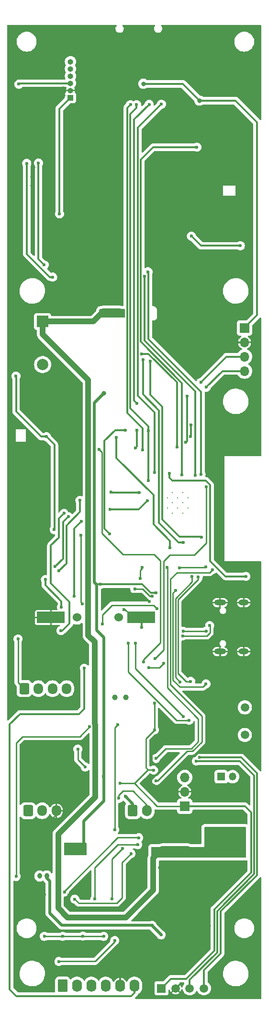
<source format=gbl>
%TF.GenerationSoftware,KiCad,Pcbnew,7.0.2*%
%TF.CreationDate,2023-05-22T14:03:59+07:00*%
%TF.ProjectId,ph_portable_refrigerator_v2_hw,70685f70-6f72-4746-9162-6c655f726566,rev?*%
%TF.SameCoordinates,Original*%
%TF.FileFunction,Copper,L2,Bot*%
%TF.FilePolarity,Positive*%
%FSLAX46Y46*%
G04 Gerber Fmt 4.6, Leading zero omitted, Abs format (unit mm)*
G04 Created by KiCad (PCBNEW 7.0.2) date 2023-05-22 14:03:59*
%MOMM*%
%LPD*%
G01*
G04 APERTURE LIST*
G04 Aperture macros list*
%AMRoundRect*
0 Rectangle with rounded corners*
0 $1 Rounding radius*
0 $2 $3 $4 $5 $6 $7 $8 $9 X,Y pos of 4 corners*
0 Add a 4 corners polygon primitive as box body*
4,1,4,$2,$3,$4,$5,$6,$7,$8,$9,$2,$3,0*
0 Add four circle primitives for the rounded corners*
1,1,$1+$1,$2,$3*
1,1,$1+$1,$4,$5*
1,1,$1+$1,$6,$7*
1,1,$1+$1,$8,$9*
0 Add four rect primitives between the rounded corners*
20,1,$1+$1,$2,$3,$4,$5,0*
20,1,$1+$1,$4,$5,$6,$7,0*
20,1,$1+$1,$6,$7,$8,$9,0*
20,1,$1+$1,$8,$9,$2,$3,0*%
G04 Aperture macros list end*
%TA.AperFunction,ComponentPad*%
%ADD10O,1.000000X1.000000*%
%TD*%
%TA.AperFunction,ComponentPad*%
%ADD11R,1.000000X1.000000*%
%TD*%
%TA.AperFunction,ComponentPad*%
%ADD12RoundRect,0.250000X-0.620000X-0.845000X0.620000X-0.845000X0.620000X0.845000X-0.620000X0.845000X0*%
%TD*%
%TA.AperFunction,ComponentPad*%
%ADD13O,1.740000X2.190000*%
%TD*%
%TA.AperFunction,ComponentPad*%
%ADD14C,1.000000*%
%TD*%
%TA.AperFunction,ComponentPad*%
%ADD15R,1.700000X1.700000*%
%TD*%
%TA.AperFunction,ComponentPad*%
%ADD16O,1.700000X1.700000*%
%TD*%
%TA.AperFunction,ComponentPad*%
%ADD17R,1.508000X1.508000*%
%TD*%
%TA.AperFunction,ComponentPad*%
%ADD18C,1.508000*%
%TD*%
%TA.AperFunction,ComponentPad*%
%ADD19C,1.500000*%
%TD*%
%TA.AperFunction,ComponentPad*%
%ADD20R,2.000000X2.000000*%
%TD*%
%TA.AperFunction,ComponentPad*%
%ADD21C,2.000000*%
%TD*%
%TA.AperFunction,ComponentPad*%
%ADD22C,0.300000*%
%TD*%
%TA.AperFunction,ComponentPad*%
%ADD23O,2.100000X1.000000*%
%TD*%
%TA.AperFunction,ComponentPad*%
%ADD24O,1.800000X1.000000*%
%TD*%
%TA.AperFunction,ComponentPad*%
%ADD25RoundRect,0.250000X-0.600000X-0.725000X0.600000X-0.725000X0.600000X0.725000X-0.600000X0.725000X0*%
%TD*%
%TA.AperFunction,ComponentPad*%
%ADD26O,1.700000X1.950000*%
%TD*%
%TA.AperFunction,ComponentPad*%
%ADD27O,0.800000X1.000000*%
%TD*%
%TA.AperFunction,SMDPad,CuDef*%
%ADD28R,5.000000X2.000000*%
%TD*%
%TA.AperFunction,ComponentPad*%
%ADD29C,1.524000*%
%TD*%
%TA.AperFunction,ComponentPad*%
%ADD30RoundRect,0.250000X-0.600000X-0.750000X0.600000X-0.750000X0.600000X0.750000X-0.600000X0.750000X0*%
%TD*%
%TA.AperFunction,ComponentPad*%
%ADD31O,1.700000X2.000000*%
%TD*%
%TA.AperFunction,ComponentPad*%
%ADD32R,1.350000X1.350000*%
%TD*%
%TA.AperFunction,ComponentPad*%
%ADD33O,1.350000X1.350000*%
%TD*%
%TA.AperFunction,ViaPad*%
%ADD34C,0.600000*%
%TD*%
%TA.AperFunction,ViaPad*%
%ADD35C,0.800000*%
%TD*%
%TA.AperFunction,ViaPad*%
%ADD36C,1.000000*%
%TD*%
%TA.AperFunction,Conductor*%
%ADD37C,0.250000*%
%TD*%
%TA.AperFunction,Conductor*%
%ADD38C,0.500000*%
%TD*%
%TA.AperFunction,Conductor*%
%ADD39C,1.000000*%
%TD*%
%TA.AperFunction,Conductor*%
%ADD40C,0.800000*%
%TD*%
%TA.AperFunction,Conductor*%
%ADD41C,0.350000*%
%TD*%
%TA.AperFunction,Conductor*%
%ADD42C,0.300000*%
%TD*%
G04 APERTURE END LIST*
D10*
%TO.P,J3,6,Pin_6*%
%TO.N,/GSM Block/sim_det#*%
X46250000Y-28525000D03*
%TO.P,J3,5,Pin_5*%
%TO.N,/GSM Block/sim_clk#*%
X46250000Y-29795000D03*
%TO.P,J3,4,Pin_4*%
%TO.N,/GSM Block/sim_data#*%
X46250000Y-31065000D03*
%TO.P,J3,3,Pin_3*%
%TO.N,/GSM Block/sim_rst#*%
X46250000Y-32335000D03*
%TO.P,J3,2,Pin_2*%
%TO.N,GND*%
X46250000Y-33605000D03*
D11*
%TO.P,J3,1,Pin_1*%
%TO.N,/GSM Block/VSIM*%
X46250000Y-34875000D03*
%TD*%
D12*
%TO.P,J11,1,Pin_1*%
%TO.N,/I2C Expand Block/T*%
X44875000Y-191650000D03*
D13*
%TO.P,J11,2,Pin_2*%
%TO.N,/I2C Expand Block/P*%
X47415000Y-191650000D03*
%TO.P,J11,3,Pin_3*%
%TO.N,/I2C Expand Block/C*%
X49955000Y-191650000D03*
%TO.P,J11,4,Pin_4*%
%TO.N,unconnected-(J11-Pin_4-Pad4)*%
X52495000Y-191650000D03*
%TO.P,J11,5,Pin_5*%
%TO.N,GND*%
X55035000Y-191650000D03*
%TO.P,J11,6,Pin_6*%
%TO.N,/I2C Expand Block/Vin*%
X57575000Y-191650000D03*
%TD*%
D14*
%TO.P,Y1,1,1*%
%TO.N,Net-(U4-X1)*%
X54145000Y-140725000D03*
%TO.P,Y1,2,2*%
%TO.N,Net-(U4-X2)*%
X56045000Y-140725000D03*
%TD*%
D15*
%TO.P,J10,1,Pin_1*%
%TO.N,+3V3*%
X66475000Y-159950000D03*
D16*
%TO.P,J10,2,Pin_2*%
%TO.N,GND*%
X66475000Y-157410000D03*
%TO.P,J10,3,Pin_3*%
%TO.N,/I2C Expand Block/gpio7{slash}ri*%
X66475000Y-154870000D03*
%TD*%
D17*
%TO.P,J8,1,1*%
%TO.N,+3V3*%
X62350000Y-192100000D03*
D18*
%TO.P,J8,2,2*%
%TO.N,GND*%
X64850000Y-192100000D03*
%TO.P,J8,3,3*%
%TO.N,/I2C Expand Block/BMS_RXD*%
X67350000Y-192100000D03*
%TO.P,J8,4,4*%
%TO.N,/I2C Expand Block/BMS_TXD*%
X69850000Y-192100000D03*
%TD*%
D19*
%TO.P,Y2,1,1*%
%TO.N,Net-(IC1-XTAL2)*%
X77100000Y-142500000D03*
%TO.P,Y2,2,2*%
%TO.N,Net-(IC1-XTAL1)*%
X77100000Y-147380000D03*
%TD*%
D20*
%TO.P,BZ1,1,-*%
%TO.N,+5V*%
X41325000Y-74400000D03*
D21*
%TO.P,BZ1,2,+*%
%TO.N,Net-(BZ1-+)*%
X41325000Y-82000000D03*
%TD*%
D22*
%TO.P,U1,39_10*%
%TO.N,N/C*%
X67050000Y-105497500D03*
%TO.P,U1,39_11*%
X67050000Y-107332500D03*
%TO.P,U1,39_12*%
X66132500Y-104580000D03*
%TO.P,U1,39_13*%
X66132500Y-106415000D03*
%TO.P,U1,39_14*%
X66132500Y-108250000D03*
%TO.P,U1,39_15*%
X65215000Y-105497500D03*
%TO.P,U1,39_16*%
X65215000Y-107332500D03*
%TO.P,U1,39_17*%
X64297500Y-104580000D03*
%TO.P,U1,39_18*%
X64297500Y-106415000D03*
%TO.P,U1,39_19*%
X64297500Y-108250000D03*
%TO.P,U1,39_20*%
X63380000Y-105497500D03*
%TO.P,U1,39_21*%
X63380000Y-107332500D03*
%TD*%
D15*
%TO.P,J13,1,Pin_1*%
%TO.N,+3V3*%
X77050000Y-75530000D03*
D16*
%TO.P,J13,2,Pin_2*%
%TO.N,GND*%
X77050000Y-78070000D03*
%TO.P,J13,3,Pin_3*%
%TO.N,/MCU Block/IO34*%
X77050000Y-80610000D03*
%TO.P,J13,4,Pin_4*%
%TO.N,/MCU Block/AI00*%
X77050000Y-83150000D03*
%TD*%
D23*
%TO.P,J15,S1,SHIELD*%
%TO.N,GND*%
X72725000Y-132645000D03*
D24*
X76905000Y-132645000D03*
D23*
X72725000Y-124005000D03*
D24*
X76905000Y-124005000D03*
%TD*%
D25*
%TO.P,J12,1,Pin_1*%
%TO.N,Net-(J12-Pin_1)*%
X38075000Y-139205000D03*
D26*
%TO.P,J12,2,Pin_2*%
%TO.N,Net-(J12-Pin_2)*%
X40575000Y-139205000D03*
%TO.P,J12,3,Pin_3*%
%TO.N,Net-(J12-Pin_3)*%
X43075000Y-139205000D03*
%TO.P,J12,4,Pin_4*%
%TO.N,Net-(J12-Pin_4)*%
X45575000Y-139205000D03*
%TD*%
D27*
%TO.P,J5,1,Pin_1*%
%TO.N,+12V*%
X42050000Y-172275000D03*
%TO.P,J5,2,Pin_2*%
%TO.N,Net-(D8-A)*%
X40800000Y-172275000D03*
%TD*%
D25*
%TO.P,J14,1,Pin_1*%
%TO.N,/Uart to RS485/B*%
X38750000Y-160750000D03*
D26*
%TO.P,J14,2,Pin_2*%
%TO.N,/Uart to RS485/A*%
X41250000Y-160750000D03*
%TO.P,J14,3,Pin_3*%
%TO.N,GND*%
X43750000Y-160750000D03*
%TD*%
D28*
%TO.P,BT1,1*%
%TO.N,+BATT*%
X58800000Y-126650000D03*
%TO.P,BT1,2*%
%TO.N,GND*%
X42800000Y-126650000D03*
D29*
%TO.P,BT1,3*%
%TO.N,N/C*%
X54800000Y-126650000D03*
X47400000Y-126650000D03*
%TD*%
D30*
%TO.P,J6,1,Pin_1*%
%TO.N,+12V*%
X57275000Y-160725000D03*
D31*
%TO.P,J6,2,Pin_2*%
%TO.N,Net-(D2-A)*%
X59775000Y-160725000D03*
%TD*%
D32*
%TO.P,J9,1,Pin_1*%
%TO.N,/SENSOR_DOOR*%
X72925000Y-154750000D03*
D33*
%TO.P,J9,2,Pin_2*%
%TO.N,+3V3*%
X74925000Y-154750000D03*
%TD*%
D34*
%TO.N,GND*%
X39550000Y-35575000D03*
X43000000Y-35725000D03*
X39925000Y-36675000D03*
X35525000Y-29400000D03*
X35725000Y-27025000D03*
X35600000Y-24775000D03*
X35650000Y-22675000D03*
X37975000Y-28475000D03*
X36400000Y-30025000D03*
X48275000Y-33800000D03*
X48300000Y-32650000D03*
X47950000Y-30775000D03*
X48025000Y-29000000D03*
X48025000Y-27675000D03*
X66175000Y-34450000D03*
X73000000Y-42375000D03*
X72275000Y-52950000D03*
X74500000Y-48400000D03*
X68075000Y-50200000D03*
X66350000Y-61900000D03*
X44725000Y-58700000D03*
X36375000Y-60375000D03*
X39400000Y-65425000D03*
X37850000Y-65425000D03*
X38700000Y-72525000D03*
X43125000Y-83775000D03*
X43425000Y-86325000D03*
X43450000Y-89175000D03*
X44825000Y-92300000D03*
X46500000Y-93925000D03*
X46325000Y-97325000D03*
X46625000Y-99350000D03*
X44800000Y-99550000D03*
X78000000Y-144750000D03*
X75450000Y-144825000D03*
X79250000Y-152050000D03*
X77525000Y-150475000D03*
X79375000Y-148800000D03*
X57275000Y-163325000D03*
X55325000Y-163875000D03*
X55275000Y-161800000D03*
X55250000Y-159850000D03*
X48350000Y-175225000D03*
X47800000Y-173925000D03*
X48825000Y-172950000D03*
X49675000Y-171825000D03*
D35*
X79475000Y-174391666D03*
X39525000Y-48900000D03*
X79475000Y-178858333D03*
D36*
X67875000Y-75695000D03*
D34*
X72675000Y-54300000D03*
D35*
X39641667Y-148875000D03*
X79475000Y-176625000D03*
D34*
X69275000Y-49900000D03*
D35*
X48875000Y-51300000D03*
X75500000Y-38208333D03*
X37275000Y-55700000D03*
X79300000Y-90375000D03*
X52750000Y-43908333D03*
X76566666Y-120700000D03*
X47125000Y-141625000D03*
X64550000Y-37175000D03*
X35975000Y-68516666D03*
X38525000Y-35341666D03*
X37041667Y-185475000D03*
X62175000Y-170825000D03*
X44450000Y-61225000D03*
D34*
X68750000Y-153600000D03*
D35*
X48875000Y-55766666D03*
X42250000Y-67825000D03*
X65183333Y-177825000D03*
X37916667Y-166250000D03*
X55925000Y-183966667D03*
X66258334Y-181050000D03*
X65866666Y-162250000D03*
X47550000Y-104400000D03*
X48900000Y-43933333D03*
X73275000Y-29991666D03*
D34*
X46000000Y-175600000D03*
D35*
X48916666Y-61225000D03*
X69650000Y-177825000D03*
D34*
X76950000Y-156000000D03*
D35*
X58175000Y-186783333D03*
X64325000Y-56083333D03*
D36*
X64400000Y-75570000D03*
X66225000Y-72715000D03*
D35*
X67225000Y-41375000D03*
X74766667Y-170050000D03*
X79450000Y-33566666D03*
X77000000Y-170050000D03*
D36*
X69875000Y-77035000D03*
D35*
X78150000Y-129416666D03*
D36*
X69875000Y-78500000D03*
D35*
X54450000Y-35300000D03*
X74850000Y-133875000D03*
X70575000Y-28341666D03*
X61591666Y-24875000D03*
X46700000Y-135625000D03*
X63841667Y-185000000D03*
X38750000Y-83450000D03*
X74850000Y-138341666D03*
D34*
X50550000Y-64600000D03*
D35*
X79300000Y-87975000D03*
X78525000Y-192925000D03*
X78050000Y-133875000D03*
X71600000Y-88475000D03*
X38475000Y-171625000D03*
X78050000Y-138341666D03*
D34*
X64850000Y-188800000D03*
D35*
X54675000Y-24075000D03*
X74850000Y-140575000D03*
X57125000Y-24875000D03*
X36350000Y-117350000D03*
X38000000Y-141650000D03*
X72900000Y-109433333D03*
X73275000Y-32225000D03*
D34*
X71075000Y-56100000D03*
X67350000Y-146950000D03*
D35*
X55925000Y-186200000D03*
X40150000Y-166250000D03*
X68308333Y-185000000D03*
X36075000Y-77666666D03*
X70575000Y-30575000D03*
X60300000Y-48258333D03*
X79050000Y-188650000D03*
D36*
X66225000Y-75645000D03*
D35*
X38750000Y-76750000D03*
X67908333Y-165575000D03*
X48950000Y-67825000D03*
X58175000Y-182316667D03*
X43150000Y-124950000D03*
X40150000Y-104625000D03*
X72900000Y-107200000D03*
X75091666Y-172575000D03*
X70625000Y-172575000D03*
X79300000Y-81275000D03*
X79375000Y-74858333D03*
X45716666Y-22925000D03*
D34*
X68250000Y-49550000D03*
D35*
X60300000Y-50491666D03*
X70333333Y-162250000D03*
X64408334Y-170825000D03*
X76350000Y-27275000D03*
X64275000Y-44925000D03*
X45316666Y-104400000D03*
D36*
X66225000Y-71250000D03*
D35*
X51800000Y-26383333D03*
D34*
X66300000Y-146950000D03*
D35*
X47950000Y-22925000D03*
X66075000Y-185000000D03*
X79050000Y-190883333D03*
X68391666Y-172575000D03*
X64300000Y-63850000D03*
D34*
X61075000Y-156350000D03*
D36*
X69875000Y-71175000D03*
D35*
X71600000Y-90875000D03*
X60275000Y-61475000D03*
D34*
X60175000Y-123850000D03*
D35*
X79300000Y-97075000D03*
X51150000Y-61225000D03*
X75500000Y-40441666D03*
X36375000Y-104650000D03*
X38525000Y-37575000D03*
X75525000Y-128291666D03*
X42700000Y-42025000D03*
X79300000Y-85741666D03*
X74075000Y-73225000D03*
D34*
X76325000Y-50725000D03*
D35*
X79450000Y-31333333D03*
D36*
X67875000Y-78625000D03*
X67875000Y-74230000D03*
D35*
X35975000Y-70750000D03*
X76350000Y-29508333D03*
X75525000Y-130525000D03*
X62758333Y-41375000D03*
X79375000Y-77091666D03*
D36*
X66225000Y-77110000D03*
D35*
X65675000Y-165575000D03*
X40650200Y-155805600D03*
X54675000Y-26308333D03*
X48900000Y-41700000D03*
X35975000Y-66283333D03*
D36*
X69875000Y-75570000D03*
D35*
X60275000Y-59241666D03*
X79450000Y-35800000D03*
X59358333Y-24875000D03*
X72858333Y-172575000D03*
X48075000Y-26300000D03*
X42700000Y-39791667D03*
D34*
X46050000Y-107325000D03*
D35*
X66783333Y-37175000D03*
X77625000Y-39258333D03*
X36375000Y-109116666D03*
X36075000Y-75433333D03*
X48900000Y-48400000D03*
X64991666Y-41375000D03*
X48875000Y-58000000D03*
D34*
X72675000Y-48325000D03*
D35*
X39550000Y-50400000D03*
X40150000Y-111325000D03*
X44300000Y-63275000D03*
X66641667Y-170825000D03*
X51800000Y-24150000D03*
X69016666Y-37175000D03*
X39600000Y-47200000D03*
X64325000Y-53850000D03*
D36*
X67875000Y-72765000D03*
D35*
X77625000Y-43725000D03*
D34*
X41675000Y-175550000D03*
D35*
X72900000Y-105375000D03*
X67450000Y-23275000D03*
X36075000Y-79900000D03*
D34*
X67875000Y-179000000D03*
D35*
X51800000Y-28616666D03*
X70575000Y-26108333D03*
D36*
X66225000Y-78575000D03*
D35*
X54675000Y-28541666D03*
D36*
X64400000Y-77035000D03*
D35*
X60300000Y-52725000D03*
X52216666Y-35300000D03*
D34*
X76375000Y-158300000D03*
D35*
X49983333Y-35300000D03*
D36*
X69875000Y-74105000D03*
D35*
X58175000Y-184550000D03*
D34*
X67675000Y-172875000D03*
D35*
X36375000Y-106883333D03*
X78050000Y-140575000D03*
D36*
X64400000Y-78500000D03*
D35*
X60300000Y-46025000D03*
X54575000Y-61175000D03*
X68100000Y-162250000D03*
D34*
X61321586Y-147964090D03*
D35*
X35766667Y-141650000D03*
X70575000Y-23875000D03*
X72100000Y-120700000D03*
X74333333Y-120700000D03*
D34*
X68325000Y-48525000D03*
D36*
X67875000Y-71300000D03*
D35*
X68300000Y-81650000D03*
D36*
X66225000Y-74180000D03*
D35*
X38041667Y-163700000D03*
X36375000Y-111350000D03*
D34*
X73750000Y-139450000D03*
D35*
X46716666Y-67825000D03*
D34*
X54600000Y-69575000D03*
X76975000Y-50125000D03*
D35*
X69075000Y-66600000D03*
X79475000Y-181091666D03*
X51800000Y-30850000D03*
X43483333Y-22925000D03*
X68875000Y-170825000D03*
X36866667Y-178200000D03*
X76500000Y-73050000D03*
X40141667Y-141700000D03*
D34*
X70725000Y-49925000D03*
D35*
X35975000Y-64050000D03*
D34*
X73850000Y-54500000D03*
D35*
X79300000Y-92608333D03*
X68491667Y-181050000D03*
D34*
X74350000Y-58225000D03*
D35*
X52750000Y-41675000D03*
X71250000Y-37175000D03*
X38750000Y-78983333D03*
X72900000Y-103141666D03*
X44891667Y-141625000D03*
X42375000Y-141700000D03*
X79450000Y-29100000D03*
X72533334Y-170050000D03*
X55925000Y-188433333D03*
X48875000Y-53533333D03*
X60525000Y-41375000D03*
X76350000Y-31741666D03*
X72900000Y-113900000D03*
X76350000Y-33975000D03*
X63825000Y-24875000D03*
X36225000Y-119525000D03*
X64325000Y-60550000D03*
X44950000Y-34525000D03*
X79050000Y-186416667D03*
D34*
X62800000Y-148175000D03*
D35*
X67450000Y-25508333D03*
X67450000Y-27741666D03*
D34*
X67475000Y-148025000D03*
D35*
X40025000Y-119600000D03*
X39100000Y-178200000D03*
D36*
X64400000Y-72640000D03*
X64400000Y-74105000D03*
D35*
X74850000Y-136108333D03*
X78150000Y-127183333D03*
D34*
X76825000Y-48775000D03*
D36*
X64400000Y-71175000D03*
D35*
X78050000Y-136108333D03*
X67416667Y-177825000D03*
X43608333Y-26300000D03*
X73275000Y-25525000D03*
X40150000Y-117425000D03*
D34*
X68725000Y-155925000D03*
D35*
X64275000Y-47158333D03*
X36750000Y-61425000D03*
X40150000Y-109091666D03*
X73275000Y-27758333D03*
X52750000Y-48375000D03*
D34*
X73750000Y-158500000D03*
D35*
X38750000Y-81216666D03*
X74058333Y-192925000D03*
X72900000Y-100908333D03*
X47025000Y-137783333D03*
X60275000Y-57008333D03*
D36*
X67875000Y-77160000D03*
D34*
X72750000Y-55300000D03*
D35*
X60275000Y-54775000D03*
X76291666Y-192925000D03*
X47750000Y-35300000D03*
X64275000Y-51625000D03*
X44483333Y-67825000D03*
X36075000Y-73200000D03*
X78150000Y-124950000D03*
X71825000Y-192925000D03*
X41875000Y-148875000D03*
X67450000Y-29975000D03*
X48900000Y-46166666D03*
X52725000Y-51325000D03*
X70725000Y-181050000D03*
X52725000Y-55791666D03*
D34*
X74300000Y-149175000D03*
D35*
X41508333Y-185475000D03*
X74775000Y-64350000D03*
X44225000Y-130400000D03*
X75500000Y-42675000D03*
X63441666Y-165575000D03*
D34*
X78125000Y-53075000D03*
D35*
X45000000Y-33275000D03*
X54675000Y-30775000D03*
X77625000Y-41491666D03*
X45841666Y-26300000D03*
X41250000Y-22925000D03*
D36*
X69875000Y-72640000D03*
D35*
X46683333Y-61225000D03*
D34*
X71375000Y-158550000D03*
D35*
X75525000Y-126058333D03*
X79300000Y-94841666D03*
X40150000Y-106858333D03*
D34*
X70125000Y-48800000D03*
D35*
X41375000Y-26300000D03*
X64275000Y-49391666D03*
X64325000Y-58316666D03*
X52750000Y-46141666D03*
D34*
X57325000Y-174225000D03*
D35*
X79375000Y-79325000D03*
D34*
X56375000Y-122000000D03*
D35*
X39575000Y-33950000D03*
X72541666Y-64350000D03*
X52725000Y-58025000D03*
X39275000Y-185475000D03*
X79300000Y-83508333D03*
X70300000Y-170050000D03*
X79050000Y-184183333D03*
X78150000Y-131650000D03*
X72900000Y-111666666D03*
D34*
X66250000Y-148125000D03*
D35*
X52725000Y-53558333D03*
X70308333Y-64350000D03*
X40275000Y-163700000D03*
X38416867Y-155805600D03*
D34*
%TO.N,+5V*%
X76700000Y-164475000D03*
X69700000Y-167525000D03*
X49650000Y-125400000D03*
X66975000Y-167525000D03*
X70287500Y-168625000D03*
X53575000Y-73425000D03*
X76700000Y-166600000D03*
X61550500Y-125075000D03*
X74312500Y-168625000D03*
X53575000Y-72600000D03*
X68275000Y-168625000D03*
X72300000Y-168625000D03*
X76325000Y-168625000D03*
X51700000Y-73000000D03*
X51900000Y-127775000D03*
X55525000Y-73325000D03*
%TO.N,+3V3*%
X61400000Y-122300000D03*
D35*
X52150000Y-87075000D03*
D34*
X48600000Y-166825000D03*
X61108411Y-141766589D03*
X61100000Y-146475000D03*
X55075000Y-155925000D03*
X47600000Y-166825000D03*
X52100000Y-154725000D03*
X51525000Y-120800000D03*
X36600000Y-84025000D03*
X43375000Y-111125000D03*
X46650000Y-166825000D03*
D35*
X69075000Y-35400000D03*
D34*
X60975000Y-153575000D03*
X45800000Y-166825000D03*
X42000000Y-94725000D03*
D35*
X59150000Y-32425000D03*
D34*
%TO.N,+12V*%
X55945911Y-158204089D03*
X60700000Y-181000000D03*
X62300000Y-182675000D03*
%TO.N,ESP_EN*%
X70250000Y-103575000D03*
X61200000Y-133900000D03*
%TO.N,Net-(D2-A)*%
X54810781Y-158556041D03*
%TO.N,ESP_IO0*%
X64850000Y-121825000D03*
X57650000Y-121650000D03*
X60722287Y-122922287D03*
X70225000Y-138375000D03*
%TO.N,Net-(Q1-C)*%
X54100000Y-183675000D03*
X44225000Y-187375000D03*
%TO.N,+BATT*%
X58850000Y-128400000D03*
X48125000Y-112100000D03*
X48350000Y-124250000D03*
X55750000Y-125250000D03*
%TO.N,/AI01*%
X46875000Y-122875000D03*
X59859266Y-106059266D03*
X53225000Y-107575000D03*
X48200000Y-109650000D03*
%TO.N,/I2C Expand Block/Vin*%
X48700000Y-135600000D03*
%TO.N,Net-(D11-A2)*%
X47550000Y-149875000D03*
X48850000Y-153025000D03*
%TO.N,/I2C_SCL*%
X60350000Y-81375000D03*
X69450000Y-112450000D03*
X67224500Y-144778654D03*
X65525000Y-117900000D03*
X70175000Y-117700000D03*
X56500000Y-131175000D03*
%TO.N,/I2C_SDA*%
X57725000Y-131200000D03*
X59075000Y-81150000D03*
X66175000Y-144100000D03*
X66225000Y-113425000D03*
%TO.N,/I2C Expand Block/Buzzer*%
X59200000Y-134500000D03*
X51350000Y-97000000D03*
%TO.N,/I2C Expand Block/Lamp*%
X49625000Y-145950000D03*
X36650000Y-172350000D03*
%TO.N,/I2C Expand Block/Lock*%
X54575000Y-145550000D03*
X54075000Y-164125000D03*
%TO.N,/I2C Expand Block/P1*%
X53625000Y-176275000D03*
X55475000Y-167450000D03*
%TO.N,/I2C Expand Block/P2*%
X45184121Y-175099500D03*
X58325000Y-165525000D03*
%TO.N,/I2C Expand Block/P3*%
X58150000Y-166750000D03*
X50575000Y-176350000D03*
%TO.N,/I2C Expand Block/P4*%
X56975000Y-168325000D03*
X47025000Y-176375000D03*
%TO.N,/I2C Expand Block/BMS_RXD*%
X68525000Y-151999500D03*
%TO.N,/I2C Expand Block/BMS_TXD*%
X69125000Y-151350000D03*
%TO.N,/SPI_SD_CS*%
X56875000Y-36125000D03*
X58975000Y-97100000D03*
%TO.N,/SPI_MOSI*%
X45100000Y-108275000D03*
X60025000Y-102450000D03*
X44575000Y-128950000D03*
X60025000Y-93650000D03*
X57950000Y-36125000D03*
%TO.N,/SPI_CLK*%
X47925000Y-105975500D03*
X58025000Y-93625000D03*
X58000000Y-88825000D03*
X60175000Y-36075000D03*
X44199500Y-118425000D03*
X57725000Y-96725000D03*
%TO.N,/SPI_MISO*%
X62350000Y-36025000D03*
X41825500Y-119950000D03*
X61100000Y-101000000D03*
X44650000Y-124850000D03*
%TO.N,/GSM Block/VSIM*%
X44325000Y-55400000D03*
%TO.N,/GSM Block/sim_rst#*%
X37125000Y-32500000D03*
%TO.N,/LCD_CS*%
X53150000Y-111850000D03*
X56000000Y-93575000D03*
%TO.N,/TS_IQR*%
X58850000Y-80125000D03*
X65100000Y-96575000D03*
%TO.N,/LCD_DC*%
X54400000Y-94850500D03*
X63825000Y-114350000D03*
%TO.N,/I2C Expand Block/C*%
X44900000Y-182925000D03*
X52125000Y-182925000D03*
X41625000Y-182925000D03*
X48450000Y-182900000D03*
%TO.N,Net-(J12-Pin_1)*%
X36975000Y-130425000D03*
%TO.N,/MCU Block/IO34*%
X66925000Y-87600000D03*
X66675000Y-95725000D03*
X69325000Y-85150000D03*
%TO.N,/MCU Block/AI00*%
X67575000Y-92625000D03*
X70275000Y-86000000D03*
X67500000Y-94675000D03*
%TO.N,/MCU Block/USB_D+*%
X70875000Y-128075000D03*
X66145740Y-129889659D03*
%TO.N,/MCU Block/USB_D-*%
X70291521Y-129046992D03*
X66175000Y-129075000D03*
%TO.N,/ESP_TX*%
X67750000Y-119450000D03*
X65650000Y-138025000D03*
%TO.N,/ESP_RX*%
X67512500Y-137912500D03*
X68850000Y-119500000D03*
%TO.N,Net-(Q10-B)*%
X60150000Y-135500000D03*
X62759500Y-134725000D03*
%TO.N,/GPS_RXD*%
X58575000Y-119775000D03*
X58925000Y-117800000D03*
%TO.N,/GSM_TXD*%
X43100000Y-66550000D03*
X38525000Y-46475000D03*
X59375000Y-66400000D03*
X68325000Y-101575000D03*
%TO.N,/GSM_RXD*%
X40600000Y-46425000D03*
X69350000Y-101375000D03*
X41600000Y-64400000D03*
X59975000Y-65625000D03*
%TO.N,/SENSOR_DOOR*%
X63800000Y-101250000D03*
X77275000Y-119400000D03*
%TO.N,/SOFTWARE_RXD*%
X61375500Y-155450000D03*
X71375000Y-118200000D03*
%TO.N,/SPI_MAX_CS*%
X58400000Y-104600000D03*
X43550000Y-117675000D03*
X53450000Y-104525000D03*
X45875000Y-108850000D03*
%TO.N,/GSM_PWR_KEY*%
X68625000Y-43625000D03*
X66000000Y-101500000D03*
%TO.N,/GSM Block/NetLight*%
X76300000Y-61025000D03*
X67650000Y-59325000D03*
%TO.N,/SOFTWARE_TXD*%
X61375500Y-151525000D03*
X63349500Y-117825000D03*
%TD*%
D37*
%TO.N,/I2C Expand Block/P4*%
X55400000Y-169900000D02*
X56975000Y-168325000D01*
X55400000Y-176100000D02*
X55400000Y-169900000D01*
X54425000Y-177075000D02*
X55400000Y-176100000D01*
X47725000Y-177075000D02*
X54425000Y-177075000D01*
X47025000Y-176375000D02*
X47725000Y-177075000D01*
%TO.N,/I2C Expand Block/P1*%
X53625000Y-169300000D02*
X55475000Y-167450000D01*
X53625000Y-176275000D02*
X53625000Y-169300000D01*
%TO.N,/I2C Expand Block/P3*%
X50575000Y-176350000D02*
X50575000Y-170775000D01*
X54600000Y-166750000D02*
X58150000Y-166750000D01*
X50575000Y-170775000D02*
X54600000Y-166750000D01*
D38*
%TO.N,+12V*%
X42600000Y-173202082D02*
X42600000Y-178850000D01*
X42000000Y-172602082D02*
X42600000Y-173202082D01*
X42600000Y-178850000D02*
X44750000Y-181000000D01*
X42000000Y-172550000D02*
X42000000Y-172602082D01*
X44750000Y-181000000D02*
X60700000Y-181000000D01*
D39*
%TO.N,+5V*%
X41325000Y-76650000D02*
X41325000Y-74400000D01*
X49400000Y-84725000D02*
X41325000Y-76650000D01*
X49400000Y-129800000D02*
X49400000Y-84725000D01*
X50525000Y-130925000D02*
X49400000Y-129800000D01*
X50525000Y-145435786D02*
X50525000Y-130925000D01*
X50625000Y-145535786D02*
X50525000Y-145435786D01*
X50625000Y-158350000D02*
X50625000Y-145535786D01*
X45743871Y-179600000D02*
X44075000Y-177931129D01*
X44075000Y-164900000D02*
X50625000Y-158350000D01*
X56075000Y-179600000D02*
X45743871Y-179600000D01*
X60900000Y-174775000D02*
X56075000Y-179600000D01*
X44075000Y-177931129D02*
X44075000Y-164900000D01*
X60900000Y-169125000D02*
X60900000Y-174775000D01*
X62500000Y-167525000D02*
X60900000Y-169125000D01*
X66975000Y-167525000D02*
X62500000Y-167525000D01*
D40*
X51650000Y-73050000D02*
X51700000Y-73000000D01*
D41*
%TO.N,/I2C Expand Block/Vin*%
X48700000Y-142775000D02*
X48700000Y-135600000D01*
X47775000Y-143700000D02*
X48700000Y-142775000D01*
X37300000Y-143700000D02*
X47775000Y-143700000D01*
X35500000Y-145500000D02*
X37300000Y-143700000D01*
X57575000Y-192925000D02*
X57000000Y-193500000D01*
X35500000Y-192325000D02*
X35500000Y-145500000D01*
X57575000Y-191650000D02*
X57575000Y-192925000D01*
X57000000Y-193500000D02*
X36675000Y-193500000D01*
X36675000Y-193500000D02*
X35500000Y-192325000D01*
D37*
%TO.N,GND*%
X56375000Y-122000000D02*
X56725000Y-122350000D01*
D42*
X70305000Y-78070000D02*
X77050000Y-78070000D01*
X55035000Y-191650000D02*
X55035000Y-188165000D01*
D37*
X61950000Y-153775000D02*
X61950000Y-153393750D01*
X67675000Y-172875000D02*
X67675000Y-178800000D01*
X60525000Y-155200000D02*
X61950000Y-153775000D01*
X74300000Y-140000000D02*
X74300000Y-149175000D01*
X60175000Y-123775000D02*
X60175000Y-123850000D01*
X73750000Y-139450000D02*
X72725000Y-138425000D01*
D42*
X46050000Y-104875000D02*
X45825000Y-104650000D01*
D37*
X72725000Y-138425000D02*
X72725000Y-132645000D01*
D42*
X50550000Y-65525000D02*
X54600000Y-69575000D01*
D37*
X46950000Y-178450000D02*
X55075000Y-178450000D01*
X60600000Y-152043750D02*
X60600000Y-148200000D01*
X67675000Y-178800000D02*
X67875000Y-179000000D01*
X55075000Y-178450000D02*
X57325000Y-176200000D01*
D42*
X55035000Y-188165000D02*
X55850000Y-187350000D01*
D37*
X68750000Y-150550000D02*
X72925000Y-150550000D01*
D42*
X46050000Y-107325000D02*
X46050000Y-104875000D01*
D37*
X61950000Y-153393750D02*
X60600000Y-152043750D01*
X73750000Y-139450000D02*
X74300000Y-140000000D01*
D42*
X50550000Y-64600000D02*
X50550000Y-65525000D01*
D37*
X72925000Y-150550000D02*
X74300000Y-149175000D01*
X60835910Y-147964090D02*
X61321586Y-147964090D01*
D41*
X71125000Y-56050000D02*
X71125000Y-56225000D01*
X72175000Y-56050000D02*
X71125000Y-56050000D01*
D37*
X61075000Y-156350000D02*
X62025000Y-156350000D01*
X61335676Y-147950000D02*
X62575000Y-147950000D01*
D42*
X64275000Y-187350000D02*
X64850000Y-187925000D01*
D37*
X57325000Y-176200000D02*
X57325000Y-174225000D01*
X60525000Y-155800000D02*
X60525000Y-155200000D01*
D42*
X64850000Y-187925000D02*
X64850000Y-188800000D01*
D37*
X62575000Y-147950000D02*
X62800000Y-148175000D01*
X68175000Y-151125000D02*
X68750000Y-150550000D01*
X61075000Y-156350000D02*
X60525000Y-155800000D01*
D42*
X55850000Y-187350000D02*
X64275000Y-187350000D01*
D37*
X60600000Y-148200000D02*
X60835910Y-147964090D01*
X61321586Y-147964090D02*
X61335676Y-147950000D01*
X58750000Y-122350000D02*
X60175000Y-123775000D01*
X67250000Y-151125000D02*
X68175000Y-151125000D01*
D41*
X74350000Y-58225000D02*
X72175000Y-56050000D01*
D37*
X62025000Y-156350000D02*
X67250000Y-151125000D01*
D42*
X69875000Y-78500000D02*
X70305000Y-78070000D01*
D37*
X43825000Y-161300000D02*
X41675000Y-163450000D01*
X46000000Y-175600000D02*
X46000000Y-177500000D01*
X46000000Y-177500000D02*
X46950000Y-178450000D01*
X56725000Y-122350000D02*
X58750000Y-122350000D01*
%TO.N,+5V*%
X60950500Y-124475000D02*
X53600000Y-124475000D01*
D39*
X41325000Y-74400000D02*
X50300000Y-74400000D01*
D37*
X53600000Y-124475000D02*
X51900000Y-126175000D01*
D39*
X50300000Y-74400000D02*
X51650000Y-73050000D01*
X52100000Y-72600000D02*
X54975000Y-72600000D01*
D37*
X61550500Y-125075000D02*
X60950500Y-124475000D01*
X49650000Y-125400000D02*
X49525000Y-125275000D01*
X51900000Y-126175000D02*
X51900000Y-127775000D01*
X49525000Y-125275000D02*
X49400000Y-125275000D01*
D39*
X51700000Y-73000000D02*
X52100000Y-72600000D01*
D42*
%TO.N,+3V3*%
X77125000Y-159950000D02*
X66475000Y-159950000D01*
X58950000Y-120800000D02*
X51525000Y-120800000D01*
D38*
X48600000Y-166825000D02*
X48600000Y-162550000D01*
D41*
X59150000Y-32425000D02*
X66100000Y-32425000D01*
D42*
X78225000Y-171625000D02*
X78225000Y-161050000D01*
D41*
X79250000Y-39225000D02*
X79250000Y-73300000D01*
D42*
X43425000Y-111075000D02*
X43425000Y-96150000D01*
D38*
X52150000Y-87075000D02*
X50500000Y-88725000D01*
D41*
X69075000Y-35400000D02*
X75425000Y-35400000D01*
D37*
X60925000Y-153525000D02*
X59950000Y-153525000D01*
X57550000Y-155925000D02*
X61575000Y-159950000D01*
D38*
X50500000Y-88725000D02*
X50500000Y-120450000D01*
D42*
X71700000Y-185450000D02*
X71700000Y-178150000D01*
D38*
X52125000Y-159025000D02*
X52125000Y-130125000D01*
D41*
X79250000Y-73300000D02*
X77050000Y-75500000D01*
D37*
X59950000Y-153525000D02*
X57550000Y-155925000D01*
D42*
X71700000Y-178150000D02*
X78225000Y-171625000D01*
D41*
X51525000Y-120800000D02*
X50900000Y-120800000D01*
D42*
X61372287Y-122272287D02*
X60422287Y-122272287D01*
X62350000Y-192100000D02*
X64025000Y-190425000D01*
X43375000Y-111125000D02*
X43425000Y-111075000D01*
D37*
X61575000Y-159950000D02*
X66475000Y-159950000D01*
X59575000Y-153150000D02*
X59575000Y-148000000D01*
X55075000Y-155925000D02*
X57550000Y-155925000D01*
D38*
X50500000Y-120450000D02*
X50875000Y-120825000D01*
D42*
X60422287Y-122272287D02*
X58950000Y-120800000D01*
D37*
X60975000Y-153575000D02*
X60925000Y-153525000D01*
D42*
X66725000Y-190425000D02*
X71700000Y-185450000D01*
X42000000Y-94725000D02*
X41075000Y-94725000D01*
D41*
X66100000Y-32425000D02*
X69075000Y-35400000D01*
X75425000Y-35400000D02*
X79250000Y-39225000D01*
D42*
X61400000Y-122300000D02*
X61372287Y-122272287D01*
D41*
X77050000Y-75500000D02*
X77050000Y-75530000D01*
D37*
X50900000Y-120800000D02*
X50875000Y-120825000D01*
D38*
X52125000Y-130125000D02*
X50875000Y-128875000D01*
D42*
X41075000Y-94725000D02*
X36625000Y-90275000D01*
X36625000Y-90275000D02*
X36625000Y-84050000D01*
D37*
X59950000Y-153525000D02*
X59575000Y-153150000D01*
X61108411Y-141766589D02*
X61100000Y-141775000D01*
D42*
X43425000Y-96150000D02*
X42000000Y-94725000D01*
X78225000Y-161050000D02*
X77125000Y-159950000D01*
D38*
X50875000Y-128875000D02*
X50875000Y-120825000D01*
D37*
X61100000Y-141775000D02*
X61100000Y-146475000D01*
D42*
X36625000Y-84050000D02*
X36600000Y-84025000D01*
D37*
X59575000Y-148000000D02*
X61100000Y-146475000D01*
D42*
X64025000Y-190425000D02*
X66725000Y-190425000D01*
D38*
X48600000Y-162550000D02*
X52125000Y-159025000D01*
%TO.N,+12V*%
X55945911Y-158204089D02*
X57275000Y-159533178D01*
X60700000Y-181075000D02*
X62300000Y-182675000D01*
X60700000Y-181000000D02*
X60700000Y-181075000D01*
X57275000Y-159533178D02*
X57275000Y-160725000D01*
D37*
%TO.N,ESP_EN*%
X63850000Y-115600000D02*
X62725000Y-116725000D01*
X70250000Y-113475000D02*
X68125000Y-115600000D01*
X70250000Y-103575000D02*
X70250000Y-113475000D01*
X68125000Y-115600000D02*
X63850000Y-115600000D01*
X62725000Y-116725000D02*
X62725000Y-132375000D01*
X62725000Y-132375000D02*
X61200000Y-133900000D01*
%TO.N,Net-(D2-A)*%
X59775000Y-159775000D02*
X59775000Y-160725000D01*
X54810781Y-158556041D02*
X54810781Y-158039219D01*
X54810781Y-158039219D02*
X55550000Y-157300000D01*
X57300000Y-157300000D02*
X59775000Y-159775000D01*
X55550000Y-157300000D02*
X57300000Y-157300000D01*
%TO.N,ESP_IO0*%
X64375000Y-137675000D02*
X64375000Y-122300000D01*
X60297287Y-122922287D02*
X60722287Y-122922287D01*
X70225000Y-138375000D02*
X69700000Y-138900000D01*
X57650000Y-121650000D02*
X59025000Y-121650000D01*
X64375000Y-122300000D02*
X64850000Y-121825000D01*
X59025000Y-121650000D02*
X60297287Y-122922287D01*
X69700000Y-138900000D02*
X65600000Y-138900000D01*
X65600000Y-138900000D02*
X64375000Y-137675000D01*
%TO.N,Net-(Q1-C)*%
X50600000Y-187350000D02*
X54100000Y-183850000D01*
X44250000Y-187350000D02*
X50600000Y-187350000D01*
X44225000Y-187375000D02*
X44250000Y-187350000D01*
X54100000Y-183850000D02*
X54100000Y-183675000D01*
%TO.N,+BATT*%
X48125000Y-124025000D02*
X48125000Y-112100000D01*
X57312500Y-126650000D02*
X58800000Y-126650000D01*
X55912500Y-125250000D02*
X57312500Y-126650000D01*
X48350000Y-124250000D02*
X48125000Y-124025000D01*
D42*
X58850000Y-126700000D02*
X58800000Y-126650000D01*
X58850000Y-128400000D02*
X58850000Y-126700000D01*
D37*
X55750000Y-125250000D02*
X55912500Y-125250000D01*
D42*
%TO.N,/AI01*%
X46875000Y-122875000D02*
X46875000Y-110975000D01*
X59859266Y-106059266D02*
X58343532Y-107575000D01*
X46875000Y-110975000D02*
X48200000Y-109650000D01*
X58343532Y-107575000D02*
X53225000Y-107575000D01*
D37*
%TO.N,Net-(D11-A2)*%
X47550000Y-151725000D02*
X47550000Y-149875000D01*
X48850000Y-153025000D02*
X47550000Y-151725000D01*
D41*
%TO.N,/I2C_SCL*%
X60350000Y-87350000D02*
X60350000Y-81375000D01*
D37*
X70050000Y-117825000D02*
X70175000Y-117700000D01*
D41*
X69450000Y-112450000D02*
X69400000Y-112400000D01*
D37*
X56500000Y-136275000D02*
X56500000Y-131175000D01*
D41*
X69400000Y-112400000D02*
X65550000Y-112400000D01*
D37*
X65600000Y-117825000D02*
X70050000Y-117825000D01*
D41*
X62475000Y-109325000D02*
X62475000Y-89475000D01*
X62475000Y-89475000D02*
X60350000Y-87350000D01*
D37*
X65525000Y-117900000D02*
X65600000Y-117825000D01*
X67224500Y-144778654D02*
X65003654Y-144778654D01*
X65003654Y-144778654D02*
X56500000Y-136275000D01*
D41*
X65550000Y-112400000D02*
X62475000Y-109325000D01*
%TO.N,/I2C_SDA*%
X59075000Y-87250000D02*
X61900000Y-90075000D01*
D37*
X57725000Y-135650000D02*
X57725000Y-131200000D01*
X66175000Y-144100000D02*
X57725000Y-135650000D01*
D41*
X61900000Y-90075000D02*
X61900000Y-109950000D01*
X61900000Y-109950000D02*
X65375000Y-113425000D01*
X59075000Y-81150000D02*
X59075000Y-87250000D01*
X65375000Y-113425000D02*
X66225000Y-113425000D01*
D37*
%TO.N,/I2C Expand Block/Buzzer*%
X62175000Y-131075000D02*
X59200000Y-134050000D01*
X59200000Y-134050000D02*
X59200000Y-134500000D01*
X51800000Y-97450000D02*
X51800000Y-111775000D01*
X61050000Y-115525000D02*
X62175000Y-116650000D01*
X51800000Y-111775000D02*
X55550000Y-115525000D01*
X51350000Y-97000000D02*
X51800000Y-97450000D01*
X62175000Y-116650000D02*
X62175000Y-131075000D01*
X55550000Y-115525000D02*
X61050000Y-115525000D01*
%TO.N,/I2C Expand Block/Lamp*%
X36650000Y-148750000D02*
X36650000Y-172350000D01*
X49625000Y-145950000D02*
X47900000Y-147675000D01*
X37725000Y-147675000D02*
X36650000Y-148750000D01*
X47900000Y-147675000D02*
X37725000Y-147675000D01*
%TO.N,/I2C Expand Block/Lock*%
X54075000Y-146050000D02*
X54575000Y-145550000D01*
X54075000Y-164125000D02*
X54075000Y-146050000D01*
%TO.N,/I2C Expand Block/P2*%
X58325000Y-165525000D02*
X58300000Y-165500000D01*
X54625000Y-165500000D02*
X45184121Y-174940879D01*
X45184121Y-174940879D02*
X45184121Y-175099500D01*
X58300000Y-165500000D02*
X54625000Y-165500000D01*
D42*
%TO.N,/I2C Expand Block/BMS_RXD*%
X72200000Y-178467893D02*
X72200000Y-185800000D01*
X72200000Y-185800000D02*
X67350000Y-190650000D01*
X67350000Y-190650000D02*
X67350000Y-192100000D01*
X78725000Y-154525000D02*
X78725000Y-171942893D01*
X76225000Y-152025000D02*
X78725000Y-154525000D01*
X68525000Y-151999500D02*
X68550500Y-152025000D01*
X68550500Y-152025000D02*
X76225000Y-152025000D01*
X78725000Y-171942893D02*
X72200000Y-178467893D01*
%TO.N,/I2C Expand Block/BMS_TXD*%
X79250000Y-154125000D02*
X76475000Y-151350000D01*
X69850000Y-188925000D02*
X72825000Y-185950000D01*
X79250000Y-172125000D02*
X79250000Y-154125000D01*
X76475000Y-151350000D02*
X69125000Y-151350000D01*
X72825000Y-178550000D02*
X79250000Y-172125000D01*
X72825000Y-185950000D02*
X72825000Y-178550000D01*
X69850000Y-192100000D02*
X69850000Y-188925000D01*
D41*
%TO.N,/SPI_SD_CS*%
X56875000Y-36125000D02*
X56300000Y-36700000D01*
X59025000Y-97050000D02*
X58975000Y-97100000D01*
X59025000Y-93250000D02*
X59025000Y-97050000D01*
X56300000Y-36700000D02*
X56300000Y-90525000D01*
X56300000Y-90525000D02*
X59025000Y-93250000D01*
D42*
%TO.N,/SPI_MOSI*%
X60025000Y-102450000D02*
X60025000Y-93650000D01*
X42775000Y-113950000D02*
X42775000Y-120600000D01*
D41*
X60025000Y-92875000D02*
X60025000Y-93650000D01*
X57950000Y-36125000D02*
X57950000Y-36700000D01*
D42*
X44825000Y-128950000D02*
X44575000Y-128950000D01*
D41*
X56850000Y-89700000D02*
X60025000Y-92875000D01*
D42*
X46100000Y-127675000D02*
X44825000Y-128950000D01*
D41*
X56850000Y-37800000D02*
X56850000Y-89700000D01*
X57950000Y-36700000D02*
X56850000Y-37800000D01*
D42*
X46100000Y-123925000D02*
X46100000Y-127675000D01*
X42775000Y-120600000D02*
X46100000Y-123925000D01*
X44175000Y-112550000D02*
X42775000Y-113950000D01*
X45100000Y-108275000D02*
X44175000Y-109200000D01*
X44175000Y-109200000D02*
X44175000Y-112550000D01*
%TO.N,/SPI_CLK*%
X45525000Y-110400000D02*
X45525000Y-117099500D01*
X47925000Y-108000000D02*
X45525000Y-110400000D01*
X58025000Y-93625000D02*
X58025000Y-96425000D01*
X58025000Y-96425000D02*
X57725000Y-96725000D01*
D41*
X58000000Y-88825000D02*
X57500000Y-88325000D01*
X57500000Y-88325000D02*
X57500000Y-38750000D01*
X57500000Y-38750000D02*
X60175000Y-36075000D01*
D42*
X47925000Y-105975500D02*
X47925000Y-108000000D01*
X45525000Y-117099500D02*
X44199500Y-118425000D01*
%TO.N,/SPI_MISO*%
X44650000Y-123800000D02*
X44650000Y-124850000D01*
D41*
X58175000Y-87525000D02*
X58175000Y-40200000D01*
X61100000Y-101000000D02*
X61100000Y-90450000D01*
D42*
X41825500Y-119950000D02*
X41825500Y-120975500D01*
D41*
X58175000Y-40200000D02*
X62350000Y-36025000D01*
D42*
X41825500Y-120975500D02*
X44650000Y-123800000D01*
D41*
X61100000Y-90450000D02*
X58175000Y-87525000D01*
%TO.N,/GSM Block/VSIM*%
X44325000Y-55400000D02*
X44300000Y-55375000D01*
X44300000Y-36825000D02*
X46250000Y-34875000D01*
X44300000Y-55375000D02*
X44300000Y-36825000D01*
D42*
%TO.N,/GSM Block/sim_rst#*%
X37290000Y-32335000D02*
X46250000Y-32335000D01*
X37125000Y-32500000D02*
X37290000Y-32335000D01*
%TO.N,/LCD_CS*%
X56000000Y-93575000D02*
X54150000Y-93575000D01*
X52275000Y-110975000D02*
X53150000Y-111850000D01*
X54150000Y-93575000D02*
X52275000Y-95450000D01*
X52275000Y-95450000D02*
X52275000Y-110975000D01*
D41*
%TO.N,/TS_IQR*%
X60075000Y-80125000D02*
X65100000Y-85150000D01*
X65100000Y-85150000D02*
X65100000Y-96575000D01*
X58850000Y-80125000D02*
X60075000Y-80125000D01*
D42*
%TO.N,/LCD_DC*%
X60925000Y-105025000D02*
X54400000Y-98500000D01*
X63825000Y-114350000D02*
X63825000Y-113125000D01*
X63825000Y-113125000D02*
X60925000Y-110225000D01*
X60925000Y-110225000D02*
X60925000Y-105025000D01*
X54400000Y-98500000D02*
X54400000Y-94850500D01*
D37*
%TO.N,/I2C Expand Block/C*%
X52125000Y-182925000D02*
X41625000Y-182925000D01*
%TO.N,Net-(J12-Pin_1)*%
X36975000Y-138105000D02*
X38075000Y-139205000D01*
X36975000Y-130425000D02*
X36975000Y-138105000D01*
D42*
%TO.N,/MCU Block/IO34*%
X77050000Y-80610000D02*
X73815000Y-80610000D01*
X66850000Y-87675000D02*
X66925000Y-87600000D01*
X66675000Y-95725000D02*
X66850000Y-95550000D01*
X66850000Y-95550000D02*
X66850000Y-87675000D01*
X73815000Y-80610000D02*
X69325000Y-85100000D01*
X69275000Y-85150000D02*
X69337500Y-85087500D01*
X69325000Y-85150000D02*
X69275000Y-85150000D01*
X69325000Y-85100000D02*
X69325000Y-85150000D01*
%TO.N,/MCU Block/AI00*%
X67575000Y-92625000D02*
X67575000Y-94600000D01*
X67575000Y-94600000D02*
X67500000Y-94675000D01*
X77050000Y-83150000D02*
X73125000Y-83150000D01*
X73125000Y-83150000D02*
X70275000Y-86000000D01*
D37*
%TO.N,/MCU Block/USB_D+*%
X70375000Y-129900000D02*
X70925000Y-129350000D01*
X66156081Y-129900000D02*
X70375000Y-129900000D01*
X70925000Y-128125000D02*
X70875000Y-128075000D01*
X70925000Y-129350000D02*
X70925000Y-128125000D01*
X66145740Y-129889659D02*
X66156081Y-129900000D01*
%TO.N,/MCU Block/USB_D-*%
X66175000Y-129075000D02*
X70263513Y-129075000D01*
X70263513Y-129075000D02*
X70291521Y-129046992D01*
%TO.N,/ESP_TX*%
X64825000Y-123275000D02*
X67750000Y-120350000D01*
X65650000Y-138025000D02*
X64825000Y-137200000D01*
X67750000Y-120350000D02*
X67750000Y-119450000D01*
X64825000Y-137200000D02*
X64825000Y-123275000D01*
%TO.N,/ESP_RX*%
X66712500Y-137912500D02*
X65275000Y-136475000D01*
X67512500Y-137912500D02*
X66712500Y-137912500D01*
X68850000Y-119900000D02*
X68850000Y-119500000D01*
X65275000Y-136475000D02*
X65275000Y-123475000D01*
X65275000Y-123475000D02*
X68850000Y-119900000D01*
%TO.N,Net-(Q10-B)*%
X62759500Y-134725000D02*
X61984500Y-135500000D01*
X61984500Y-135500000D02*
X60150000Y-135500000D01*
%TO.N,/GPS_RXD*%
X58925000Y-117800000D02*
X58925000Y-117950000D01*
X58925000Y-117950000D02*
X58575000Y-118300000D01*
X58575000Y-118300000D02*
X58575000Y-119775000D01*
D42*
%TO.N,/GSM_TXD*%
X43100000Y-66550000D02*
X42600000Y-66550000D01*
X59325000Y-66450000D02*
X59325000Y-77775000D01*
X59375000Y-66400000D02*
X59325000Y-66450000D01*
X42600000Y-66550000D02*
X38525000Y-62475000D01*
X68300000Y-101550000D02*
X68325000Y-101575000D01*
X59325000Y-77775000D02*
X68300000Y-86750000D01*
X68300000Y-86750000D02*
X68300000Y-101550000D01*
X38525000Y-62475000D02*
X38525000Y-46475000D01*
%TO.N,/GSM_RXD*%
X40600000Y-63400000D02*
X40600000Y-46425000D01*
X59975000Y-65625000D02*
X60025000Y-65675000D01*
X69350000Y-86800000D02*
X69350000Y-101375000D01*
X41600000Y-64400000D02*
X40600000Y-63400000D01*
X60025000Y-77475000D02*
X69350000Y-86800000D01*
X60025000Y-65675000D02*
X60025000Y-77475000D01*
%TO.N,/SENSOR_DOOR*%
X70225000Y-102500000D02*
X64300000Y-102500000D01*
X63800000Y-102000000D02*
X63800000Y-101250000D01*
X70950000Y-116675000D02*
X70950000Y-103225000D01*
X64300000Y-102500000D02*
X63800000Y-102000000D01*
X77275000Y-119400000D02*
X73675000Y-119400000D01*
X70950000Y-103225000D02*
X70225000Y-102500000D01*
X73675000Y-119400000D02*
X70950000Y-116675000D01*
D37*
%TO.N,/SOFTWARE_RXD*%
X63925000Y-119875000D02*
X65100000Y-118700000D01*
X67811396Y-150250000D02*
X69475000Y-148586396D01*
X69475000Y-148586396D02*
X69475000Y-144050000D01*
X63925000Y-138500000D02*
X63925000Y-119875000D01*
X65100000Y-118700000D02*
X70875000Y-118700000D01*
X61650000Y-155450000D02*
X66850000Y-150250000D01*
X69475000Y-144050000D02*
X63925000Y-138500000D01*
X61375500Y-155450000D02*
X61650000Y-155450000D01*
X70875000Y-118700000D02*
X71375000Y-118200000D01*
X66850000Y-150250000D02*
X67811396Y-150250000D01*
D42*
%TO.N,/SPI_MAX_CS*%
X44925000Y-109800000D02*
X44925000Y-116300000D01*
X53525000Y-104600000D02*
X58400000Y-104600000D01*
X53450000Y-104525000D02*
X53525000Y-104600000D01*
X44925000Y-116300000D02*
X43550000Y-117675000D01*
X45875000Y-108850000D02*
X44925000Y-109800000D01*
%TO.N,/GSM_PWR_KEY*%
X66000000Y-85250000D02*
X66000000Y-101500000D01*
X68625000Y-43625000D02*
X60875000Y-43625000D01*
X58700000Y-77950000D02*
X66000000Y-85250000D01*
X60875000Y-43625000D02*
X58700000Y-45800000D01*
X58700000Y-45800000D02*
X58700000Y-77950000D01*
%TO.N,/GSM Block/NetLight*%
X67650000Y-59325000D02*
X69350000Y-61025000D01*
X69350000Y-61025000D02*
X76300000Y-61025000D01*
D37*
%TO.N,/SOFTWARE_TXD*%
X61375500Y-151525000D02*
X63100500Y-149800000D01*
X63100500Y-149800000D02*
X67625000Y-149800000D01*
X68875000Y-144550000D02*
X63400000Y-139075000D01*
X68875000Y-148550000D02*
X68875000Y-144550000D01*
X63400000Y-117875500D02*
X63349500Y-117825000D01*
X63400000Y-139075000D02*
X63400000Y-117875500D01*
X67625000Y-149800000D02*
X68875000Y-148550000D01*
%TD*%
%TA.AperFunction,Conductor*%
%TO.N,GND*%
G36*
X54383604Y-22036685D02*
G01*
X54429359Y-22089489D01*
X54439303Y-22158647D01*
X54410278Y-22222203D01*
X54406759Y-22226094D01*
X54364098Y-22271311D01*
X54279299Y-22418186D01*
X54230657Y-22580663D01*
X54220796Y-22749970D01*
X54250246Y-22916990D01*
X54317421Y-23072719D01*
X54418698Y-23208758D01*
X54548614Y-23317771D01*
X54548615Y-23317771D01*
X54548617Y-23317773D01*
X54700175Y-23393888D01*
X54865201Y-23433000D01*
X54865203Y-23433000D01*
X54988657Y-23433000D01*
X54992256Y-23433000D01*
X55118451Y-23418250D01*
X55277820Y-23360244D01*
X55419517Y-23267049D01*
X55535902Y-23143688D01*
X55620701Y-22996812D01*
X55669342Y-22834339D01*
X55679203Y-22665029D01*
X55649753Y-22498008D01*
X55582579Y-22342281D01*
X55487856Y-22215045D01*
X55463613Y-22149519D01*
X55478645Y-22081286D01*
X55528181Y-22032011D01*
X55587320Y-22017000D01*
X61116565Y-22017000D01*
X61183604Y-22036685D01*
X61229359Y-22089489D01*
X61239303Y-22158647D01*
X61210278Y-22222203D01*
X61206759Y-22226094D01*
X61164098Y-22271311D01*
X61079299Y-22418186D01*
X61030657Y-22580663D01*
X61020796Y-22749970D01*
X61050246Y-22916990D01*
X61117421Y-23072719D01*
X61218698Y-23208758D01*
X61348614Y-23317771D01*
X61348615Y-23317771D01*
X61348617Y-23317773D01*
X61500175Y-23393888D01*
X61665201Y-23433000D01*
X61665203Y-23433000D01*
X61788657Y-23433000D01*
X61792256Y-23433000D01*
X61918451Y-23418250D01*
X62077820Y-23360244D01*
X62219517Y-23267049D01*
X62335902Y-23143688D01*
X62420701Y-22996812D01*
X62469342Y-22834339D01*
X62479203Y-22665029D01*
X62449753Y-22498008D01*
X62382579Y-22342281D01*
X62287856Y-22215045D01*
X62263613Y-22149519D01*
X62278645Y-22081286D01*
X62328181Y-22032011D01*
X62387320Y-22017000D01*
X79875500Y-22017000D01*
X79942539Y-22036685D01*
X79988294Y-22089489D01*
X79999500Y-22141000D01*
X79999500Y-38723784D01*
X79979815Y-38790823D01*
X79927011Y-38836578D01*
X79857853Y-38846522D01*
X79794297Y-38817497D01*
X79773449Y-38794223D01*
X79759331Y-38773769D01*
X79716027Y-38735406D01*
X79710572Y-38730271D01*
X75919727Y-34939426D01*
X75914608Y-34933989D01*
X75876229Y-34890668D01*
X75828611Y-34857800D01*
X75822577Y-34853360D01*
X75777028Y-34817674D01*
X75777026Y-34817673D01*
X75768476Y-34813824D01*
X75748938Y-34802804D01*
X75741227Y-34797482D01*
X75687117Y-34776960D01*
X75680215Y-34774101D01*
X75654754Y-34762643D01*
X75627436Y-34750348D01*
X75618223Y-34748660D01*
X75596612Y-34742636D01*
X75587847Y-34739312D01*
X75530386Y-34732334D01*
X75522987Y-34731207D01*
X75466087Y-34720780D01*
X75410463Y-34724145D01*
X75408334Y-34724274D01*
X75400849Y-34724500D01*
X69717566Y-34724500D01*
X69650527Y-34704815D01*
X69644681Y-34700818D01*
X69527730Y-34615848D01*
X69354802Y-34538855D01*
X69156898Y-34496790D01*
X69157781Y-34492634D01*
X69114125Y-34479815D01*
X69093483Y-34463181D01*
X66594727Y-31964426D01*
X66589608Y-31958989D01*
X66551229Y-31915668D01*
X66503611Y-31882800D01*
X66497577Y-31878360D01*
X66452028Y-31842674D01*
X66452026Y-31842673D01*
X66443476Y-31838824D01*
X66423938Y-31827804D01*
X66416227Y-31822482D01*
X66362117Y-31801960D01*
X66355215Y-31799101D01*
X66329754Y-31787643D01*
X66302436Y-31775348D01*
X66293223Y-31773660D01*
X66271612Y-31767636D01*
X66262847Y-31764312D01*
X66205386Y-31757334D01*
X66197987Y-31756207D01*
X66141087Y-31745780D01*
X66085463Y-31749145D01*
X66083334Y-31749274D01*
X66075849Y-31749500D01*
X59792566Y-31749500D01*
X59725527Y-31729815D01*
X59719681Y-31725818D01*
X59602730Y-31640848D01*
X59429802Y-31563855D01*
X59244648Y-31524500D01*
X59244646Y-31524500D01*
X59055354Y-31524500D01*
X59055352Y-31524500D01*
X58870197Y-31563855D01*
X58697269Y-31640848D01*
X58544129Y-31752110D01*
X58417466Y-31892783D01*
X58322820Y-32056715D01*
X58264326Y-32236742D01*
X58244540Y-32425000D01*
X58264326Y-32613257D01*
X58322820Y-32793284D01*
X58417466Y-32957216D01*
X58544129Y-33097889D01*
X58697269Y-33209151D01*
X58870197Y-33286144D01*
X59055352Y-33325500D01*
X59055354Y-33325500D01*
X59244648Y-33325500D01*
X59388665Y-33294888D01*
X59429803Y-33286144D01*
X59602730Y-33209151D01*
X59612641Y-33201950D01*
X59719681Y-33124182D01*
X59785487Y-33100702D01*
X59792566Y-33100500D01*
X65768837Y-33100500D01*
X65835876Y-33120185D01*
X65856518Y-33136819D01*
X68144343Y-35424645D01*
X68177828Y-35485968D01*
X68179983Y-35499363D01*
X68189326Y-35588257D01*
X68247820Y-35768284D01*
X68342466Y-35932216D01*
X68469129Y-36072889D01*
X68622269Y-36184151D01*
X68795197Y-36261144D01*
X68980352Y-36300500D01*
X68980354Y-36300500D01*
X69169648Y-36300500D01*
X69293084Y-36274262D01*
X69354803Y-36261144D01*
X69527730Y-36184151D01*
X69609145Y-36125000D01*
X69644681Y-36099182D01*
X69710487Y-36075702D01*
X69717566Y-36075500D01*
X75093837Y-36075500D01*
X75160876Y-36095185D01*
X75181518Y-36111819D01*
X78538181Y-39468482D01*
X78571666Y-39529805D01*
X78574500Y-39556163D01*
X78574500Y-72968836D01*
X78554815Y-73035875D01*
X78538181Y-73056517D01*
X77451516Y-74143181D01*
X77390193Y-74176666D01*
X77363835Y-74179500D01*
X76155439Y-74179500D01*
X76155420Y-74179500D01*
X76152128Y-74179501D01*
X76148848Y-74179853D01*
X76148840Y-74179854D01*
X76092515Y-74185909D01*
X75957669Y-74236204D01*
X75842454Y-74322454D01*
X75756204Y-74437668D01*
X75756203Y-74437669D01*
X75756204Y-74437669D01*
X75705909Y-74572517D01*
X75699500Y-74632127D01*
X75699500Y-74635448D01*
X75699500Y-74635449D01*
X75699500Y-76424560D01*
X75699500Y-76424578D01*
X75699501Y-76427872D01*
X75705909Y-76487483D01*
X75756204Y-76622331D01*
X75842454Y-76737546D01*
X75957669Y-76823796D01*
X76092517Y-76874091D01*
X76152127Y-76880500D01*
X76350778Y-76880499D01*
X76417815Y-76900183D01*
X76463570Y-76952987D01*
X76473514Y-77022145D01*
X76444489Y-77085701D01*
X76416054Y-77109925D01*
X76354005Y-77148344D01*
X76196497Y-77291932D01*
X76068058Y-77462011D01*
X75973062Y-77652791D01*
X75914737Y-77857780D01*
X75906655Y-77944999D01*
X75906656Y-77945000D01*
X76565595Y-77945000D01*
X76550000Y-77998111D01*
X76550000Y-78141889D01*
X76565595Y-78195000D01*
X75906656Y-78195000D01*
X75914737Y-78282219D01*
X75973062Y-78487208D01*
X76068058Y-78677988D01*
X76196497Y-78848067D01*
X76354003Y-78991654D01*
X76535204Y-79103847D01*
X76563941Y-79114980D01*
X76619343Y-79157551D01*
X76642935Y-79223318D01*
X76627225Y-79291399D01*
X76577202Y-79340178D01*
X76571555Y-79342989D01*
X76372168Y-79435966D01*
X76178598Y-79571505D01*
X76011505Y-79738598D01*
X75893854Y-79906623D01*
X75839277Y-79950248D01*
X75792279Y-79959500D01*
X73900505Y-79959500D01*
X73879295Y-79957158D01*
X73806738Y-79959439D01*
X73802843Y-79959500D01*
X73774075Y-79959500D01*
X73770213Y-79959987D01*
X73770192Y-79959989D01*
X73769681Y-79960054D01*
X73758059Y-79960968D01*
X73712428Y-79962402D01*
X73692052Y-79968322D01*
X73673006Y-79972267D01*
X73651939Y-79974928D01*
X73609487Y-79991736D01*
X73598439Y-79995519D01*
X73554600Y-80008256D01*
X73536330Y-80019061D01*
X73518862Y-80027618D01*
X73507463Y-80032132D01*
X73499126Y-80035433D01*
X73462191Y-80062266D01*
X73452435Y-80068675D01*
X73413135Y-80091918D01*
X73398125Y-80106928D01*
X73383336Y-80119558D01*
X73366164Y-80132034D01*
X73337057Y-80167218D01*
X73329196Y-80175856D01*
X69157568Y-84347484D01*
X69110842Y-84376844D01*
X68975480Y-84424209D01*
X68822735Y-84520185D01*
X68695185Y-84647735D01*
X68599210Y-84800479D01*
X68579163Y-84857770D01*
X68538441Y-84914545D01*
X68473488Y-84940292D01*
X68404927Y-84926835D01*
X68374441Y-84904495D01*
X60711819Y-77241873D01*
X60678334Y-77180550D01*
X60675500Y-77154192D01*
X60675500Y-74329500D01*
X60695185Y-74262461D01*
X60747989Y-74216706D01*
X60799500Y-74205500D01*
X60922676Y-74205500D01*
X60926000Y-74205500D01*
X61033456Y-74193947D01*
X61084967Y-74182741D01*
X61114165Y-74173022D01*
X61187503Y-74148614D01*
X61308541Y-74070826D01*
X61308543Y-74070825D01*
X61361347Y-74025070D01*
X61455567Y-73916336D01*
X61515338Y-73785459D01*
X61535023Y-73718420D01*
X61535024Y-73718416D01*
X61555500Y-73576000D01*
X61555500Y-72324000D01*
X61543947Y-72216544D01*
X61532741Y-72165033D01*
X61531690Y-72161875D01*
X61498614Y-72062496D01*
X61420826Y-71941458D01*
X61416004Y-71935894D01*
X61375070Y-71888653D01*
X61266336Y-71794433D01*
X61266335Y-71794432D01*
X61135460Y-71734662D01*
X61070113Y-71715474D01*
X61070111Y-71715473D01*
X61068420Y-71714977D01*
X61068416Y-71714976D01*
X61065290Y-71714526D01*
X61065277Y-71714524D01*
X60926000Y-71694500D01*
X60799500Y-71694500D01*
X60732461Y-71674815D01*
X60686706Y-71622011D01*
X60675500Y-71570500D01*
X60675500Y-69075369D01*
X73245723Y-69075369D01*
X73246137Y-69079490D01*
X73246138Y-69079501D01*
X73275466Y-69371034D01*
X73275467Y-69371044D01*
X73275882Y-69375162D01*
X73345731Y-69668261D01*
X73454023Y-69949434D01*
X73456007Y-69953055D01*
X73456013Y-69953067D01*
X73525692Y-70080214D01*
X73598825Y-70213665D01*
X73601281Y-70216998D01*
X73601284Y-70217003D01*
X73692722Y-70341103D01*
X73777554Y-70456238D01*
X73987020Y-70672824D01*
X74106737Y-70767363D01*
X74220230Y-70856988D01*
X74220234Y-70856990D01*
X74223485Y-70859558D01*
X74482730Y-71013109D01*
X74486534Y-71014722D01*
X74486538Y-71014724D01*
X74591578Y-71059264D01*
X74760128Y-71130736D01*
X75050729Y-71210340D01*
X75349347Y-71250500D01*
X75353488Y-71250500D01*
X75573162Y-71250500D01*
X75575244Y-71250500D01*
X75800634Y-71235412D01*
X76095903Y-71175396D01*
X76380537Y-71076560D01*
X76649459Y-70940668D01*
X76897869Y-70770144D01*
X77121333Y-70568032D01*
X77315865Y-70337939D01*
X77477993Y-70083970D01*
X77604823Y-69810658D01*
X77694093Y-69522879D01*
X77744209Y-69225770D01*
X77754277Y-68924631D01*
X77724118Y-68624838D01*
X77654269Y-68331739D01*
X77545977Y-68050566D01*
X77401175Y-67786335D01*
X77222446Y-67543762D01*
X77012980Y-67327176D01*
X76857591Y-67204467D01*
X76779769Y-67143011D01*
X76779762Y-67143006D01*
X76776515Y-67140442D01*
X76772954Y-67138332D01*
X76772947Y-67138328D01*
X76520831Y-66989000D01*
X76520828Y-66988998D01*
X76517270Y-66986891D01*
X76513471Y-66985280D01*
X76513461Y-66985275D01*
X76243681Y-66870879D01*
X76243678Y-66870878D01*
X76239872Y-66869264D01*
X76235885Y-66868172D01*
X76235877Y-66868169D01*
X75953278Y-66790757D01*
X75953269Y-66790755D01*
X75949271Y-66789660D01*
X75945164Y-66789107D01*
X75945156Y-66789106D01*
X75654754Y-66750051D01*
X75654746Y-66750050D01*
X75650653Y-66749500D01*
X75424756Y-66749500D01*
X75422682Y-66749638D01*
X75422677Y-66749639D01*
X75203498Y-66764311D01*
X75203492Y-66764311D01*
X75199366Y-66764588D01*
X75195309Y-66765412D01*
X75195306Y-66765413D01*
X74908165Y-66823777D01*
X74908162Y-66823777D01*
X74904097Y-66824604D01*
X74900183Y-66825963D01*
X74900176Y-66825965D01*
X74623375Y-66922081D01*
X74623367Y-66922084D01*
X74619463Y-66923440D01*
X74615771Y-66925305D01*
X74615763Y-66925309D01*
X74354242Y-67057461D01*
X74354232Y-67057466D01*
X74350541Y-67059332D01*
X74347130Y-67061672D01*
X74347124Y-67061677D01*
X74105548Y-67227509D01*
X74105534Y-67227519D01*
X74102131Y-67229856D01*
X74099066Y-67232627D01*
X74099056Y-67232636D01*
X73881741Y-67429187D01*
X73881735Y-67429192D01*
X73878667Y-67431968D01*
X73875998Y-67435123D01*
X73875991Y-67435132D01*
X73686810Y-67658896D01*
X73686804Y-67658903D01*
X73684135Y-67662061D01*
X73681912Y-67665542D01*
X73681904Y-67665554D01*
X73524233Y-67912542D01*
X73524229Y-67912549D01*
X73522007Y-67916030D01*
X73520267Y-67919779D01*
X73520264Y-67919785D01*
X73396922Y-68185580D01*
X73396918Y-68185589D01*
X73395177Y-68189342D01*
X73393951Y-68193291D01*
X73393949Y-68193299D01*
X73307134Y-68473165D01*
X73305907Y-68477121D01*
X73305218Y-68481199D01*
X73305218Y-68481204D01*
X73280990Y-68624838D01*
X73255791Y-68774230D01*
X73255653Y-68778353D01*
X73255652Y-68778365D01*
X73245861Y-69071222D01*
X73245861Y-69071231D01*
X73245723Y-69075369D01*
X60675500Y-69075369D01*
X60675500Y-66050492D01*
X60694506Y-65984521D01*
X60700789Y-65974522D01*
X60760368Y-65804255D01*
X60780565Y-65625000D01*
X60760368Y-65445745D01*
X60700789Y-65275478D01*
X60604816Y-65122738D01*
X60604815Y-65122737D01*
X60604814Y-65122735D01*
X60477264Y-64995185D01*
X60407349Y-64951255D01*
X60324522Y-64899211D01*
X60154255Y-64839632D01*
X60154253Y-64839631D01*
X60154251Y-64839631D01*
X59974999Y-64819434D01*
X59795748Y-64839631D01*
X59795745Y-64839631D01*
X59795745Y-64839632D01*
X59625478Y-64899211D01*
X59625477Y-64899211D01*
X59625473Y-64899213D01*
X59540471Y-64952623D01*
X59473234Y-64971623D01*
X59406399Y-64951255D01*
X59361186Y-64897986D01*
X59350500Y-64847629D01*
X59350500Y-59324999D01*
X66844434Y-59324999D01*
X66864631Y-59504251D01*
X66864631Y-59504253D01*
X66864632Y-59504255D01*
X66924211Y-59674522D01*
X66924212Y-59674523D01*
X67020185Y-59827264D01*
X67147735Y-59954814D01*
X67147737Y-59954815D01*
X67147738Y-59954816D01*
X67300478Y-60050789D01*
X67470745Y-60110368D01*
X67477979Y-60111183D01*
X67542391Y-60138248D01*
X67551776Y-60146722D01*
X68829564Y-61424510D01*
X68842911Y-61441169D01*
X68895832Y-61490864D01*
X68898629Y-61493575D01*
X68918965Y-61513911D01*
X68922036Y-61516293D01*
X68922437Y-61516604D01*
X68931327Y-61524196D01*
X68964607Y-61555448D01*
X68983206Y-61565673D01*
X68999466Y-61576354D01*
X69016236Y-61589362D01*
X69036046Y-61597934D01*
X69058129Y-61607491D01*
X69068620Y-61612630D01*
X69108632Y-61634627D01*
X69129196Y-61639906D01*
X69147601Y-61646208D01*
X69167074Y-61654635D01*
X69212171Y-61661777D01*
X69223586Y-61664141D01*
X69267823Y-61675500D01*
X69289045Y-61675500D01*
X69308444Y-61677027D01*
X69310799Y-61677399D01*
X69329405Y-61680347D01*
X69371319Y-61676384D01*
X69374861Y-61676050D01*
X69386530Y-61675500D01*
X75794932Y-61675500D01*
X75860903Y-61694505D01*
X75950478Y-61750789D01*
X76120745Y-61810368D01*
X76300000Y-61830565D01*
X76479255Y-61810368D01*
X76649522Y-61750789D01*
X76802262Y-61654816D01*
X76929816Y-61527262D01*
X77025789Y-61374522D01*
X77085368Y-61204255D01*
X77105565Y-61025000D01*
X77085368Y-60845745D01*
X77025789Y-60675478D01*
X76929816Y-60522738D01*
X76929815Y-60522737D01*
X76929814Y-60522735D01*
X76802264Y-60395185D01*
X76711542Y-60338181D01*
X76649522Y-60299211D01*
X76479255Y-60239632D01*
X76479253Y-60239631D01*
X76479251Y-60239631D01*
X76299999Y-60219434D01*
X76120748Y-60239631D01*
X76120745Y-60239631D01*
X76120745Y-60239632D01*
X75950478Y-60299211D01*
X75950476Y-60299211D01*
X75950476Y-60299212D01*
X75860904Y-60355494D01*
X75794932Y-60374500D01*
X69670808Y-60374500D01*
X69603769Y-60354815D01*
X69583127Y-60338181D01*
X68471722Y-59226776D01*
X68438237Y-59165453D01*
X68436184Y-59152993D01*
X68435368Y-59145745D01*
X68375789Y-58975478D01*
X68279816Y-58822738D01*
X68279815Y-58822737D01*
X68279814Y-58822735D01*
X68152264Y-58695185D01*
X68089867Y-58655979D01*
X67999522Y-58599211D01*
X67829255Y-58539632D01*
X67829253Y-58539631D01*
X67829251Y-58539631D01*
X67650000Y-58519434D01*
X67470748Y-58539631D01*
X67470745Y-58539631D01*
X67470745Y-58539632D01*
X67300478Y-58599211D01*
X67300476Y-58599211D01*
X67300476Y-58599212D01*
X67147735Y-58695185D01*
X67020185Y-58822735D01*
X66924212Y-58975476D01*
X66864631Y-59145748D01*
X66844434Y-59324999D01*
X59350500Y-59324999D01*
X59350500Y-50425000D01*
X73250000Y-50425000D01*
X73250000Y-52225000D01*
X75450000Y-52225000D01*
X75450000Y-50425000D01*
X73250000Y-50425000D01*
X59350500Y-50425000D01*
X59350500Y-46120807D01*
X59370185Y-46053768D01*
X59386814Y-46033131D01*
X61108127Y-44311818D01*
X61169450Y-44278334D01*
X61195808Y-44275500D01*
X68119932Y-44275500D01*
X68185903Y-44294505D01*
X68275478Y-44350789D01*
X68445745Y-44410368D01*
X68625000Y-44430565D01*
X68804255Y-44410368D01*
X68974522Y-44350789D01*
X69127262Y-44254816D01*
X69254816Y-44127262D01*
X69350789Y-43974522D01*
X69410368Y-43804255D01*
X69430565Y-43625000D01*
X69410368Y-43445745D01*
X69350789Y-43275478D01*
X69254816Y-43122738D01*
X69254815Y-43122737D01*
X69254814Y-43122735D01*
X69127264Y-42995185D01*
X69064096Y-42955494D01*
X68974522Y-42899211D01*
X68804255Y-42839632D01*
X68804253Y-42839631D01*
X68804251Y-42839631D01*
X68625000Y-42819434D01*
X68445748Y-42839631D01*
X68445745Y-42839631D01*
X68445745Y-42839632D01*
X68275478Y-42899211D01*
X68275476Y-42899211D01*
X68275476Y-42899212D01*
X68185904Y-42955494D01*
X68119932Y-42974500D01*
X60960504Y-42974500D01*
X60939294Y-42972158D01*
X60866737Y-42974439D01*
X60862842Y-42974500D01*
X60834075Y-42974500D01*
X60830213Y-42974987D01*
X60830192Y-42974989D01*
X60829681Y-42975054D01*
X60818059Y-42975968D01*
X60772430Y-42977402D01*
X60752051Y-42983323D01*
X60733007Y-42987267D01*
X60718639Y-42989082D01*
X60711941Y-42989929D01*
X60669490Y-43006736D01*
X60658443Y-43010518D01*
X60614598Y-43023256D01*
X60596330Y-43034060D01*
X60578864Y-43042617D01*
X60559129Y-43050431D01*
X60522202Y-43077260D01*
X60512442Y-43083671D01*
X60473136Y-43106917D01*
X60458125Y-43121928D01*
X60443336Y-43134558D01*
X60426164Y-43147034D01*
X60397057Y-43182218D01*
X60389196Y-43190856D01*
X59062181Y-44517872D01*
X59000858Y-44551357D01*
X58931166Y-44546373D01*
X58875233Y-44504501D01*
X58850816Y-44439037D01*
X58850500Y-44430191D01*
X58850500Y-40531162D01*
X58870185Y-40464123D01*
X58886814Y-40443486D01*
X62494903Y-36835396D01*
X62541622Y-36806040D01*
X62699522Y-36750789D01*
X62852262Y-36654816D01*
X62979816Y-36527262D01*
X63075789Y-36374522D01*
X63135368Y-36204255D01*
X63155565Y-36025000D01*
X63135368Y-35845745D01*
X63075789Y-35675478D01*
X62979816Y-35522738D01*
X62979815Y-35522737D01*
X62979814Y-35522735D01*
X62852264Y-35395185D01*
X62779096Y-35349211D01*
X62699522Y-35299211D01*
X62529255Y-35239632D01*
X62529253Y-35239631D01*
X62529251Y-35239631D01*
X62350000Y-35219434D01*
X62170748Y-35239631D01*
X62170745Y-35239631D01*
X62170745Y-35239632D01*
X62000478Y-35299211D01*
X62000476Y-35299211D01*
X62000476Y-35299212D01*
X61847735Y-35395185D01*
X61720185Y-35522735D01*
X61624209Y-35675480D01*
X61568962Y-35833369D01*
X61539602Y-35880095D01*
X61184905Y-36234792D01*
X61123582Y-36268277D01*
X61053890Y-36263293D01*
X60997957Y-36221421D01*
X60973540Y-36155957D01*
X60974003Y-36133232D01*
X60980565Y-36075000D01*
X60960368Y-35895745D01*
X60900789Y-35725478D01*
X60804816Y-35572738D01*
X60804815Y-35572737D01*
X60804814Y-35572735D01*
X60677264Y-35445185D01*
X60597689Y-35395185D01*
X60524522Y-35349211D01*
X60354255Y-35289632D01*
X60354253Y-35289631D01*
X60354251Y-35289631D01*
X60175000Y-35269434D01*
X59995748Y-35289631D01*
X59995745Y-35289631D01*
X59995745Y-35289632D01*
X59825478Y-35349211D01*
X59825476Y-35349211D01*
X59825476Y-35349212D01*
X59672735Y-35445185D01*
X59545185Y-35572735D01*
X59449209Y-35725480D01*
X59393962Y-35883368D01*
X59364602Y-35930094D01*
X58953556Y-36341140D01*
X58892233Y-36374625D01*
X58822541Y-36369641D01*
X58766608Y-36327769D01*
X58742191Y-36262305D01*
X58742654Y-36239581D01*
X58755565Y-36125000D01*
X58735368Y-35945745D01*
X58675789Y-35775478D01*
X58579816Y-35622738D01*
X58579815Y-35622737D01*
X58579814Y-35622735D01*
X58452264Y-35495185D01*
X58372689Y-35445185D01*
X58299522Y-35399211D01*
X58129255Y-35339632D01*
X58129253Y-35339631D01*
X58129251Y-35339631D01*
X57949999Y-35319434D01*
X57770748Y-35339631D01*
X57770745Y-35339631D01*
X57770745Y-35339632D01*
X57600478Y-35399211D01*
X57600476Y-35399211D01*
X57600476Y-35399212D01*
X57478472Y-35475872D01*
X57411235Y-35494872D01*
X57346528Y-35475872D01*
X57256891Y-35419550D01*
X57224522Y-35399211D01*
X57054255Y-35339632D01*
X57054253Y-35339631D01*
X57054251Y-35339631D01*
X56875000Y-35319434D01*
X56695748Y-35339631D01*
X56695745Y-35339631D01*
X56695745Y-35339632D01*
X56525478Y-35399211D01*
X56525476Y-35399211D01*
X56525476Y-35399212D01*
X56372735Y-35495185D01*
X56245185Y-35622735D01*
X56149209Y-35775480D01*
X56093962Y-35933369D01*
X56064602Y-35980095D01*
X55839424Y-36205273D01*
X55833972Y-36210406D01*
X55790668Y-36248770D01*
X55757800Y-36296387D01*
X55753363Y-36302417D01*
X55717673Y-36347973D01*
X55713824Y-36356524D01*
X55702807Y-36376058D01*
X55697481Y-36383775D01*
X55676965Y-36437868D01*
X55674102Y-36444782D01*
X55650349Y-36497562D01*
X55648661Y-36506776D01*
X55642638Y-36528383D01*
X55639310Y-36537157D01*
X55632333Y-36594612D01*
X55631207Y-36602011D01*
X55620780Y-36658912D01*
X55624274Y-36716663D01*
X55624500Y-36724150D01*
X55624500Y-71570500D01*
X55604815Y-71637539D01*
X55552011Y-71683294D01*
X55500500Y-71694500D01*
X55427468Y-71694500D01*
X55378568Y-71684451D01*
X55276058Y-71640460D01*
X55261844Y-71637539D01*
X55076741Y-71599500D01*
X55076739Y-71599500D01*
X52114238Y-71599500D01*
X52111096Y-71599460D01*
X52023635Y-71597243D01*
X51965581Y-71607648D01*
X51956253Y-71608957D01*
X51897561Y-71614926D01*
X51868527Y-71624035D01*
X51853288Y-71627775D01*
X51823345Y-71633142D01*
X51768568Y-71655021D01*
X51759698Y-71658179D01*
X51703412Y-71675840D01*
X51697863Y-71678921D01*
X51637689Y-71694500D01*
X51474000Y-71694500D01*
X51470706Y-71694854D01*
X51470690Y-71694855D01*
X51369854Y-71705697D01*
X51369851Y-71705697D01*
X51366544Y-71706053D01*
X51363309Y-71706756D01*
X51363295Y-71706759D01*
X51318277Y-71716553D01*
X51318272Y-71716554D01*
X51315033Y-71717259D01*
X51311893Y-71718303D01*
X51311875Y-71718309D01*
X51212496Y-71751385D01*
X51091458Y-71829173D01*
X51038652Y-71874931D01*
X50944432Y-71983664D01*
X50884662Y-72114539D01*
X50868883Y-72168277D01*
X50864977Y-72181580D01*
X50864976Y-72181584D01*
X50864527Y-72184706D01*
X50864524Y-72184722D01*
X50844500Y-72324000D01*
X50844500Y-72389217D01*
X50824815Y-72456256D01*
X50808181Y-72476898D01*
X49921899Y-73363181D01*
X49860576Y-73396666D01*
X49834218Y-73399500D01*
X42941976Y-73399500D01*
X42874937Y-73379815D01*
X42829182Y-73327011D01*
X42821465Y-73298883D01*
X42819091Y-73292517D01*
X42768796Y-73157669D01*
X42682546Y-73042454D01*
X42567331Y-72956204D01*
X42432483Y-72905909D01*
X42372873Y-72899500D01*
X42369550Y-72899500D01*
X40280439Y-72899500D01*
X40280420Y-72899500D01*
X40277128Y-72899501D01*
X40273848Y-72899853D01*
X40273840Y-72899854D01*
X40217515Y-72905909D01*
X40082669Y-72956204D01*
X39967454Y-73042454D01*
X39881204Y-73157668D01*
X39830909Y-73292516D01*
X39830225Y-73298883D01*
X39824500Y-73352127D01*
X39824500Y-73355448D01*
X39824500Y-73355449D01*
X39824500Y-75444560D01*
X39824500Y-75444578D01*
X39824501Y-75447872D01*
X39830909Y-75507483D01*
X39881204Y-75642331D01*
X39967454Y-75757546D01*
X40082669Y-75843796D01*
X40200448Y-75887725D01*
X40232110Y-75899534D01*
X40231542Y-75901055D01*
X40278302Y-75920421D01*
X40318153Y-75977812D01*
X40324500Y-76016976D01*
X40324500Y-76635721D01*
X40324460Y-76638863D01*
X40322242Y-76726362D01*
X40332648Y-76784420D01*
X40333957Y-76793749D01*
X40339926Y-76852438D01*
X40349033Y-76881467D01*
X40352772Y-76896702D01*
X40358141Y-76926652D01*
X40380020Y-76981425D01*
X40383180Y-76990300D01*
X40400841Y-77046588D01*
X40415607Y-77073191D01*
X40422337Y-77087364D01*
X40433622Y-77115617D01*
X40466080Y-77164867D01*
X40470961Y-77172923D01*
X40499590Y-77224501D01*
X40519404Y-77247581D01*
X40528856Y-77260116D01*
X40545599Y-77285520D01*
X40587300Y-77327221D01*
X40593705Y-77334132D01*
X40632130Y-77378891D01*
X40632131Y-77378892D01*
X40632134Y-77378895D01*
X40656198Y-77397522D01*
X40667968Y-77407889D01*
X48363181Y-85103102D01*
X48396666Y-85164425D01*
X48399500Y-85190783D01*
X48399500Y-105118681D01*
X48379815Y-105185720D01*
X48327011Y-105231475D01*
X48257853Y-105241419D01*
X48234550Y-105235724D01*
X48104255Y-105190132D01*
X48104253Y-105190131D01*
X48104251Y-105190131D01*
X47925000Y-105169934D01*
X47745748Y-105190131D01*
X47745745Y-105190131D01*
X47745745Y-105190132D01*
X47575478Y-105249711D01*
X47575476Y-105249711D01*
X47575476Y-105249712D01*
X47422735Y-105345685D01*
X47295185Y-105473235D01*
X47242552Y-105557001D01*
X47199211Y-105625978D01*
X47184457Y-105668142D01*
X47139631Y-105796248D01*
X47119434Y-105975500D01*
X47139631Y-106154751D01*
X47139631Y-106154753D01*
X47139632Y-106154755D01*
X47199211Y-106325022D01*
X47199212Y-106325023D01*
X47255494Y-106414595D01*
X47274500Y-106480567D01*
X47274500Y-107679191D01*
X47254815Y-107746230D01*
X47238181Y-107766872D01*
X46668747Y-108336306D01*
X46607424Y-108369791D01*
X46537732Y-108364807D01*
X46493385Y-108336306D01*
X46377264Y-108220185D01*
X46264877Y-108149568D01*
X46224522Y-108124211D01*
X46054255Y-108064632D01*
X46054251Y-108064631D01*
X46054250Y-108064631D01*
X45944526Y-108052268D01*
X45880112Y-108025201D01*
X45841368Y-107970002D01*
X45840536Y-107967624D01*
X45825789Y-107925478D01*
X45729816Y-107772738D01*
X45729815Y-107772737D01*
X45729814Y-107772735D01*
X45602264Y-107645185D01*
X45525049Y-107596668D01*
X45449522Y-107549211D01*
X45279255Y-107489632D01*
X45279253Y-107489631D01*
X45279251Y-107489631D01*
X45100000Y-107469434D01*
X44920748Y-107489631D01*
X44920745Y-107489631D01*
X44920745Y-107489632D01*
X44750478Y-107549211D01*
X44750476Y-107549211D01*
X44750476Y-107549212D01*
X44597735Y-107645185D01*
X44470185Y-107772735D01*
X44374209Y-107925480D01*
X44316540Y-108090287D01*
X44275818Y-108147063D01*
X44210865Y-108172810D01*
X44142304Y-108159353D01*
X44091901Y-108110966D01*
X44075500Y-108049335D01*
X44075500Y-96235501D01*
X44077841Y-96214299D01*
X44077759Y-96211705D01*
X44077760Y-96211703D01*
X44075561Y-96141735D01*
X44075500Y-96137840D01*
X44075500Y-96112976D01*
X44075500Y-96109075D01*
X44074948Y-96104709D01*
X44074030Y-96093055D01*
X44072597Y-96047430D01*
X44066675Y-96027047D01*
X44062732Y-96008010D01*
X44060071Y-95986942D01*
X44043266Y-95944498D01*
X44039481Y-95933444D01*
X44026744Y-95889602D01*
X44026744Y-95889601D01*
X44015934Y-95871322D01*
X44007380Y-95853862D01*
X43999568Y-95834129D01*
X43972723Y-95797180D01*
X43966332Y-95787451D01*
X43943081Y-95748135D01*
X43928068Y-95733122D01*
X43915435Y-95718330D01*
X43902963Y-95701163D01*
X43867779Y-95672056D01*
X43859140Y-95664194D01*
X42821722Y-94626776D01*
X42788237Y-94565453D01*
X42786184Y-94552993D01*
X42785368Y-94545745D01*
X42725789Y-94375478D01*
X42629816Y-94222738D01*
X42629815Y-94222737D01*
X42629814Y-94222735D01*
X42502264Y-94095185D01*
X42411542Y-94038181D01*
X42349522Y-93999211D01*
X42179255Y-93939632D01*
X42179253Y-93939631D01*
X42179251Y-93939631D01*
X42000000Y-93919434D01*
X41820748Y-93939631D01*
X41820745Y-93939631D01*
X41820745Y-93939632D01*
X41650478Y-93999211D01*
X41650476Y-93999211D01*
X41650476Y-93999212D01*
X41560904Y-94055494D01*
X41494932Y-94074500D01*
X41395808Y-94074500D01*
X41328769Y-94054815D01*
X41308127Y-94038181D01*
X37311819Y-90041873D01*
X37278334Y-89980550D01*
X37275500Y-89954192D01*
X37275500Y-84490280D01*
X37294506Y-84424308D01*
X37294568Y-84424209D01*
X37325789Y-84374522D01*
X37385368Y-84204255D01*
X37405565Y-84025000D01*
X37385368Y-83845745D01*
X37325789Y-83675478D01*
X37229816Y-83522738D01*
X37229815Y-83522737D01*
X37229814Y-83522735D01*
X37102264Y-83395185D01*
X37039867Y-83355978D01*
X36949522Y-83299211D01*
X36779255Y-83239632D01*
X36779253Y-83239631D01*
X36779251Y-83239631D01*
X36600000Y-83219434D01*
X36420748Y-83239631D01*
X36420745Y-83239631D01*
X36420745Y-83239632D01*
X36250478Y-83299211D01*
X36250476Y-83299211D01*
X36250476Y-83299212D01*
X36097735Y-83395185D01*
X35970185Y-83522735D01*
X35874212Y-83675476D01*
X35814631Y-83845748D01*
X35794434Y-84025000D01*
X35814631Y-84204251D01*
X35814631Y-84204253D01*
X35814632Y-84204255D01*
X35874211Y-84374522D01*
X35905433Y-84424211D01*
X35955494Y-84503883D01*
X35974500Y-84569855D01*
X35974500Y-90189494D01*
X35972158Y-90210702D01*
X35974439Y-90283262D01*
X35974500Y-90287157D01*
X35974500Y-90315925D01*
X35974987Y-90319785D01*
X35974989Y-90319808D01*
X35975054Y-90320320D01*
X35975968Y-90331942D01*
X35977402Y-90377569D01*
X35983323Y-90397950D01*
X35987267Y-90416995D01*
X35989928Y-90438059D01*
X36006737Y-90480515D01*
X36010520Y-90491563D01*
X36023256Y-90535400D01*
X36034061Y-90553670D01*
X36042621Y-90571143D01*
X36050431Y-90590869D01*
X36077267Y-90627808D01*
X36083673Y-90637560D01*
X36106919Y-90676865D01*
X36106921Y-90676867D01*
X36121925Y-90691871D01*
X36134562Y-90706667D01*
X36147037Y-90723837D01*
X36161362Y-90735688D01*
X36182212Y-90752936D01*
X36190854Y-90760800D01*
X40554564Y-95124510D01*
X40567911Y-95141169D01*
X40620832Y-95190864D01*
X40623629Y-95193575D01*
X40643965Y-95213911D01*
X40647036Y-95216293D01*
X40647437Y-95216604D01*
X40656323Y-95224192D01*
X40689607Y-95255448D01*
X40700251Y-95261299D01*
X40708204Y-95265672D01*
X40724464Y-95276352D01*
X40741236Y-95289362D01*
X40783140Y-95307495D01*
X40793620Y-95312629D01*
X40833632Y-95334627D01*
X40854195Y-95339906D01*
X40872598Y-95346207D01*
X40892073Y-95354635D01*
X40937175Y-95361778D01*
X40948570Y-95364137D01*
X40992823Y-95375500D01*
X41014051Y-95375500D01*
X41033449Y-95377026D01*
X41054405Y-95380346D01*
X41099851Y-95376050D01*
X41111521Y-95375500D01*
X41494932Y-95375500D01*
X41560903Y-95394505D01*
X41650478Y-95450789D01*
X41820745Y-95510368D01*
X41827979Y-95511183D01*
X41892391Y-95538248D01*
X41901776Y-95546722D01*
X42738181Y-96383127D01*
X42771666Y-96444450D01*
X42774500Y-96470808D01*
X42774500Y-110542059D01*
X42754815Y-110609098D01*
X42749999Y-110615075D01*
X42649212Y-110775476D01*
X42589631Y-110945748D01*
X42569434Y-111125000D01*
X42589631Y-111304251D01*
X42589631Y-111304253D01*
X42589632Y-111304255D01*
X42649211Y-111474522D01*
X42681142Y-111525340D01*
X42745185Y-111627264D01*
X42872735Y-111754814D01*
X42872737Y-111754815D01*
X42872738Y-111754816D01*
X43025478Y-111850789D01*
X43195745Y-111910368D01*
X43272568Y-111919023D01*
X43374996Y-111930565D01*
X43374997Y-111930564D01*
X43375000Y-111930565D01*
X43386614Y-111929256D01*
X43455435Y-111941309D01*
X43506816Y-111988656D01*
X43524500Y-112052476D01*
X43524500Y-112229191D01*
X43504815Y-112296230D01*
X43488181Y-112316872D01*
X42375484Y-113429568D01*
X42358831Y-113442910D01*
X42309133Y-113495833D01*
X42306428Y-113498625D01*
X42286089Y-113518965D01*
X42283713Y-113522027D01*
X42283702Y-113522040D01*
X42283378Y-113522459D01*
X42275806Y-113531323D01*
X42244550Y-113564607D01*
X42234322Y-113583212D01*
X42223645Y-113599467D01*
X42210636Y-113616238D01*
X42192506Y-113658132D01*
X42187370Y-113668616D01*
X42165372Y-113708632D01*
X42160091Y-113729199D01*
X42153791Y-113747600D01*
X42145364Y-113767074D01*
X42138223Y-113812161D01*
X42135855Y-113823593D01*
X42130378Y-113844932D01*
X42124500Y-113867824D01*
X42124500Y-113889045D01*
X42122973Y-113908444D01*
X42119653Y-113929403D01*
X42123950Y-113974858D01*
X42124500Y-113986528D01*
X42124500Y-119039367D01*
X42104815Y-119106406D01*
X42052011Y-119152161D01*
X41986617Y-119162587D01*
X41825500Y-119144434D01*
X41646248Y-119164631D01*
X41646245Y-119164631D01*
X41646245Y-119164632D01*
X41475978Y-119224211D01*
X41475976Y-119224211D01*
X41475976Y-119224212D01*
X41323235Y-119320185D01*
X41195685Y-119447735D01*
X41113046Y-119579255D01*
X41099711Y-119600478D01*
X41072147Y-119679251D01*
X41040131Y-119770748D01*
X41019934Y-119949999D01*
X41040131Y-120129251D01*
X41040131Y-120129253D01*
X41040132Y-120129255D01*
X41099711Y-120299522D01*
X41153915Y-120385786D01*
X41155994Y-120389095D01*
X41175000Y-120455067D01*
X41175000Y-120889994D01*
X41172658Y-120911202D01*
X41174939Y-120983762D01*
X41175000Y-120987657D01*
X41175000Y-121016425D01*
X41175487Y-121020285D01*
X41175489Y-121020308D01*
X41175554Y-121020820D01*
X41176468Y-121032442D01*
X41177902Y-121078069D01*
X41183823Y-121098450D01*
X41187767Y-121117495D01*
X41190428Y-121138559D01*
X41207237Y-121181015D01*
X41211020Y-121192063D01*
X41223756Y-121235900D01*
X41234561Y-121254170D01*
X41243121Y-121271643D01*
X41250931Y-121291369D01*
X41277767Y-121328308D01*
X41284173Y-121338060D01*
X41307419Y-121377365D01*
X41307421Y-121377367D01*
X41322425Y-121392371D01*
X41335062Y-121407167D01*
X41347537Y-121424337D01*
X41382136Y-121452960D01*
X41382712Y-121453436D01*
X41391354Y-121461300D01*
X43963181Y-124033127D01*
X43996666Y-124094450D01*
X43999500Y-124120808D01*
X43999500Y-124344932D01*
X43980494Y-124410903D01*
X43924211Y-124500478D01*
X43889554Y-124599522D01*
X43864631Y-124670748D01*
X43844434Y-124850000D01*
X43864631Y-125029251D01*
X43864631Y-125029253D01*
X43864632Y-125029255D01*
X43919146Y-125185047D01*
X43922707Y-125254824D01*
X43887978Y-125315452D01*
X43825985Y-125347679D01*
X43802104Y-125350000D01*
X42925000Y-125350000D01*
X42925000Y-127949999D01*
X44279319Y-127949999D01*
X44346358Y-127969684D01*
X44392113Y-128022488D01*
X44402057Y-128091646D01*
X44373032Y-128155202D01*
X44320274Y-128191040D01*
X44225480Y-128224209D01*
X44072735Y-128320185D01*
X43945185Y-128447735D01*
X43849212Y-128600476D01*
X43789631Y-128770748D01*
X43769434Y-128950000D01*
X43789631Y-129129251D01*
X43789631Y-129129253D01*
X43789632Y-129129255D01*
X43849211Y-129299522D01*
X43849212Y-129299523D01*
X43945185Y-129452264D01*
X44072735Y-129579814D01*
X44072737Y-129579815D01*
X44072738Y-129579816D01*
X44225478Y-129675789D01*
X44395745Y-129735368D01*
X44575000Y-129755565D01*
X44754255Y-129735368D01*
X44924522Y-129675789D01*
X45077262Y-129579816D01*
X45108869Y-129548208D01*
X45129048Y-129534953D01*
X45128195Y-129533778D01*
X45140871Y-129524568D01*
X45177816Y-129497725D01*
X45187548Y-129491332D01*
X45226865Y-129468081D01*
X45241874Y-129453071D01*
X45256663Y-129440439D01*
X45273837Y-129427963D01*
X45302946Y-129392774D01*
X45310790Y-129384154D01*
X46499513Y-128195431D01*
X46516162Y-128182094D01*
X46517936Y-128180204D01*
X46517940Y-128180202D01*
X46565897Y-128129131D01*
X46568515Y-128126429D01*
X46588911Y-128106035D01*
X46591610Y-128102554D01*
X46599184Y-128093685D01*
X46630448Y-128060393D01*
X46640675Y-128041787D01*
X46651348Y-128025539D01*
X46664362Y-128008764D01*
X46682495Y-127966857D01*
X46687625Y-127956387D01*
X46709627Y-127916368D01*
X46714903Y-127895813D01*
X46721206Y-127877402D01*
X46724909Y-127868846D01*
X46769600Y-127815142D01*
X46836234Y-127794124D01*
X46891111Y-127805716D01*
X46966550Y-127840894D01*
X47179932Y-127898070D01*
X47400000Y-127917323D01*
X47620068Y-127898070D01*
X47833450Y-127840894D01*
X48033662Y-127747534D01*
X48204381Y-127627995D01*
X48270582Y-127605670D01*
X48338350Y-127622680D01*
X48386163Y-127673628D01*
X48399500Y-127729572D01*
X48399500Y-129785721D01*
X48399460Y-129788863D01*
X48397242Y-129876362D01*
X48407648Y-129934420D01*
X48408957Y-129943749D01*
X48414926Y-130002438D01*
X48424033Y-130031467D01*
X48427772Y-130046702D01*
X48433141Y-130076652D01*
X48455020Y-130131425D01*
X48458180Y-130140300D01*
X48473367Y-130188705D01*
X48475841Y-130196588D01*
X48490607Y-130223191D01*
X48497337Y-130237364D01*
X48508622Y-130265617D01*
X48541080Y-130314867D01*
X48545961Y-130322923D01*
X48574590Y-130374501D01*
X48594404Y-130397581D01*
X48603856Y-130410116D01*
X48613665Y-130425000D01*
X48620599Y-130435520D01*
X48662300Y-130477221D01*
X48668705Y-130484132D01*
X48707130Y-130528891D01*
X48707131Y-130528892D01*
X48707134Y-130528895D01*
X48731198Y-130547522D01*
X48742968Y-130557889D01*
X49488181Y-131303102D01*
X49521666Y-131364425D01*
X49524500Y-131390783D01*
X49524500Y-134993059D01*
X49504815Y-135060098D01*
X49452011Y-135105853D01*
X49382853Y-135115797D01*
X49319297Y-135086772D01*
X49312819Y-135080740D01*
X49202264Y-134970185D01*
X49139867Y-134930978D01*
X49049522Y-134874211D01*
X48879255Y-134814632D01*
X48879253Y-134814631D01*
X48879251Y-134814631D01*
X48699999Y-134794434D01*
X48520748Y-134814631D01*
X48520745Y-134814631D01*
X48520745Y-134814632D01*
X48350478Y-134874211D01*
X48350476Y-134874211D01*
X48350476Y-134874212D01*
X48197735Y-134970185D01*
X48070185Y-135097735D01*
X47989725Y-135225787D01*
X47974211Y-135250478D01*
X47934701Y-135363391D01*
X47914631Y-135420748D01*
X47894434Y-135600000D01*
X47914631Y-135779251D01*
X47914631Y-135779253D01*
X47914632Y-135779255D01*
X47974211Y-135949522D01*
X48005494Y-135999308D01*
X48024500Y-136065280D01*
X48024499Y-142443837D01*
X48004814Y-142510876D01*
X47988180Y-142531518D01*
X47531518Y-142988181D01*
X47470195Y-143021666D01*
X47443837Y-143024500D01*
X37324145Y-143024500D01*
X37316658Y-143024274D01*
X37258911Y-143020780D01*
X37202011Y-143031207D01*
X37194612Y-143032333D01*
X37137157Y-143039310D01*
X37128383Y-143042638D01*
X37106776Y-143048661D01*
X37097560Y-143050350D01*
X37044796Y-143074096D01*
X37037882Y-143076960D01*
X36983771Y-143097482D01*
X36976053Y-143102810D01*
X36956514Y-143113830D01*
X36947971Y-143117675D01*
X36902419Y-143153361D01*
X36896391Y-143157797D01*
X36848771Y-143190668D01*
X36810414Y-143233963D01*
X36805281Y-143239415D01*
X35253681Y-144791016D01*
X35192358Y-144824501D01*
X35122666Y-144819517D01*
X35066733Y-144777645D01*
X35042316Y-144712181D01*
X35042000Y-144703335D01*
X35042000Y-130425000D01*
X36169434Y-130425000D01*
X36189631Y-130604251D01*
X36189631Y-130604253D01*
X36189632Y-130604255D01*
X36249211Y-130774522D01*
X36298036Y-130852227D01*
X36330494Y-130903883D01*
X36349500Y-130969855D01*
X36349500Y-138022256D01*
X36347235Y-138042766D01*
X36349439Y-138112872D01*
X36349500Y-138116767D01*
X36349500Y-138144350D01*
X36349988Y-138148219D01*
X36349989Y-138148225D01*
X36350004Y-138148343D01*
X36350918Y-138159967D01*
X36352290Y-138203626D01*
X36357879Y-138222860D01*
X36361825Y-138241916D01*
X36364335Y-138261792D01*
X36380414Y-138302404D01*
X36384197Y-138313451D01*
X36396382Y-138355391D01*
X36406580Y-138372635D01*
X36415136Y-138390100D01*
X36422514Y-138408732D01*
X36428096Y-138416415D01*
X36448180Y-138444059D01*
X36454593Y-138453822D01*
X36476826Y-138491416D01*
X36476829Y-138491419D01*
X36476830Y-138491420D01*
X36490995Y-138505585D01*
X36503627Y-138520375D01*
X36515406Y-138536587D01*
X36549058Y-138564426D01*
X36557699Y-138572289D01*
X36688181Y-138702771D01*
X36721666Y-138764094D01*
X36724500Y-138790452D01*
X36724500Y-139976859D01*
X36724500Y-139976878D01*
X36724501Y-139980008D01*
X36724820Y-139983140D01*
X36724821Y-139983141D01*
X36735000Y-140082796D01*
X36790186Y-140249334D01*
X36882288Y-140398657D01*
X37006342Y-140522711D01*
X37062895Y-140557592D01*
X37155666Y-140614814D01*
X37267017Y-140651712D01*
X37322202Y-140669999D01*
X37421858Y-140680180D01*
X37421859Y-140680180D01*
X37424991Y-140680500D01*
X38725008Y-140680499D01*
X38827797Y-140669999D01*
X38994334Y-140614814D01*
X39143656Y-140522712D01*
X39267712Y-140398656D01*
X39359814Y-140249334D01*
X39359814Y-140249331D01*
X39363178Y-140243879D01*
X39415125Y-140197154D01*
X39484088Y-140185931D01*
X39548170Y-140213774D01*
X39556398Y-140221294D01*
X39703599Y-140368495D01*
X39897170Y-140504035D01*
X40111337Y-140603903D01*
X40339592Y-140665063D01*
X40575000Y-140685659D01*
X40810408Y-140665063D01*
X41038663Y-140603903D01*
X41252829Y-140504035D01*
X41446401Y-140368495D01*
X41613495Y-140201401D01*
X41723426Y-140044401D01*
X41778002Y-140000778D01*
X41847500Y-139993584D01*
X41909855Y-140025107D01*
X41926571Y-140044398D01*
X42036505Y-140201401D01*
X42203599Y-140368495D01*
X42397170Y-140504035D01*
X42611337Y-140603903D01*
X42839592Y-140665063D01*
X43075000Y-140685659D01*
X43310408Y-140665063D01*
X43538663Y-140603903D01*
X43752829Y-140504035D01*
X43946401Y-140368495D01*
X44113495Y-140201401D01*
X44223426Y-140044401D01*
X44278002Y-140000778D01*
X44347500Y-139993584D01*
X44409855Y-140025107D01*
X44426571Y-140044398D01*
X44536505Y-140201401D01*
X44703599Y-140368495D01*
X44897170Y-140504035D01*
X45111337Y-140603903D01*
X45339591Y-140665063D01*
X45339592Y-140665063D01*
X45574999Y-140685659D01*
X45574999Y-140685658D01*
X45575000Y-140685659D01*
X45810408Y-140665063D01*
X46038663Y-140603903D01*
X46252829Y-140504035D01*
X46446401Y-140368495D01*
X46613495Y-140201401D01*
X46749035Y-140007829D01*
X46848903Y-139793663D01*
X46910063Y-139565408D01*
X46925500Y-139388966D01*
X46925500Y-139021034D01*
X46910063Y-138844592D01*
X46848903Y-138616337D01*
X46749035Y-138402171D01*
X46613495Y-138208599D01*
X46446401Y-138041505D01*
X46252830Y-137905965D01*
X46038663Y-137806097D01*
X45977501Y-137789709D01*
X45810407Y-137744936D01*
X45574999Y-137724340D01*
X45339592Y-137744936D01*
X45111336Y-137806097D01*
X44897170Y-137905965D01*
X44703598Y-138041505D01*
X44536505Y-138208598D01*
X44426575Y-138365596D01*
X44371998Y-138409221D01*
X44302500Y-138416415D01*
X44240145Y-138384892D01*
X44223425Y-138365596D01*
X44159639Y-138274500D01*
X44113495Y-138208599D01*
X43946401Y-138041505D01*
X43752830Y-137905965D01*
X43538663Y-137806097D01*
X43477502Y-137789709D01*
X43310407Y-137744936D01*
X43074999Y-137724340D01*
X42839592Y-137744936D01*
X42611336Y-137806097D01*
X42397170Y-137905965D01*
X42203598Y-138041505D01*
X42036505Y-138208598D01*
X41926575Y-138365596D01*
X41871998Y-138409221D01*
X41802500Y-138416415D01*
X41740145Y-138384892D01*
X41723425Y-138365596D01*
X41659639Y-138274500D01*
X41613495Y-138208599D01*
X41446401Y-138041505D01*
X41252830Y-137905965D01*
X41038663Y-137806097D01*
X40977501Y-137789709D01*
X40810407Y-137744936D01*
X40575000Y-137724340D01*
X40339592Y-137744936D01*
X40111336Y-137806097D01*
X39897170Y-137905965D01*
X39703601Y-138041503D01*
X39556398Y-138188706D01*
X39495075Y-138222190D01*
X39425383Y-138217206D01*
X39369450Y-138175334D01*
X39363178Y-138166120D01*
X39267711Y-138011342D01*
X39143657Y-137887288D01*
X38994334Y-137795186D01*
X38827797Y-137740000D01*
X38728141Y-137729819D01*
X38728122Y-137729818D01*
X38725009Y-137729500D01*
X38721860Y-137729500D01*
X37724500Y-137729500D01*
X37657461Y-137709815D01*
X37611706Y-137657011D01*
X37600500Y-137605500D01*
X37600500Y-130969855D01*
X37619506Y-130903883D01*
X37700789Y-130774522D01*
X37760368Y-130604255D01*
X37780565Y-130425000D01*
X37760368Y-130245745D01*
X37700789Y-130075478D01*
X37604816Y-129922738D01*
X37604815Y-129922737D01*
X37604814Y-129922735D01*
X37477264Y-129795185D01*
X37362740Y-129723225D01*
X37324522Y-129699211D01*
X37154255Y-129639632D01*
X37154253Y-129639631D01*
X37154251Y-129639631D01*
X36974999Y-129619434D01*
X36795748Y-129639631D01*
X36795745Y-129639631D01*
X36795745Y-129639632D01*
X36625478Y-129699211D01*
X36625476Y-129699211D01*
X36625476Y-129699212D01*
X36472735Y-129795185D01*
X36345185Y-129922735D01*
X36264893Y-130050520D01*
X36249211Y-130075478D01*
X36206833Y-130196588D01*
X36189631Y-130245748D01*
X36169434Y-130425000D01*
X35042000Y-130425000D01*
X35042000Y-126775000D01*
X40000001Y-126775000D01*
X40000001Y-127691213D01*
X40000412Y-127698335D01*
X40002910Y-127719876D01*
X40048213Y-127822479D01*
X40127519Y-127901785D01*
X40230125Y-127947090D01*
X40251659Y-127949588D01*
X40258780Y-127949999D01*
X42674999Y-127949999D01*
X42675000Y-127949998D01*
X42675000Y-126775000D01*
X40000001Y-126775000D01*
X35042000Y-126775000D01*
X35042000Y-126525000D01*
X40000000Y-126525000D01*
X42675000Y-126525000D01*
X42675000Y-125350000D01*
X40258786Y-125350000D01*
X40251664Y-125350412D01*
X40230123Y-125352910D01*
X40127520Y-125398213D01*
X40048214Y-125477519D01*
X40002909Y-125580125D01*
X40000411Y-125601659D01*
X40000000Y-125608780D01*
X40000000Y-126525000D01*
X35042000Y-126525000D01*
X35042000Y-93437500D01*
X36550000Y-93437500D01*
X36550000Y-95637500D01*
X38350000Y-95637500D01*
X38350000Y-93437500D01*
X36550000Y-93437500D01*
X35042000Y-93437500D01*
X35042000Y-82000000D01*
X39819356Y-82000000D01*
X39839891Y-82247816D01*
X39839891Y-82247819D01*
X39839892Y-82247821D01*
X39900937Y-82488881D01*
X39912363Y-82514929D01*
X40000825Y-82716604D01*
X40000827Y-82716607D01*
X40136836Y-82924785D01*
X40305256Y-83107738D01*
X40305259Y-83107740D01*
X40501485Y-83260470D01*
X40501487Y-83260471D01*
X40501491Y-83260474D01*
X40720190Y-83378828D01*
X40955386Y-83459571D01*
X41200665Y-83500500D01*
X41449335Y-83500500D01*
X41694614Y-83459571D01*
X41929810Y-83378828D01*
X42148509Y-83260474D01*
X42344744Y-83107738D01*
X42513164Y-82924785D01*
X42649173Y-82716607D01*
X42749063Y-82488881D01*
X42810108Y-82247821D01*
X42830643Y-82000000D01*
X42810108Y-81752179D01*
X42749063Y-81511119D01*
X42649173Y-81283393D01*
X42513164Y-81075215D01*
X42344744Y-80892262D01*
X42284545Y-80845407D01*
X42148514Y-80739529D01*
X42148510Y-80739526D01*
X42148509Y-80739526D01*
X41929810Y-80621172D01*
X41929806Y-80621170D01*
X41929805Y-80621170D01*
X41694615Y-80540429D01*
X41449335Y-80499500D01*
X41200665Y-80499500D01*
X40955384Y-80540429D01*
X40720194Y-80621170D01*
X40501485Y-80739529D01*
X40305259Y-80892259D01*
X40136837Y-81075214D01*
X40000825Y-81283395D01*
X39913971Y-81481404D01*
X39900937Y-81511119D01*
X39839892Y-81752179D01*
X39839891Y-81752183D01*
X39819356Y-82000000D01*
X35042000Y-82000000D01*
X35042000Y-69075369D01*
X37245723Y-69075369D01*
X37246137Y-69079490D01*
X37246138Y-69079501D01*
X37275466Y-69371034D01*
X37275467Y-69371044D01*
X37275882Y-69375162D01*
X37345731Y-69668261D01*
X37454023Y-69949434D01*
X37456007Y-69953055D01*
X37456013Y-69953067D01*
X37525692Y-70080214D01*
X37598825Y-70213665D01*
X37601281Y-70216998D01*
X37601284Y-70217003D01*
X37692722Y-70341103D01*
X37777554Y-70456238D01*
X37987020Y-70672824D01*
X38106737Y-70767363D01*
X38220230Y-70856988D01*
X38220234Y-70856990D01*
X38223485Y-70859558D01*
X38482730Y-71013109D01*
X38486534Y-71014722D01*
X38486538Y-71014724D01*
X38591578Y-71059264D01*
X38760128Y-71130736D01*
X39050729Y-71210340D01*
X39349347Y-71250500D01*
X39353488Y-71250500D01*
X39573162Y-71250500D01*
X39575244Y-71250500D01*
X39800634Y-71235412D01*
X40095903Y-71175396D01*
X40380537Y-71076560D01*
X40649459Y-70940668D01*
X40897869Y-70770144D01*
X41121333Y-70568032D01*
X41315865Y-70337939D01*
X41477993Y-70083970D01*
X41604823Y-69810658D01*
X41694093Y-69522879D01*
X41744209Y-69225770D01*
X41754277Y-68924631D01*
X41724118Y-68624838D01*
X41654269Y-68331739D01*
X41545977Y-68050566D01*
X41401175Y-67786335D01*
X41222446Y-67543762D01*
X41012980Y-67327176D01*
X40857591Y-67204467D01*
X40779769Y-67143011D01*
X40779762Y-67143006D01*
X40776515Y-67140442D01*
X40772954Y-67138332D01*
X40772947Y-67138328D01*
X40520831Y-66989000D01*
X40520828Y-66988998D01*
X40517270Y-66986891D01*
X40513471Y-66985280D01*
X40513461Y-66985275D01*
X40243681Y-66870879D01*
X40243678Y-66870878D01*
X40239872Y-66869264D01*
X40235885Y-66868172D01*
X40235877Y-66868169D01*
X39953278Y-66790757D01*
X39953269Y-66790755D01*
X39949271Y-66789660D01*
X39945164Y-66789107D01*
X39945156Y-66789106D01*
X39654754Y-66750051D01*
X39654746Y-66750050D01*
X39650653Y-66749500D01*
X39424756Y-66749500D01*
X39422682Y-66749638D01*
X39422677Y-66749639D01*
X39203498Y-66764311D01*
X39203492Y-66764311D01*
X39199366Y-66764588D01*
X39195309Y-66765412D01*
X39195306Y-66765413D01*
X38908165Y-66823777D01*
X38908162Y-66823777D01*
X38904097Y-66824604D01*
X38900183Y-66825963D01*
X38900176Y-66825965D01*
X38623375Y-66922081D01*
X38623367Y-66922084D01*
X38619463Y-66923440D01*
X38615771Y-66925305D01*
X38615763Y-66925309D01*
X38354242Y-67057461D01*
X38354232Y-67057466D01*
X38350541Y-67059332D01*
X38347130Y-67061672D01*
X38347124Y-67061677D01*
X38105548Y-67227509D01*
X38105534Y-67227519D01*
X38102131Y-67229856D01*
X38099066Y-67232627D01*
X38099056Y-67232636D01*
X37881741Y-67429187D01*
X37881735Y-67429192D01*
X37878667Y-67431968D01*
X37875998Y-67435123D01*
X37875991Y-67435132D01*
X37686810Y-67658896D01*
X37686804Y-67658903D01*
X37684135Y-67662061D01*
X37681912Y-67665542D01*
X37681904Y-67665554D01*
X37524233Y-67912542D01*
X37524229Y-67912549D01*
X37522007Y-67916030D01*
X37520267Y-67919779D01*
X37520264Y-67919785D01*
X37396922Y-68185580D01*
X37396918Y-68185589D01*
X37395177Y-68189342D01*
X37393951Y-68193291D01*
X37393949Y-68193299D01*
X37307134Y-68473165D01*
X37305907Y-68477121D01*
X37305218Y-68481199D01*
X37305218Y-68481204D01*
X37280990Y-68624838D01*
X37255791Y-68774230D01*
X37255653Y-68778353D01*
X37255652Y-68778365D01*
X37245861Y-69071222D01*
X37245861Y-69071231D01*
X37245723Y-69075369D01*
X35042000Y-69075369D01*
X35042000Y-46475000D01*
X37719434Y-46475000D01*
X37739631Y-46654251D01*
X37739631Y-46654253D01*
X37739632Y-46654255D01*
X37799211Y-46824522D01*
X37799212Y-46824523D01*
X37855494Y-46914095D01*
X37874500Y-46980067D01*
X37874500Y-62389494D01*
X37872158Y-62410702D01*
X37874439Y-62483262D01*
X37874500Y-62487157D01*
X37874500Y-62515925D01*
X37874987Y-62519785D01*
X37874989Y-62519808D01*
X37875054Y-62520320D01*
X37875968Y-62531942D01*
X37877402Y-62577569D01*
X37883323Y-62597950D01*
X37887267Y-62616995D01*
X37889928Y-62638059D01*
X37906737Y-62680515D01*
X37910520Y-62691563D01*
X37923256Y-62735400D01*
X37934061Y-62753670D01*
X37942621Y-62771143D01*
X37950431Y-62790869D01*
X37977267Y-62827808D01*
X37983673Y-62837560D01*
X38006919Y-62876865D01*
X38006921Y-62876867D01*
X38021925Y-62891871D01*
X38034564Y-62906669D01*
X38047037Y-62923837D01*
X38082212Y-62952936D01*
X38090854Y-62960800D01*
X42079564Y-66949510D01*
X42092911Y-66966169D01*
X42145832Y-67015864D01*
X42148629Y-67018575D01*
X42168965Y-67038911D01*
X42172036Y-67041293D01*
X42172437Y-67041604D01*
X42181323Y-67049192D01*
X42214607Y-67080448D01*
X42225251Y-67086299D01*
X42233204Y-67090672D01*
X42249464Y-67101352D01*
X42266236Y-67114362D01*
X42308140Y-67132495D01*
X42318620Y-67137629D01*
X42358632Y-67159627D01*
X42379195Y-67164906D01*
X42397598Y-67171207D01*
X42417073Y-67179635D01*
X42462175Y-67186778D01*
X42473570Y-67189137D01*
X42517823Y-67200500D01*
X42539051Y-67200500D01*
X42558449Y-67202026D01*
X42579405Y-67205346D01*
X42588701Y-67204467D01*
X42657295Y-67217755D01*
X42666342Y-67222923D01*
X42750478Y-67275789D01*
X42920745Y-67335368D01*
X43100000Y-67355565D01*
X43279255Y-67335368D01*
X43449522Y-67275789D01*
X43602262Y-67179816D01*
X43729816Y-67052262D01*
X43825789Y-66899522D01*
X43885368Y-66729255D01*
X43905565Y-66550000D01*
X43885368Y-66370745D01*
X43825789Y-66200478D01*
X43729816Y-66047738D01*
X43729815Y-66047737D01*
X43729814Y-66047735D01*
X43602264Y-65920185D01*
X43539867Y-65880979D01*
X43449522Y-65824211D01*
X43279255Y-65764632D01*
X43279253Y-65764631D01*
X43279251Y-65764631D01*
X43099999Y-65744434D01*
X42920745Y-65764631D01*
X42856374Y-65787155D01*
X42786595Y-65790716D01*
X42727740Y-65757794D01*
X42138693Y-65168747D01*
X42105208Y-65107424D01*
X42110192Y-65037732D01*
X42138691Y-64993386D01*
X42229816Y-64902262D01*
X42325789Y-64749522D01*
X42385368Y-64579255D01*
X42405565Y-64400000D01*
X42385368Y-64220745D01*
X42325789Y-64050478D01*
X42229816Y-63897738D01*
X42229815Y-63897737D01*
X42229814Y-63897735D01*
X42102264Y-63770185D01*
X41949519Y-63674209D01*
X41779255Y-63614631D01*
X41772018Y-63613816D01*
X41707604Y-63586748D01*
X41698223Y-63578277D01*
X41286819Y-63166872D01*
X41253334Y-63105549D01*
X41250500Y-63079191D01*
X41250500Y-46930067D01*
X41269506Y-46864095D01*
X41325789Y-46774522D01*
X41385368Y-46604255D01*
X41405565Y-46425000D01*
X41385368Y-46245745D01*
X41325789Y-46075478D01*
X41229816Y-45922738D01*
X41229815Y-45922737D01*
X41229814Y-45922735D01*
X41102264Y-45795185D01*
X41029096Y-45749211D01*
X40949522Y-45699211D01*
X40779255Y-45639632D01*
X40779253Y-45639631D01*
X40779251Y-45639631D01*
X40600000Y-45619434D01*
X40420748Y-45639631D01*
X40420745Y-45639631D01*
X40420745Y-45639632D01*
X40250478Y-45699211D01*
X40250476Y-45699211D01*
X40250476Y-45699212D01*
X40097735Y-45795185D01*
X39970185Y-45922735D01*
X39874212Y-46075476D01*
X39814631Y-46245748D01*
X39794434Y-46424999D01*
X39814631Y-46604251D01*
X39814631Y-46604253D01*
X39814632Y-46604255D01*
X39874211Y-46774522D01*
X39905629Y-46824523D01*
X39930494Y-46864095D01*
X39949500Y-46930067D01*
X39949500Y-62680192D01*
X39929815Y-62747231D01*
X39877011Y-62792986D01*
X39807853Y-62802930D01*
X39744297Y-62773905D01*
X39737819Y-62767873D01*
X39211819Y-62241873D01*
X39178334Y-62180550D01*
X39175500Y-62154192D01*
X39175500Y-46980067D01*
X39194506Y-46914095D01*
X39225923Y-46864095D01*
X39250789Y-46824522D01*
X39310368Y-46654255D01*
X39330565Y-46475000D01*
X39310368Y-46295745D01*
X39250789Y-46125478D01*
X39154816Y-45972738D01*
X39154815Y-45972737D01*
X39154814Y-45972735D01*
X39027264Y-45845185D01*
X38947689Y-45795185D01*
X38874522Y-45749211D01*
X38704255Y-45689632D01*
X38704253Y-45689631D01*
X38704251Y-45689631D01*
X38525000Y-45669434D01*
X38345748Y-45689631D01*
X38345745Y-45689631D01*
X38345745Y-45689632D01*
X38175478Y-45749211D01*
X38175476Y-45749211D01*
X38175476Y-45749212D01*
X38022735Y-45845185D01*
X37895185Y-45972735D01*
X37799212Y-46125476D01*
X37739631Y-46295748D01*
X37719434Y-46475000D01*
X35042000Y-46475000D01*
X35042000Y-32500000D01*
X36319434Y-32500000D01*
X36339631Y-32679251D01*
X36339631Y-32679253D01*
X36339632Y-32679255D01*
X36399211Y-32849522D01*
X36426868Y-32893538D01*
X36495185Y-33002264D01*
X36622735Y-33129814D01*
X36622737Y-33129815D01*
X36622738Y-33129816D01*
X36775478Y-33225789D01*
X36945745Y-33285368D01*
X37080186Y-33300515D01*
X37124999Y-33305565D01*
X37124999Y-33305564D01*
X37125000Y-33305565D01*
X37304255Y-33285368D01*
X37474522Y-33225789D01*
X37627262Y-33129816D01*
X37735260Y-33021817D01*
X37796581Y-32988334D01*
X37822940Y-32985500D01*
X45430914Y-32985500D01*
X45497953Y-33005185D01*
X45526767Y-33030835D01*
X45546864Y-33055323D01*
X45544034Y-33057645D01*
X45571433Y-33097855D01*
X45573313Y-33167699D01*
X45558434Y-33201950D01*
X45524665Y-33255694D01*
X45465122Y-33425858D01*
X45459021Y-33480000D01*
X45949638Y-33480000D01*
X45925000Y-33547694D01*
X45925000Y-33662306D01*
X45949638Y-33730000D01*
X45459022Y-33730000D01*
X45465122Y-33784142D01*
X45484720Y-33840151D01*
X45488281Y-33909930D01*
X45453551Y-33970557D01*
X45441990Y-33980370D01*
X45392454Y-34017452D01*
X45306204Y-34132668D01*
X45255910Y-34267515D01*
X45255909Y-34267517D01*
X45249500Y-34327127D01*
X45249500Y-34330449D01*
X45249500Y-34868835D01*
X45229815Y-34935874D01*
X45213181Y-34956516D01*
X43839424Y-36330273D01*
X43833972Y-36335406D01*
X43790668Y-36373770D01*
X43757800Y-36421387D01*
X43753363Y-36427417D01*
X43717673Y-36472973D01*
X43713824Y-36481524D01*
X43702807Y-36501058D01*
X43697481Y-36508775D01*
X43676965Y-36562868D01*
X43674102Y-36569782D01*
X43650349Y-36622562D01*
X43648661Y-36631776D01*
X43642638Y-36653383D01*
X43639310Y-36662157D01*
X43632333Y-36719612D01*
X43631207Y-36727011D01*
X43620780Y-36783913D01*
X43624273Y-36841665D01*
X43624499Y-36849150D01*
X43624499Y-54974507D01*
X43605496Y-55040474D01*
X43599211Y-55050476D01*
X43539631Y-55220747D01*
X43519434Y-55400000D01*
X43539631Y-55579251D01*
X43539631Y-55579253D01*
X43539632Y-55579255D01*
X43599211Y-55749522D01*
X43599212Y-55749523D01*
X43695185Y-55902264D01*
X43822735Y-56029814D01*
X43822737Y-56029815D01*
X43822738Y-56029816D01*
X43975478Y-56125789D01*
X44145745Y-56185368D01*
X44280186Y-56200515D01*
X44324999Y-56205565D01*
X44324999Y-56205564D01*
X44325000Y-56205565D01*
X44504255Y-56185368D01*
X44674522Y-56125789D01*
X44827262Y-56029816D01*
X44954816Y-55902262D01*
X45050789Y-55749522D01*
X45110368Y-55579255D01*
X45130565Y-55400000D01*
X45110368Y-55220745D01*
X45050789Y-55050478D01*
X44994505Y-54960903D01*
X44975500Y-54894932D01*
X44975500Y-37156163D01*
X44995185Y-37089124D01*
X45011819Y-37068482D01*
X46168483Y-35911818D01*
X46229806Y-35878333D01*
X46256164Y-35875499D01*
X46794561Y-35875499D01*
X46797872Y-35875499D01*
X46857483Y-35869091D01*
X46992331Y-35818796D01*
X47107546Y-35732546D01*
X47193796Y-35617331D01*
X47244091Y-35482483D01*
X47250500Y-35422873D01*
X47250499Y-34327128D01*
X47244091Y-34267517D01*
X47193796Y-34132669D01*
X47107546Y-34017454D01*
X47058008Y-33980370D01*
X47016138Y-33924437D01*
X47011154Y-33854746D01*
X47015279Y-33840147D01*
X47034877Y-33784139D01*
X47040978Y-33730000D01*
X46550362Y-33730000D01*
X46575000Y-33662306D01*
X46575000Y-33547694D01*
X46550362Y-33480000D01*
X47040978Y-33480000D01*
X47034877Y-33425858D01*
X46975335Y-33255696D01*
X46941566Y-33201953D01*
X46922566Y-33134716D01*
X46942934Y-33067881D01*
X46953764Y-33055840D01*
X46953135Y-33055324D01*
X46996682Y-33002262D01*
X47085910Y-32893538D01*
X47178814Y-32719727D01*
X47236024Y-32531132D01*
X47255341Y-32335000D01*
X47236024Y-32138868D01*
X47178814Y-31950273D01*
X47160317Y-31915667D01*
X47080153Y-31765690D01*
X47081828Y-31764794D01*
X47060406Y-31714362D01*
X47072193Y-31645494D01*
X47083970Y-31627168D01*
X47150848Y-31502047D01*
X47178814Y-31449727D01*
X47236024Y-31261132D01*
X47255341Y-31065000D01*
X47236024Y-30868868D01*
X47178814Y-30680273D01*
X47178813Y-30680273D01*
X47080153Y-30495690D01*
X47081828Y-30494794D01*
X47060406Y-30444362D01*
X47072193Y-30375494D01*
X47083970Y-30357168D01*
X47116359Y-30296571D01*
X47178814Y-30179727D01*
X47236024Y-29991132D01*
X47255341Y-29795000D01*
X47236024Y-29598868D01*
X47178814Y-29410273D01*
X47085910Y-29236462D01*
X47080153Y-29225691D01*
X47081827Y-29224796D01*
X47060405Y-29174354D01*
X47072196Y-29105487D01*
X47083972Y-29087164D01*
X47103562Y-29050512D01*
X47178814Y-28909727D01*
X47236024Y-28721132D01*
X47255341Y-28525000D01*
X47236024Y-28328868D01*
X47178814Y-28140273D01*
X47085910Y-27966462D01*
X46960883Y-27814117D01*
X46808538Y-27689090D01*
X46786091Y-27677092D01*
X46634726Y-27596185D01*
X46446133Y-27538976D01*
X46250000Y-27519659D01*
X46053866Y-27538976D01*
X45865273Y-27596185D01*
X45691463Y-27689089D01*
X45539117Y-27814117D01*
X45414089Y-27966463D01*
X45321185Y-28140273D01*
X45263976Y-28328866D01*
X45244659Y-28524999D01*
X45263976Y-28721133D01*
X45321185Y-28909726D01*
X45419847Y-29094310D01*
X45418172Y-29095205D01*
X45439595Y-29145648D01*
X45427802Y-29214515D01*
X45416026Y-29232838D01*
X45321185Y-29410273D01*
X45263976Y-29598866D01*
X45244659Y-29795000D01*
X45263976Y-29991133D01*
X45321185Y-30179726D01*
X45419847Y-30364309D01*
X45418172Y-30365203D01*
X45439595Y-30415646D01*
X45427804Y-30484513D01*
X45416025Y-30502840D01*
X45321185Y-30680273D01*
X45263976Y-30868866D01*
X45244659Y-31065000D01*
X45263976Y-31261133D01*
X45321185Y-31449726D01*
X45349152Y-31502047D01*
X45363394Y-31570449D01*
X45338394Y-31635693D01*
X45282089Y-31677064D01*
X45239794Y-31684500D01*
X37375504Y-31684500D01*
X37354294Y-31682158D01*
X37281737Y-31684439D01*
X37277842Y-31684500D01*
X37249075Y-31684500D01*
X37245213Y-31684987D01*
X37245192Y-31684989D01*
X37244681Y-31685054D01*
X37233059Y-31685968D01*
X37187428Y-31687402D01*
X37176364Y-31690617D01*
X37127895Y-31694761D01*
X37124999Y-31694434D01*
X36945749Y-31714631D01*
X36945746Y-31714631D01*
X36945745Y-31714632D01*
X36775478Y-31774211D01*
X36775476Y-31774211D01*
X36775476Y-31774212D01*
X36622735Y-31870185D01*
X36495185Y-31997735D01*
X36399212Y-32150476D01*
X36339631Y-32320748D01*
X36319434Y-32500000D01*
X35042000Y-32500000D01*
X35042000Y-25131182D01*
X36749500Y-25131182D01*
X36788604Y-25390615D01*
X36865937Y-25641323D01*
X36979772Y-25877704D01*
X37115766Y-26077170D01*
X37127571Y-26094485D01*
X37306015Y-26286801D01*
X37306019Y-26286805D01*
X37511143Y-26450386D01*
X37738357Y-26581568D01*
X37982584Y-26677420D01*
X38238370Y-26735802D01*
X38434506Y-26750500D01*
X38436823Y-26750500D01*
X38563177Y-26750500D01*
X38565494Y-26750500D01*
X38761630Y-26735802D01*
X39017416Y-26677420D01*
X39261643Y-26581568D01*
X39488857Y-26450386D01*
X39693981Y-26286805D01*
X39793273Y-26179792D01*
X39872428Y-26094485D01*
X39872429Y-26094482D01*
X39872433Y-26094479D01*
X40020228Y-25877704D01*
X40134063Y-25641323D01*
X40211396Y-25390615D01*
X40250500Y-25131182D01*
X75249500Y-25131182D01*
X75288604Y-25390615D01*
X75365937Y-25641323D01*
X75479772Y-25877704D01*
X75615766Y-26077170D01*
X75627571Y-26094485D01*
X75806015Y-26286801D01*
X75806019Y-26286805D01*
X76011143Y-26450386D01*
X76238357Y-26581568D01*
X76482584Y-26677420D01*
X76738370Y-26735802D01*
X76934506Y-26750500D01*
X76936823Y-26750500D01*
X77063177Y-26750500D01*
X77065494Y-26750500D01*
X77261630Y-26735802D01*
X77517416Y-26677420D01*
X77761643Y-26581568D01*
X77988857Y-26450386D01*
X78193981Y-26286805D01*
X78293273Y-26179792D01*
X78372428Y-26094485D01*
X78372429Y-26094482D01*
X78372433Y-26094479D01*
X78520228Y-25877704D01*
X78634063Y-25641323D01*
X78711396Y-25390615D01*
X78750500Y-25131182D01*
X78750500Y-24868818D01*
X78711396Y-24609385D01*
X78634063Y-24358677D01*
X78520228Y-24122296D01*
X78372433Y-23905521D01*
X78372432Y-23905520D01*
X78372428Y-23905514D01*
X78193984Y-23713198D01*
X78193983Y-23713197D01*
X78193981Y-23713195D01*
X77988857Y-23549614D01*
X77988856Y-23549613D01*
X77822522Y-23453580D01*
X77761643Y-23418432D01*
X77761642Y-23418431D01*
X77761641Y-23418431D01*
X77517418Y-23322580D01*
X77261627Y-23264197D01*
X77067808Y-23249673D01*
X77067797Y-23249672D01*
X77065494Y-23249500D01*
X76934506Y-23249500D01*
X76932203Y-23249672D01*
X76932191Y-23249673D01*
X76738372Y-23264197D01*
X76482581Y-23322580D01*
X76238358Y-23418431D01*
X76011143Y-23549613D01*
X75806015Y-23713198D01*
X75627571Y-23905514D01*
X75527070Y-24052922D01*
X75479772Y-24122296D01*
X75365937Y-24358677D01*
X75288604Y-24609385D01*
X75249500Y-24868818D01*
X75249500Y-25131182D01*
X40250500Y-25131182D01*
X40250500Y-24868818D01*
X40211396Y-24609385D01*
X40134063Y-24358677D01*
X40020228Y-24122296D01*
X39872433Y-23905521D01*
X39872432Y-23905520D01*
X39872428Y-23905514D01*
X39693984Y-23713198D01*
X39693983Y-23713197D01*
X39693981Y-23713195D01*
X39488857Y-23549614D01*
X39488856Y-23549613D01*
X39322522Y-23453580D01*
X39261643Y-23418432D01*
X39261642Y-23418431D01*
X39261641Y-23418431D01*
X39017418Y-23322580D01*
X38761627Y-23264197D01*
X38567808Y-23249673D01*
X38567797Y-23249672D01*
X38565494Y-23249500D01*
X38434506Y-23249500D01*
X38432203Y-23249672D01*
X38432191Y-23249673D01*
X38238372Y-23264197D01*
X37982581Y-23322580D01*
X37738358Y-23418431D01*
X37511143Y-23549613D01*
X37306015Y-23713198D01*
X37127571Y-23905514D01*
X37027070Y-24052922D01*
X36979772Y-24122296D01*
X36865937Y-24358677D01*
X36788604Y-24609385D01*
X36749500Y-24868818D01*
X36749500Y-25131182D01*
X35042000Y-25131182D01*
X35042000Y-22141000D01*
X35061685Y-22073961D01*
X35114489Y-22028206D01*
X35166000Y-22017000D01*
X54316565Y-22017000D01*
X54383604Y-22036685D01*
G37*
%TD.AperFunction*%
%TA.AperFunction,Conductor*%
G36*
X49543834Y-147018269D02*
G01*
X49599767Y-147060141D01*
X49624184Y-147125605D01*
X49624500Y-147134451D01*
X49624500Y-152368058D01*
X49604815Y-152435097D01*
X49552011Y-152480852D01*
X49482853Y-152490796D01*
X49419297Y-152461771D01*
X49412819Y-152455740D01*
X49352261Y-152395183D01*
X49275891Y-152347197D01*
X49199522Y-152299211D01*
X49029255Y-152239632D01*
X49029253Y-152239631D01*
X49029251Y-152239631D01*
X48982175Y-152234327D01*
X48917761Y-152207260D01*
X48908378Y-152198788D01*
X48211819Y-151502228D01*
X48178334Y-151440905D01*
X48175500Y-151414547D01*
X48175500Y-150419855D01*
X48194506Y-150353883D01*
X48275789Y-150224522D01*
X48335368Y-150054255D01*
X48355565Y-149875000D01*
X48335368Y-149695745D01*
X48275789Y-149525478D01*
X48179816Y-149372738D01*
X48179815Y-149372737D01*
X48179814Y-149372735D01*
X48052264Y-149245185D01*
X47988970Y-149205415D01*
X47899522Y-149149211D01*
X47729255Y-149089632D01*
X47729253Y-149089631D01*
X47729251Y-149089631D01*
X47550000Y-149069434D01*
X47370748Y-149089631D01*
X47370745Y-149089631D01*
X47370745Y-149089632D01*
X47200478Y-149149211D01*
X47200476Y-149149211D01*
X47200476Y-149149212D01*
X47047735Y-149245185D01*
X46920185Y-149372735D01*
X46824212Y-149525476D01*
X46764631Y-149695748D01*
X46744434Y-149875000D01*
X46764631Y-150054251D01*
X46764631Y-150054253D01*
X46764632Y-150054255D01*
X46824211Y-150224522D01*
X46824212Y-150224523D01*
X46905494Y-150353883D01*
X46924500Y-150419855D01*
X46924500Y-151642256D01*
X46922235Y-151662766D01*
X46924439Y-151732872D01*
X46924500Y-151736767D01*
X46924500Y-151764350D01*
X46924988Y-151768219D01*
X46924989Y-151768225D01*
X46925004Y-151768343D01*
X46925918Y-151779967D01*
X46927290Y-151823626D01*
X46932879Y-151842860D01*
X46936825Y-151861916D01*
X46939335Y-151881792D01*
X46955414Y-151922404D01*
X46959197Y-151933451D01*
X46971382Y-151975391D01*
X46981580Y-151992635D01*
X46990136Y-152010100D01*
X46997514Y-152028732D01*
X46997515Y-152028733D01*
X47023180Y-152064059D01*
X47029593Y-152073822D01*
X47051826Y-152111416D01*
X47051829Y-152111419D01*
X47051830Y-152111420D01*
X47065995Y-152125585D01*
X47078627Y-152140375D01*
X47090406Y-152156587D01*
X47124058Y-152184426D01*
X47132699Y-152192289D01*
X48023788Y-153083378D01*
X48057273Y-153144701D01*
X48059327Y-153157175D01*
X48064631Y-153204251D01*
X48064631Y-153204253D01*
X48064632Y-153204255D01*
X48124211Y-153374522D01*
X48137548Y-153395748D01*
X48220185Y-153527264D01*
X48347735Y-153654814D01*
X48347737Y-153654815D01*
X48347738Y-153654816D01*
X48500478Y-153750789D01*
X48670745Y-153810368D01*
X48850000Y-153830565D01*
X49029255Y-153810368D01*
X49199522Y-153750789D01*
X49352262Y-153654816D01*
X49412820Y-153594257D01*
X49474141Y-153560774D01*
X49543833Y-153565758D01*
X49599767Y-153607629D01*
X49624184Y-153673093D01*
X49624500Y-153681940D01*
X49624500Y-157884217D01*
X49604815Y-157951256D01*
X49588181Y-157971898D01*
X43377646Y-164182432D01*
X43375399Y-164184623D01*
X43311948Y-164244939D01*
X43278244Y-164293362D01*
X43272573Y-164300882D01*
X43235301Y-164346593D01*
X43221210Y-164373566D01*
X43213082Y-164386983D01*
X43195705Y-164411950D01*
X43172439Y-164466165D01*
X43168399Y-164474671D01*
X43141090Y-164526952D01*
X43132720Y-164556201D01*
X43127459Y-164570978D01*
X43115460Y-164598942D01*
X43103587Y-164656713D01*
X43101342Y-164665860D01*
X43085113Y-164722580D01*
X43082802Y-164752925D01*
X43080622Y-164768466D01*
X43074500Y-164798258D01*
X43074500Y-164857241D01*
X43074142Y-164866655D01*
X43069663Y-164925477D01*
X43073506Y-164955651D01*
X43074500Y-164971317D01*
X43074500Y-171685710D01*
X43054815Y-171752749D01*
X43002011Y-171798504D01*
X42932853Y-171808448D01*
X42869297Y-171779423D01*
X42843113Y-171747710D01*
X42782533Y-171642784D01*
X42655870Y-171502110D01*
X42502730Y-171390848D01*
X42329802Y-171313855D01*
X42144648Y-171274500D01*
X42144646Y-171274500D01*
X41955354Y-171274500D01*
X41955352Y-171274500D01*
X41770197Y-171313855D01*
X41597269Y-171390848D01*
X41497885Y-171463055D01*
X41432079Y-171486535D01*
X41364025Y-171470709D01*
X41352115Y-171463055D01*
X41252730Y-171390848D01*
X41079802Y-171313855D01*
X40894648Y-171274500D01*
X40894646Y-171274500D01*
X40705354Y-171274500D01*
X40705352Y-171274500D01*
X40520197Y-171313855D01*
X40347269Y-171390848D01*
X40194129Y-171502110D01*
X40067466Y-171642783D01*
X39972820Y-171806715D01*
X39914326Y-171986742D01*
X39903019Y-172094329D01*
X39899500Y-172127808D01*
X39899500Y-172422192D01*
X39899837Y-172425404D01*
X39899838Y-172425411D01*
X39914326Y-172563257D01*
X39972820Y-172743284D01*
X40067466Y-172907216D01*
X40194129Y-173047889D01*
X40347269Y-173159151D01*
X40520197Y-173236144D01*
X40705352Y-173275500D01*
X40705354Y-173275500D01*
X40894648Y-173275500D01*
X41018084Y-173249262D01*
X41079803Y-173236144D01*
X41252730Y-173159151D01*
X41307440Y-173119401D01*
X41373246Y-173095921D01*
X41441300Y-173111746D01*
X41465420Y-173129526D01*
X41471612Y-173135368D01*
X41475714Y-173139238D01*
X41478297Y-173141747D01*
X41813181Y-173476630D01*
X41846666Y-173537953D01*
X41849500Y-173564311D01*
X41849500Y-178786294D01*
X41848191Y-178804264D01*
X41844711Y-178828023D01*
X41849028Y-178877368D01*
X41849500Y-178888175D01*
X41849500Y-178893709D01*
X41849916Y-178897272D01*
X41849917Y-178897282D01*
X41853098Y-178924496D01*
X41853464Y-178928082D01*
X41860109Y-179004041D01*
X41864329Y-179023071D01*
X41864758Y-179024251D01*
X41864759Y-179024255D01*
X41890413Y-179094742D01*
X41891582Y-179098107D01*
X41915580Y-179170524D01*
X41924075Y-179188072D01*
X41965979Y-179251784D01*
X41967889Y-179254782D01*
X42007288Y-179318656D01*
X42007952Y-179319732D01*
X42020253Y-179334830D01*
X42021168Y-179335693D01*
X42021170Y-179335696D01*
X42075709Y-179387151D01*
X42078296Y-179389664D01*
X44174267Y-181485634D01*
X44186048Y-181499266D01*
X44200389Y-181518529D01*
X44238339Y-181550373D01*
X44246314Y-181557681D01*
X44250223Y-181561590D01*
X44253055Y-181563829D01*
X44253065Y-181563838D01*
X44274542Y-181580819D01*
X44277298Y-181583063D01*
X44334786Y-181631302D01*
X44334788Y-181631303D01*
X44335757Y-181632116D01*
X44352177Y-181642576D01*
X44353321Y-181643109D01*
X44353323Y-181643111D01*
X44421357Y-181674835D01*
X44424456Y-181676335D01*
X44491567Y-181710040D01*
X44492704Y-181710611D01*
X44511084Y-181716998D01*
X44512321Y-181717253D01*
X44512327Y-181717256D01*
X44585862Y-181732439D01*
X44589209Y-181733181D01*
X44662279Y-181750500D01*
X44662281Y-181750500D01*
X44663505Y-181750790D01*
X44682876Y-181752769D01*
X44684140Y-181752732D01*
X44684144Y-181752733D01*
X44759110Y-181750552D01*
X44762716Y-181750500D01*
X60262770Y-181750500D01*
X60329809Y-181770185D01*
X60350451Y-181786819D01*
X61546691Y-182983058D01*
X61565728Y-183013352D01*
X61566778Y-183012693D01*
X61670184Y-183177263D01*
X61797735Y-183304814D01*
X61797737Y-183304815D01*
X61797738Y-183304816D01*
X61950478Y-183400789D01*
X62120745Y-183460368D01*
X62300000Y-183480565D01*
X62479255Y-183460368D01*
X62649522Y-183400789D01*
X62802262Y-183304816D01*
X62929816Y-183177262D01*
X63025789Y-183024522D01*
X63085368Y-182854255D01*
X63105565Y-182675000D01*
X63085368Y-182495745D01*
X63025789Y-182325478D01*
X62929816Y-182172738D01*
X62929815Y-182172737D01*
X62929814Y-182172735D01*
X62802263Y-182045184D01*
X62637693Y-181941778D01*
X62638352Y-181940728D01*
X62608058Y-181921691D01*
X61493676Y-180807308D01*
X61464315Y-180760581D01*
X61425789Y-180650478D01*
X61329816Y-180497738D01*
X61329815Y-180497737D01*
X61329814Y-180497735D01*
X61202264Y-180370185D01*
X61139867Y-180330978D01*
X61049522Y-180274211D01*
X60879255Y-180214632D01*
X60879253Y-180214631D01*
X60879251Y-180214631D01*
X60700000Y-180194434D01*
X60520747Y-180214631D01*
X60440982Y-180242542D01*
X60400028Y-180249500D01*
X57139783Y-180249500D01*
X57072744Y-180229815D01*
X57026989Y-180177011D01*
X57017045Y-180107853D01*
X57046070Y-180044297D01*
X57052102Y-180037819D01*
X58165425Y-178924496D01*
X61597409Y-175492510D01*
X61599579Y-175490394D01*
X61663053Y-175430059D01*
X61696763Y-175381624D01*
X61702405Y-175374141D01*
X61739697Y-175328408D01*
X61753786Y-175301433D01*
X61761908Y-175288027D01*
X61779295Y-175263049D01*
X61802568Y-175208815D01*
X61806590Y-175200346D01*
X61833909Y-175148049D01*
X61842275Y-175118808D01*
X61847539Y-175104019D01*
X61859540Y-175076058D01*
X61871417Y-175018256D01*
X61873652Y-175009148D01*
X61889886Y-174952418D01*
X61892196Y-174922078D01*
X61894376Y-174906540D01*
X61900500Y-174876742D01*
X61900500Y-174817754D01*
X61900858Y-174808339D01*
X61905337Y-174749524D01*
X61901493Y-174719339D01*
X61900500Y-174703676D01*
X61900500Y-169679500D01*
X61920185Y-169612461D01*
X61972989Y-169566706D01*
X62024500Y-169555500D01*
X77147676Y-169555500D01*
X77151000Y-169555500D01*
X77258456Y-169543947D01*
X77309967Y-169532741D01*
X77411341Y-169498999D01*
X77481165Y-169496506D01*
X77541254Y-169532158D01*
X77572530Y-169594637D01*
X77574500Y-169616654D01*
X77574500Y-171304190D01*
X77554815Y-171371229D01*
X77538181Y-171391871D01*
X71300484Y-177629568D01*
X71283831Y-177642910D01*
X71234133Y-177695833D01*
X71231428Y-177698625D01*
X71211089Y-177718965D01*
X71208713Y-177722027D01*
X71208702Y-177722040D01*
X71208378Y-177722459D01*
X71200806Y-177731323D01*
X71169550Y-177764607D01*
X71159322Y-177783212D01*
X71148645Y-177799467D01*
X71135636Y-177816238D01*
X71117506Y-177858132D01*
X71112370Y-177868616D01*
X71090372Y-177908632D01*
X71085091Y-177929199D01*
X71078791Y-177947600D01*
X71070364Y-177967074D01*
X71063223Y-178012161D01*
X71060855Y-178023598D01*
X71049500Y-178067824D01*
X71049500Y-178089045D01*
X71047973Y-178108444D01*
X71044653Y-178129403D01*
X71048950Y-178174858D01*
X71049500Y-178186528D01*
X71049500Y-185129191D01*
X71029815Y-185196230D01*
X71013181Y-185216872D01*
X66491873Y-189738181D01*
X66430550Y-189771666D01*
X66404192Y-189774500D01*
X64110505Y-189774500D01*
X64089294Y-189772158D01*
X64016724Y-189774439D01*
X64012829Y-189774500D01*
X63984075Y-189774500D01*
X63980212Y-189774987D01*
X63980193Y-189774989D01*
X63979691Y-189775053D01*
X63968069Y-189775967D01*
X63922428Y-189777401D01*
X63902041Y-189783324D01*
X63882998Y-189787268D01*
X63861942Y-189789928D01*
X63819496Y-189806733D01*
X63808450Y-189810514D01*
X63764602Y-189823254D01*
X63746324Y-189834063D01*
X63728861Y-189842618D01*
X63709130Y-189850431D01*
X63672187Y-189877270D01*
X63662428Y-189883680D01*
X63623135Y-189906918D01*
X63608125Y-189921928D01*
X63593336Y-189934558D01*
X63576164Y-189947034D01*
X63547057Y-189982218D01*
X63539196Y-189990856D01*
X62720871Y-190809181D01*
X62659548Y-190842666D01*
X62633190Y-190845500D01*
X61551439Y-190845500D01*
X61551420Y-190845500D01*
X61548128Y-190845501D01*
X61544848Y-190845853D01*
X61544840Y-190845854D01*
X61488515Y-190851909D01*
X61353669Y-190902204D01*
X61238454Y-190988454D01*
X61152204Y-191103668D01*
X61101909Y-191238516D01*
X61098509Y-191270144D01*
X61095500Y-191298127D01*
X61095500Y-191301448D01*
X61095500Y-191301449D01*
X61095500Y-192898560D01*
X61095500Y-192898578D01*
X61095501Y-192901872D01*
X61095853Y-192905152D01*
X61095854Y-192905159D01*
X61101909Y-192961484D01*
X61119582Y-193008868D01*
X61152204Y-193096331D01*
X61238454Y-193211546D01*
X61353669Y-193297796D01*
X61488517Y-193348091D01*
X61548127Y-193354500D01*
X63151872Y-193354499D01*
X63211483Y-193348091D01*
X63346331Y-193297796D01*
X63461546Y-193211546D01*
X63547796Y-193096331D01*
X63598091Y-192961483D01*
X63604500Y-192901873D01*
X63604499Y-192460992D01*
X63624183Y-192393956D01*
X63676987Y-192348201D01*
X63746146Y-192338257D01*
X63809702Y-192367282D01*
X63847159Y-192424999D01*
X63871517Y-192505297D01*
X63969391Y-192688404D01*
X64021419Y-192751801D01*
X64021421Y-192751801D01*
X64419016Y-192354205D01*
X64468239Y-192430798D01*
X64576900Y-192524952D01*
X64594009Y-192532765D01*
X64198196Y-192928578D01*
X64198196Y-192928579D01*
X64261595Y-192980608D01*
X64444699Y-193078480D01*
X64643381Y-193138750D01*
X64850000Y-193159099D01*
X65056618Y-193138750D01*
X65255303Y-193078479D01*
X65438400Y-192980611D01*
X65501802Y-192928578D01*
X65105989Y-192532765D01*
X65123100Y-192524952D01*
X65231761Y-192430798D01*
X65280982Y-192354207D01*
X65678577Y-192751802D01*
X65678578Y-192751802D01*
X65730611Y-192688400D01*
X65828479Y-192505303D01*
X65878379Y-192340807D01*
X65916677Y-192282368D01*
X65980489Y-192253912D01*
X66049556Y-192264472D01*
X66101950Y-192310696D01*
X66116815Y-192344708D01*
X66166653Y-192530704D01*
X66192399Y-192585916D01*
X66259421Y-192729646D01*
X66385326Y-192909457D01*
X66540543Y-193064674D01*
X66720354Y-193190579D01*
X66919297Y-193283347D01*
X67131326Y-193340161D01*
X67350000Y-193359292D01*
X67568674Y-193340161D01*
X67780703Y-193283347D01*
X67979646Y-193190579D01*
X68159457Y-193064674D01*
X68314674Y-192909457D01*
X68440579Y-192729646D01*
X68487617Y-192628770D01*
X68533790Y-192576330D01*
X68600983Y-192557178D01*
X68667865Y-192577393D01*
X68712382Y-192628770D01*
X68759421Y-192729646D01*
X68885326Y-192909457D01*
X69040543Y-193064674D01*
X69220354Y-193190579D01*
X69419297Y-193283347D01*
X69631326Y-193340161D01*
X69850000Y-193359292D01*
X70068674Y-193340161D01*
X70280703Y-193283347D01*
X70479646Y-193190579D01*
X70659457Y-193064674D01*
X70814674Y-192909457D01*
X70940579Y-192729646D01*
X71033347Y-192530703D01*
X71090161Y-192318674D01*
X71109292Y-192100000D01*
X71090161Y-191881326D01*
X71033347Y-191669297D01*
X70940579Y-191470354D01*
X70814674Y-191290543D01*
X70659457Y-191135326D01*
X70652235Y-191130269D01*
X70553376Y-191061046D01*
X70509751Y-191006469D01*
X70500500Y-190959472D01*
X70500500Y-189575369D01*
X73245723Y-189575369D01*
X73246137Y-189579490D01*
X73246138Y-189579501D01*
X73275466Y-189871034D01*
X73275467Y-189871044D01*
X73275882Y-189875162D01*
X73276842Y-189879193D01*
X73276843Y-189879195D01*
X73341076Y-190148730D01*
X73345731Y-190168261D01*
X73454023Y-190449434D01*
X73456007Y-190453055D01*
X73456013Y-190453067D01*
X73492297Y-190519276D01*
X73598825Y-190713665D01*
X73601281Y-190716998D01*
X73601284Y-190717003D01*
X73750445Y-190919445D01*
X73777554Y-190956238D01*
X73987020Y-191172824D01*
X74113229Y-191272490D01*
X74220230Y-191356988D01*
X74220234Y-191356990D01*
X74223485Y-191359558D01*
X74227049Y-191361669D01*
X74227052Y-191361671D01*
X74356465Y-191438322D01*
X74482730Y-191513109D01*
X74486534Y-191514722D01*
X74486538Y-191514724D01*
X74591578Y-191559264D01*
X74760128Y-191630736D01*
X75050729Y-191710340D01*
X75349347Y-191750500D01*
X75353488Y-191750500D01*
X75573162Y-191750500D01*
X75575244Y-191750500D01*
X75800634Y-191735412D01*
X76095903Y-191675396D01*
X76380537Y-191576560D01*
X76649459Y-191440668D01*
X76897869Y-191270144D01*
X77121333Y-191068032D01*
X77315865Y-190837939D01*
X77477993Y-190583970D01*
X77604823Y-190310658D01*
X77694093Y-190022879D01*
X77744209Y-189725770D01*
X77754277Y-189424631D01*
X77724118Y-189124838D01*
X77654269Y-188831739D01*
X77545977Y-188550566D01*
X77401175Y-188286335D01*
X77222446Y-188043762D01*
X77012980Y-187827176D01*
X76886770Y-187727509D01*
X76779769Y-187643011D01*
X76779762Y-187643006D01*
X76776515Y-187640442D01*
X76772954Y-187638332D01*
X76772947Y-187638328D01*
X76520831Y-187489000D01*
X76520828Y-187488998D01*
X76517270Y-187486891D01*
X76513471Y-187485280D01*
X76513461Y-187485275D01*
X76243681Y-187370879D01*
X76243678Y-187370878D01*
X76239872Y-187369264D01*
X76235885Y-187368172D01*
X76235877Y-187368169D01*
X75953278Y-187290757D01*
X75953269Y-187290755D01*
X75949271Y-187289660D01*
X75945164Y-187289107D01*
X75945156Y-187289106D01*
X75654754Y-187250051D01*
X75654746Y-187250050D01*
X75650653Y-187249500D01*
X75424756Y-187249500D01*
X75422682Y-187249638D01*
X75422677Y-187249639D01*
X75203498Y-187264311D01*
X75203492Y-187264311D01*
X75199366Y-187264588D01*
X75195309Y-187265412D01*
X75195306Y-187265413D01*
X74908165Y-187323777D01*
X74908162Y-187323777D01*
X74904097Y-187324604D01*
X74900183Y-187325963D01*
X74900176Y-187325965D01*
X74623375Y-187422081D01*
X74623367Y-187422084D01*
X74619463Y-187423440D01*
X74615771Y-187425305D01*
X74615763Y-187425309D01*
X74354242Y-187557461D01*
X74354232Y-187557466D01*
X74350541Y-187559332D01*
X74347130Y-187561672D01*
X74347124Y-187561677D01*
X74105548Y-187727509D01*
X74105534Y-187727519D01*
X74102131Y-187729856D01*
X74099066Y-187732627D01*
X74099056Y-187732636D01*
X73881741Y-187929187D01*
X73881735Y-187929192D01*
X73878667Y-187931968D01*
X73875998Y-187935123D01*
X73875991Y-187935132D01*
X73686810Y-188158896D01*
X73686804Y-188158903D01*
X73684135Y-188162061D01*
X73681912Y-188165542D01*
X73681904Y-188165554D01*
X73524233Y-188412542D01*
X73524229Y-188412549D01*
X73522007Y-188416030D01*
X73520267Y-188419779D01*
X73520264Y-188419785D01*
X73396922Y-188685580D01*
X73396918Y-188685589D01*
X73395177Y-188689342D01*
X73393951Y-188693291D01*
X73393949Y-188693299D01*
X73307134Y-188973165D01*
X73305907Y-188977121D01*
X73305218Y-188981199D01*
X73305218Y-188981204D01*
X73280990Y-189124838D01*
X73255791Y-189274230D01*
X73255653Y-189278353D01*
X73255652Y-189278365D01*
X73245861Y-189571222D01*
X73245861Y-189571231D01*
X73245723Y-189575369D01*
X70500500Y-189575369D01*
X70500500Y-189245807D01*
X70520185Y-189178768D01*
X70536814Y-189158131D01*
X73224513Y-186470431D01*
X73241162Y-186457094D01*
X73242936Y-186455204D01*
X73242940Y-186455202D01*
X73290897Y-186404131D01*
X73293515Y-186401429D01*
X73313911Y-186381035D01*
X73316610Y-186377554D01*
X73324184Y-186368685D01*
X73355448Y-186335393D01*
X73365675Y-186316787D01*
X73376348Y-186300539D01*
X73389362Y-186283764D01*
X73407495Y-186241857D01*
X73412625Y-186231387D01*
X73434627Y-186191368D01*
X73439903Y-186170813D01*
X73446206Y-186152402D01*
X73454635Y-186132927D01*
X73461777Y-186087825D01*
X73464140Y-186076418D01*
X73475500Y-186032177D01*
X73475500Y-186010948D01*
X73477027Y-185991548D01*
X73480346Y-185970595D01*
X73476050Y-185925147D01*
X73475500Y-185913478D01*
X73475500Y-181631182D01*
X75249500Y-181631182D01*
X75288604Y-181890615D01*
X75365937Y-182141323D01*
X75479772Y-182377704D01*
X75614611Y-182575476D01*
X75627571Y-182594485D01*
X75806015Y-182786801D01*
X75806019Y-182786805D01*
X76011143Y-182950386D01*
X76238357Y-183081568D01*
X76296163Y-183104255D01*
X76482186Y-183177264D01*
X76482584Y-183177420D01*
X76738370Y-183235802D01*
X76934506Y-183250500D01*
X76936823Y-183250500D01*
X77063177Y-183250500D01*
X77065494Y-183250500D01*
X77261630Y-183235802D01*
X77517416Y-183177420D01*
X77761643Y-183081568D01*
X77988857Y-182950386D01*
X78193981Y-182786805D01*
X78297721Y-182675000D01*
X78372428Y-182594485D01*
X78372429Y-182594482D01*
X78372433Y-182594479D01*
X78520228Y-182377704D01*
X78634063Y-182141323D01*
X78711396Y-181890615D01*
X78750500Y-181631182D01*
X78750500Y-181368818D01*
X78711396Y-181109385D01*
X78634063Y-180858677D01*
X78520228Y-180622296D01*
X78372433Y-180405521D01*
X78372432Y-180405520D01*
X78372428Y-180405514D01*
X78193984Y-180213198D01*
X78193983Y-180213197D01*
X78193981Y-180213195D01*
X77988857Y-180049614D01*
X77988856Y-180049613D01*
X77761641Y-179918431D01*
X77517418Y-179822580D01*
X77261627Y-179764197D01*
X77067808Y-179749673D01*
X77067797Y-179749672D01*
X77065494Y-179749500D01*
X76934506Y-179749500D01*
X76932203Y-179749672D01*
X76932191Y-179749673D01*
X76738372Y-179764197D01*
X76482581Y-179822580D01*
X76238358Y-179918431D01*
X76011143Y-180049613D01*
X75806015Y-180213198D01*
X75627571Y-180405514D01*
X75479771Y-180622298D01*
X75400313Y-180787295D01*
X75365937Y-180858677D01*
X75288604Y-181109385D01*
X75249500Y-181368818D01*
X75249500Y-181631182D01*
X73475500Y-181631182D01*
X73475500Y-178870807D01*
X73495185Y-178803768D01*
X73511814Y-178783131D01*
X79649513Y-172645431D01*
X79666162Y-172632094D01*
X79667936Y-172630204D01*
X79667940Y-172630202D01*
X79715897Y-172579131D01*
X79718515Y-172576429D01*
X79738911Y-172556035D01*
X79741610Y-172552554D01*
X79749184Y-172543685D01*
X79780448Y-172510393D01*
X79780448Y-172510391D01*
X79785110Y-172505428D01*
X79845351Y-172470035D01*
X79915165Y-172472829D01*
X79972385Y-172512924D01*
X79998845Y-172577590D01*
X79999500Y-172590314D01*
X79999500Y-193851000D01*
X79979815Y-193918039D01*
X79927011Y-193963794D01*
X79875500Y-193975000D01*
X57779662Y-193975000D01*
X57712623Y-193955315D01*
X57666868Y-193902511D01*
X57656924Y-193833353D01*
X57685949Y-193769797D01*
X57691981Y-193763319D01*
X57691980Y-193763319D01*
X58035588Y-193419711D01*
X58041007Y-193414610D01*
X58084332Y-193376229D01*
X58117219Y-193328581D01*
X58121613Y-193322609D01*
X58157326Y-193277028D01*
X58161171Y-193268484D01*
X58172197Y-193248935D01*
X58173467Y-193247094D01*
X58177518Y-193241226D01*
X58198036Y-193187122D01*
X58200901Y-193180207D01*
X58230831Y-193113707D01*
X58232962Y-193114666D01*
X58255012Y-193070900D01*
X58280530Y-193050044D01*
X58392891Y-192980862D01*
X58568018Y-192826731D01*
X58654901Y-192719128D01*
X58714576Y-192645223D01*
X58716809Y-192641226D01*
X58828354Y-192441552D01*
X58906073Y-192221584D01*
X58908710Y-192206210D01*
X58945500Y-191991649D01*
X58945500Y-191369415D01*
X58945500Y-191366784D01*
X58930670Y-191192547D01*
X58900953Y-191078416D01*
X58871885Y-190966779D01*
X58775792Y-190754198D01*
X58645153Y-190560912D01*
X58483727Y-190392483D01*
X58296161Y-190253760D01*
X58087847Y-190148730D01*
X57864780Y-190080417D01*
X57864779Y-190080417D01*
X57633376Y-190050784D01*
X57633372Y-190050784D01*
X57400295Y-190060685D01*
X57172232Y-190109836D01*
X56955768Y-190196819D01*
X56757107Y-190319139D01*
X56581980Y-190473270D01*
X56435423Y-190654776D01*
X56321645Y-190858449D01*
X56310495Y-190890006D01*
X56269600Y-190946657D01*
X56204569Y-190972206D01*
X56136049Y-190958541D01*
X56085794Y-190910000D01*
X56082579Y-190903965D01*
X56034017Y-190806438D01*
X55903345Y-190633401D01*
X55743102Y-190487319D01*
X55558748Y-190373172D01*
X55356556Y-190294843D01*
X55160000Y-190258100D01*
X55160000Y-191066322D01*
X55073997Y-191055000D01*
X54996003Y-191055000D01*
X54910000Y-191066322D01*
X54910000Y-190258100D01*
X54713443Y-190294843D01*
X54511251Y-190373172D01*
X54326897Y-190487319D01*
X54166654Y-190633401D01*
X54035984Y-190806436D01*
X53986459Y-190905896D01*
X53938956Y-190957133D01*
X53871293Y-190974554D01*
X53804953Y-190952628D01*
X53762467Y-190901700D01*
X53695792Y-190754198D01*
X53565153Y-190560912D01*
X53403727Y-190392483D01*
X53216161Y-190253760D01*
X53007847Y-190148730D01*
X52784780Y-190080417D01*
X52784780Y-190080416D01*
X52553376Y-190050784D01*
X52553372Y-190050784D01*
X52320295Y-190060685D01*
X52092232Y-190109836D01*
X51875768Y-190196819D01*
X51677107Y-190319139D01*
X51501980Y-190473270D01*
X51355423Y-190654777D01*
X51332895Y-190695103D01*
X51283014Y-190744028D01*
X51214601Y-190758220D01*
X51149376Y-190733171D01*
X51121907Y-190704064D01*
X51115850Y-190695103D01*
X51025153Y-190560912D01*
X50863728Y-190392484D01*
X50837616Y-190373172D01*
X50676161Y-190253760D01*
X50467847Y-190148730D01*
X50244780Y-190080417D01*
X50244780Y-190080416D01*
X50013376Y-190050784D01*
X50013372Y-190050784D01*
X49780295Y-190060685D01*
X49552232Y-190109836D01*
X49335768Y-190196819D01*
X49137107Y-190319139D01*
X48961980Y-190473270D01*
X48815423Y-190654777D01*
X48792895Y-190695103D01*
X48743014Y-190744028D01*
X48674601Y-190758220D01*
X48609376Y-190733171D01*
X48581907Y-190704064D01*
X48575850Y-190695103D01*
X48485153Y-190560912D01*
X48323728Y-190392484D01*
X48297616Y-190373172D01*
X48136161Y-190253760D01*
X47927847Y-190148730D01*
X47704780Y-190080417D01*
X47704780Y-190080416D01*
X47473376Y-190050784D01*
X47473372Y-190050784D01*
X47240295Y-190060685D01*
X47012232Y-190109836D01*
X46795768Y-190196819D01*
X46597107Y-190319139D01*
X46421981Y-190473269D01*
X46390086Y-190512770D01*
X46332655Y-190552562D01*
X46262827Y-190554987D01*
X46202773Y-190519276D01*
X46189449Y-190496750D01*
X46187422Y-190498001D01*
X46172167Y-190473269D01*
X46087712Y-190336344D01*
X46087711Y-190336342D01*
X45963657Y-190212288D01*
X45814334Y-190120186D01*
X45647797Y-190065000D01*
X45548141Y-190054819D01*
X45548122Y-190054818D01*
X45545009Y-190054500D01*
X45541860Y-190054500D01*
X44208140Y-190054500D01*
X44208120Y-190054500D01*
X44204992Y-190054501D01*
X44201860Y-190054820D01*
X44201858Y-190054821D01*
X44102203Y-190065000D01*
X43935665Y-190120186D01*
X43786342Y-190212288D01*
X43662288Y-190336342D01*
X43570186Y-190485665D01*
X43515000Y-190652202D01*
X43504819Y-190751858D01*
X43504817Y-190751878D01*
X43504500Y-190754991D01*
X43504500Y-190758138D01*
X43504500Y-190758139D01*
X43504500Y-192541859D01*
X43504500Y-192541878D01*
X43504501Y-192545008D01*
X43504820Y-192548140D01*
X43504821Y-192548141D01*
X43515001Y-192647800D01*
X43519540Y-192661498D01*
X43521941Y-192731326D01*
X43486209Y-192791367D01*
X43423688Y-192822559D01*
X43401834Y-192824500D01*
X37006163Y-192824500D01*
X36939124Y-192804815D01*
X36918482Y-192788181D01*
X36211819Y-192081518D01*
X36178334Y-192020195D01*
X36175500Y-191993837D01*
X36175500Y-189575369D01*
X37245723Y-189575369D01*
X37246137Y-189579490D01*
X37246138Y-189579501D01*
X37275466Y-189871034D01*
X37275467Y-189871044D01*
X37275882Y-189875162D01*
X37276842Y-189879193D01*
X37276843Y-189879195D01*
X37341076Y-190148730D01*
X37345731Y-190168261D01*
X37454023Y-190449434D01*
X37456007Y-190453055D01*
X37456013Y-190453067D01*
X37492297Y-190519276D01*
X37598825Y-190713665D01*
X37601281Y-190716998D01*
X37601284Y-190717003D01*
X37750445Y-190919445D01*
X37777554Y-190956238D01*
X37987020Y-191172824D01*
X38113229Y-191272490D01*
X38220230Y-191356988D01*
X38220234Y-191356990D01*
X38223485Y-191359558D01*
X38227049Y-191361669D01*
X38227052Y-191361671D01*
X38356465Y-191438322D01*
X38482730Y-191513109D01*
X38486534Y-191514722D01*
X38486538Y-191514724D01*
X38591578Y-191559264D01*
X38760128Y-191630736D01*
X39050729Y-191710340D01*
X39349347Y-191750500D01*
X39353488Y-191750500D01*
X39573162Y-191750500D01*
X39575244Y-191750500D01*
X39800634Y-191735412D01*
X40095903Y-191675396D01*
X40380537Y-191576560D01*
X40649459Y-191440668D01*
X40897869Y-191270144D01*
X41121333Y-191068032D01*
X41315865Y-190837939D01*
X41477993Y-190583970D01*
X41604823Y-190310658D01*
X41694093Y-190022879D01*
X41744209Y-189725770D01*
X41754277Y-189424631D01*
X41724118Y-189124838D01*
X41654269Y-188831739D01*
X41545977Y-188550566D01*
X41401175Y-188286335D01*
X41222446Y-188043762D01*
X41012980Y-187827176D01*
X40886770Y-187727509D01*
X40779769Y-187643011D01*
X40779762Y-187643006D01*
X40776515Y-187640442D01*
X40772954Y-187638332D01*
X40772947Y-187638328D01*
X40520831Y-187489000D01*
X40520828Y-187488998D01*
X40517270Y-187486891D01*
X40513471Y-187485280D01*
X40513461Y-187485275D01*
X40253397Y-187374999D01*
X43419434Y-187374999D01*
X43439631Y-187554251D01*
X43439631Y-187554253D01*
X43439632Y-187554255D01*
X43499211Y-187724522D01*
X43552665Y-187809593D01*
X43595185Y-187877264D01*
X43722735Y-188004814D01*
X43722737Y-188004815D01*
X43722738Y-188004816D01*
X43875478Y-188100789D01*
X44045745Y-188160368D01*
X44180186Y-188175515D01*
X44224999Y-188180565D01*
X44224999Y-188180564D01*
X44225000Y-188180565D01*
X44404255Y-188160368D01*
X44574522Y-188100789D01*
X44727262Y-188004816D01*
X44727261Y-188004816D01*
X44739092Y-187997383D01*
X44741034Y-188000475D01*
X44781583Y-187978334D01*
X44807941Y-187975500D01*
X50517256Y-187975500D01*
X50537762Y-187977764D01*
X50540665Y-187977672D01*
X50540667Y-187977673D01*
X50607872Y-187975561D01*
X50611768Y-187975500D01*
X50635448Y-187975500D01*
X50639350Y-187975500D01*
X50643313Y-187974999D01*
X50654962Y-187974080D01*
X50698627Y-187972709D01*
X50717859Y-187967120D01*
X50736918Y-187963174D01*
X50743196Y-187962381D01*
X50756792Y-187960664D01*
X50797407Y-187944582D01*
X50808444Y-187940803D01*
X50850390Y-187928618D01*
X50867629Y-187918422D01*
X50885102Y-187909862D01*
X50903732Y-187902486D01*
X50939064Y-187876814D01*
X50948830Y-187870400D01*
X50986418Y-187848171D01*
X50986417Y-187848171D01*
X50986420Y-187848170D01*
X51000585Y-187834004D01*
X51015373Y-187821373D01*
X51031587Y-187809594D01*
X51059438Y-187775926D01*
X51067279Y-187767309D01*
X54405327Y-184429262D01*
X54438009Y-184408729D01*
X54437691Y-184408223D01*
X54467578Y-184389443D01*
X54602262Y-184304816D01*
X54729816Y-184177262D01*
X54825789Y-184024522D01*
X54885368Y-183854255D01*
X54905565Y-183675000D01*
X54885368Y-183495745D01*
X54825789Y-183325478D01*
X54729816Y-183172738D01*
X54729815Y-183172737D01*
X54729814Y-183172735D01*
X54602264Y-183045185D01*
X54503389Y-182983058D01*
X54449522Y-182949211D01*
X54279255Y-182889632D01*
X54279253Y-182889631D01*
X54279251Y-182889631D01*
X54099999Y-182869434D01*
X53920748Y-182889631D01*
X53920745Y-182889631D01*
X53920745Y-182889632D01*
X53750478Y-182949211D01*
X53750476Y-182949211D01*
X53750476Y-182949212D01*
X53597735Y-183045185D01*
X53470185Y-183172735D01*
X53374212Y-183325476D01*
X53314631Y-183495748D01*
X53294434Y-183674999D01*
X53297467Y-183701915D01*
X53285413Y-183770737D01*
X53261928Y-183803480D01*
X50377228Y-186688181D01*
X50315905Y-186721666D01*
X50289547Y-186724500D01*
X44730068Y-186724500D01*
X44664096Y-186705494D01*
X44574522Y-186649211D01*
X44404255Y-186589632D01*
X44404253Y-186589631D01*
X44404251Y-186589631D01*
X44224999Y-186569434D01*
X44045748Y-186589631D01*
X44045745Y-186589631D01*
X44045745Y-186589632D01*
X43875478Y-186649211D01*
X43875476Y-186649211D01*
X43875476Y-186649212D01*
X43722735Y-186745185D01*
X43595185Y-186872735D01*
X43499212Y-187025476D01*
X43439631Y-187195748D01*
X43419434Y-187374999D01*
X40253397Y-187374999D01*
X40243681Y-187370879D01*
X40243678Y-187370878D01*
X40239872Y-187369264D01*
X40235885Y-187368172D01*
X40235877Y-187368169D01*
X39953278Y-187290757D01*
X39953269Y-187290755D01*
X39949271Y-187289660D01*
X39945164Y-187289107D01*
X39945156Y-187289106D01*
X39654754Y-187250051D01*
X39654746Y-187250050D01*
X39650653Y-187249500D01*
X39424756Y-187249500D01*
X39422682Y-187249638D01*
X39422677Y-187249639D01*
X39203498Y-187264311D01*
X39203492Y-187264311D01*
X39199366Y-187264588D01*
X39195309Y-187265412D01*
X39195306Y-187265413D01*
X38908165Y-187323777D01*
X38908162Y-187323777D01*
X38904097Y-187324604D01*
X38900183Y-187325963D01*
X38900176Y-187325965D01*
X38623375Y-187422081D01*
X38623367Y-187422084D01*
X38619463Y-187423440D01*
X38615771Y-187425305D01*
X38615763Y-187425309D01*
X38354242Y-187557461D01*
X38354232Y-187557466D01*
X38350541Y-187559332D01*
X38347130Y-187561672D01*
X38347124Y-187561677D01*
X38105548Y-187727509D01*
X38105534Y-187727519D01*
X38102131Y-187729856D01*
X38099066Y-187732627D01*
X38099056Y-187732636D01*
X37881741Y-187929187D01*
X37881735Y-187929192D01*
X37878667Y-187931968D01*
X37875998Y-187935123D01*
X37875991Y-187935132D01*
X37686810Y-188158896D01*
X37686804Y-188158903D01*
X37684135Y-188162061D01*
X37681912Y-188165542D01*
X37681904Y-188165554D01*
X37524233Y-188412542D01*
X37524229Y-188412549D01*
X37522007Y-188416030D01*
X37520267Y-188419779D01*
X37520264Y-188419785D01*
X37396922Y-188685580D01*
X37396918Y-188685589D01*
X37395177Y-188689342D01*
X37393951Y-188693291D01*
X37393949Y-188693299D01*
X37307134Y-188973165D01*
X37305907Y-188977121D01*
X37305218Y-188981199D01*
X37305218Y-188981204D01*
X37280990Y-189124838D01*
X37255791Y-189274230D01*
X37255653Y-189278353D01*
X37255652Y-189278365D01*
X37245861Y-189571222D01*
X37245861Y-189571231D01*
X37245723Y-189575369D01*
X36175500Y-189575369D01*
X36175500Y-181631182D01*
X36749500Y-181631182D01*
X36788604Y-181890615D01*
X36865937Y-182141323D01*
X36979772Y-182377704D01*
X37114611Y-182575476D01*
X37127571Y-182594485D01*
X37306015Y-182786801D01*
X37306019Y-182786805D01*
X37511143Y-182950386D01*
X37738357Y-183081568D01*
X37796163Y-183104255D01*
X37982186Y-183177264D01*
X37982584Y-183177420D01*
X38238370Y-183235802D01*
X38434506Y-183250500D01*
X38436823Y-183250500D01*
X38563177Y-183250500D01*
X38565494Y-183250500D01*
X38761630Y-183235802D01*
X39017416Y-183177420D01*
X39261643Y-183081568D01*
X39488857Y-182950386D01*
X39520690Y-182925000D01*
X40819434Y-182925000D01*
X40839631Y-183104251D01*
X40839631Y-183104253D01*
X40839632Y-183104255D01*
X40899211Y-183274522D01*
X40899212Y-183274523D01*
X40995185Y-183427264D01*
X41122735Y-183554814D01*
X41122737Y-183554815D01*
X41122738Y-183554816D01*
X41275478Y-183650789D01*
X41445745Y-183710368D01*
X41625000Y-183730565D01*
X41804255Y-183710368D01*
X41974522Y-183650789D01*
X42103883Y-183569505D01*
X42169855Y-183550500D01*
X44355145Y-183550500D01*
X44421116Y-183569505D01*
X44550478Y-183650789D01*
X44720745Y-183710368D01*
X44900000Y-183730565D01*
X45079255Y-183710368D01*
X45249522Y-183650789D01*
X45378883Y-183569505D01*
X45444855Y-183550500D01*
X47944932Y-183550500D01*
X48010903Y-183569505D01*
X48100478Y-183625789D01*
X48270745Y-183685368D01*
X48450000Y-183705565D01*
X48629255Y-183685368D01*
X48799522Y-183625789D01*
X48889096Y-183569505D01*
X48955068Y-183550500D01*
X51580145Y-183550500D01*
X51646116Y-183569505D01*
X51775478Y-183650789D01*
X51945745Y-183710368D01*
X52080186Y-183725515D01*
X52124999Y-183730565D01*
X52124999Y-183730564D01*
X52125000Y-183730565D01*
X52304255Y-183710368D01*
X52474522Y-183650789D01*
X52627262Y-183554816D01*
X52754816Y-183427262D01*
X52850789Y-183274522D01*
X52910368Y-183104255D01*
X52930565Y-182925000D01*
X52910368Y-182745745D01*
X52850789Y-182575478D01*
X52754816Y-182422738D01*
X52754815Y-182422737D01*
X52754814Y-182422735D01*
X52627264Y-182295185D01*
X52564867Y-182255978D01*
X52474522Y-182199211D01*
X52304255Y-182139632D01*
X52304253Y-182139631D01*
X52304251Y-182139631D01*
X52124999Y-182119434D01*
X51945748Y-182139631D01*
X51945745Y-182139631D01*
X51945745Y-182139632D01*
X51775478Y-182199211D01*
X51775476Y-182199211D01*
X51775476Y-182199212D01*
X51646117Y-182280494D01*
X51580145Y-182299500D01*
X49032941Y-182299500D01*
X48965902Y-182279815D01*
X48959925Y-182274999D01*
X48952262Y-182270184D01*
X48799522Y-182174211D01*
X48629255Y-182114632D01*
X48629253Y-182114631D01*
X48629251Y-182114631D01*
X48450000Y-182094434D01*
X48270748Y-182114631D01*
X48270745Y-182114631D01*
X48270745Y-182114632D01*
X48100478Y-182174211D01*
X48100476Y-182174211D01*
X48100476Y-182174212D01*
X47935908Y-182277617D01*
X47933965Y-182274524D01*
X47893417Y-182296666D01*
X47867059Y-182299500D01*
X45444855Y-182299500D01*
X45378883Y-182280494D01*
X45362475Y-182270184D01*
X45249522Y-182199211D01*
X45079255Y-182139632D01*
X45079253Y-182139631D01*
X45079251Y-182139631D01*
X44899999Y-182119434D01*
X44720748Y-182139631D01*
X44720745Y-182139631D01*
X44720745Y-182139632D01*
X44550478Y-182199211D01*
X44550476Y-182199211D01*
X44550476Y-182199212D01*
X44421117Y-182280494D01*
X44355145Y-182299500D01*
X42169855Y-182299500D01*
X42103883Y-182280494D01*
X42087475Y-182270184D01*
X41974522Y-182199211D01*
X41804255Y-182139632D01*
X41804253Y-182139631D01*
X41804251Y-182139631D01*
X41625000Y-182119434D01*
X41445748Y-182139631D01*
X41445745Y-182139631D01*
X41445745Y-182139632D01*
X41275478Y-182199211D01*
X41275476Y-182199211D01*
X41275476Y-182199212D01*
X41122735Y-182295185D01*
X40995185Y-182422735D01*
X40899212Y-182575476D01*
X40899211Y-182575478D01*
X40892560Y-182594485D01*
X40839631Y-182745748D01*
X40819434Y-182925000D01*
X39520690Y-182925000D01*
X39693981Y-182786805D01*
X39797721Y-182675000D01*
X39872428Y-182594485D01*
X39872429Y-182594482D01*
X39872433Y-182594479D01*
X40020228Y-182377704D01*
X40134063Y-182141323D01*
X40211396Y-181890615D01*
X40250500Y-181631182D01*
X40250500Y-181368818D01*
X40211396Y-181109385D01*
X40134063Y-180858677D01*
X40020228Y-180622296D01*
X39872433Y-180405521D01*
X39872432Y-180405520D01*
X39872428Y-180405514D01*
X39693984Y-180213198D01*
X39693983Y-180213197D01*
X39693981Y-180213195D01*
X39488857Y-180049614D01*
X39488856Y-180049613D01*
X39261641Y-179918431D01*
X39017418Y-179822580D01*
X38761627Y-179764197D01*
X38567808Y-179749673D01*
X38567797Y-179749672D01*
X38565494Y-179749500D01*
X38434506Y-179749500D01*
X38432203Y-179749672D01*
X38432191Y-179749673D01*
X38238372Y-179764197D01*
X37982581Y-179822580D01*
X37738358Y-179918431D01*
X37511143Y-180049613D01*
X37306015Y-180213198D01*
X37127571Y-180405514D01*
X36979771Y-180622298D01*
X36900313Y-180787295D01*
X36865937Y-180858677D01*
X36788604Y-181109385D01*
X36749500Y-181368818D01*
X36749500Y-181631182D01*
X36175500Y-181631182D01*
X36175500Y-173206818D01*
X36195185Y-173139779D01*
X36247989Y-173094024D01*
X36317147Y-173084080D01*
X36340449Y-173089775D01*
X36425117Y-173119402D01*
X36470745Y-173135368D01*
X36649999Y-173155565D01*
X36649999Y-173155564D01*
X36650000Y-173155565D01*
X36829255Y-173135368D01*
X36999522Y-173075789D01*
X37152262Y-172979816D01*
X37279816Y-172852262D01*
X37375789Y-172699522D01*
X37435368Y-172529255D01*
X37455565Y-172350000D01*
X37435368Y-172170745D01*
X37375789Y-172000478D01*
X37331279Y-171929641D01*
X37294506Y-171871116D01*
X37275500Y-171805144D01*
X37275500Y-161924042D01*
X37295185Y-161857003D01*
X37347989Y-161811248D01*
X37417147Y-161801304D01*
X37480703Y-161830329D01*
X37505039Y-161858946D01*
X37557288Y-161943657D01*
X37681342Y-162067711D01*
X37681344Y-162067712D01*
X37830666Y-162159814D01*
X37942016Y-162196712D01*
X37997202Y-162214999D01*
X38096858Y-162225180D01*
X38096859Y-162225180D01*
X38099991Y-162225500D01*
X39400008Y-162225499D01*
X39502797Y-162214999D01*
X39669334Y-162159814D01*
X39818656Y-162067712D01*
X39942712Y-161943656D01*
X40034814Y-161794334D01*
X40034814Y-161794331D01*
X40038178Y-161788879D01*
X40090125Y-161742154D01*
X40159088Y-161730931D01*
X40223170Y-161758774D01*
X40231397Y-161766293D01*
X40378599Y-161913495D01*
X40572170Y-162049035D01*
X40786337Y-162148903D01*
X41014592Y-162210063D01*
X41249999Y-162230659D01*
X41249999Y-162230658D01*
X41250000Y-162230659D01*
X41485408Y-162210063D01*
X41713663Y-162148903D01*
X41927829Y-162049035D01*
X42121401Y-161913495D01*
X42288495Y-161746401D01*
X42424035Y-161552829D01*
X42498505Y-161393127D01*
X42544677Y-161340689D01*
X42611871Y-161321537D01*
X42678752Y-161341753D01*
X42721887Y-161390262D01*
X42768058Y-161482988D01*
X42896497Y-161653067D01*
X43054003Y-161796654D01*
X43235201Y-161908846D01*
X43433940Y-161985837D01*
X43625000Y-162021552D01*
X43625000Y-161211912D01*
X43716025Y-161225000D01*
X43783975Y-161225000D01*
X43874999Y-161211912D01*
X43875000Y-162021552D01*
X44066059Y-161985837D01*
X44264798Y-161908846D01*
X44445996Y-161796654D01*
X44603502Y-161653067D01*
X44731941Y-161482988D01*
X44826937Y-161292208D01*
X44885262Y-161087219D01*
X44899734Y-160931030D01*
X44900000Y-160925297D01*
X44900000Y-160875000D01*
X44208350Y-160875000D01*
X44225000Y-160818295D01*
X44225000Y-160681705D01*
X44208350Y-160625000D01*
X44900000Y-160625000D01*
X44900000Y-160574702D01*
X44899734Y-160568969D01*
X44885262Y-160412780D01*
X44826937Y-160207791D01*
X44731941Y-160017011D01*
X44603502Y-159846932D01*
X44445996Y-159703345D01*
X44264798Y-159591153D01*
X44066060Y-159514162D01*
X43875000Y-159478446D01*
X43875000Y-160288087D01*
X43783975Y-160275000D01*
X43716025Y-160275000D01*
X43625000Y-160288087D01*
X43625000Y-159478446D01*
X43433939Y-159514162D01*
X43235201Y-159591153D01*
X43054003Y-159703345D01*
X42896497Y-159846932D01*
X42768060Y-160017009D01*
X42721887Y-160109738D01*
X42674384Y-160160975D01*
X42606721Y-160178396D01*
X42540381Y-160156470D01*
X42498505Y-160106871D01*
X42456601Y-160017009D01*
X42424035Y-159947171D01*
X42288495Y-159753599D01*
X42121401Y-159586505D01*
X41927830Y-159450965D01*
X41713663Y-159351097D01*
X41630415Y-159328791D01*
X41485407Y-159289936D01*
X41250000Y-159269340D01*
X41014592Y-159289936D01*
X40786336Y-159351097D01*
X40572170Y-159450965D01*
X40378601Y-159586503D01*
X40231398Y-159733706D01*
X40170075Y-159767190D01*
X40100383Y-159762206D01*
X40044450Y-159720334D01*
X40038178Y-159711120D01*
X39942711Y-159556342D01*
X39818657Y-159432288D01*
X39669334Y-159340186D01*
X39502797Y-159285000D01*
X39403141Y-159274819D01*
X39403122Y-159274818D01*
X39400009Y-159274500D01*
X39396860Y-159274500D01*
X38103140Y-159274500D01*
X38103120Y-159274500D01*
X38099992Y-159274501D01*
X38096860Y-159274820D01*
X38096858Y-159274821D01*
X37997203Y-159285000D01*
X37830665Y-159340186D01*
X37681342Y-159432288D01*
X37557288Y-159556342D01*
X37505039Y-159641053D01*
X37453091Y-159687778D01*
X37384129Y-159699001D01*
X37320046Y-159671157D01*
X37281190Y-159613089D01*
X37275500Y-159575957D01*
X37275500Y-149060452D01*
X37295185Y-148993413D01*
X37311819Y-148972771D01*
X37947771Y-148336819D01*
X38009094Y-148303334D01*
X38035452Y-148300500D01*
X47817256Y-148300500D01*
X47837762Y-148302764D01*
X47840665Y-148302672D01*
X47840667Y-148302673D01*
X47907872Y-148300561D01*
X47911768Y-148300500D01*
X47935448Y-148300500D01*
X47939350Y-148300500D01*
X47943313Y-148299999D01*
X47954962Y-148299080D01*
X47998627Y-148297709D01*
X48017859Y-148292120D01*
X48036918Y-148288174D01*
X48043196Y-148287381D01*
X48056792Y-148285664D01*
X48097407Y-148269582D01*
X48108444Y-148265803D01*
X48150390Y-148253618D01*
X48167629Y-148243422D01*
X48185102Y-148234862D01*
X48203732Y-148227486D01*
X48239064Y-148201814D01*
X48248830Y-148195400D01*
X48286418Y-148173171D01*
X48286417Y-148173171D01*
X48286420Y-148173170D01*
X48300585Y-148159004D01*
X48315373Y-148146373D01*
X48331587Y-148134594D01*
X48359438Y-148100926D01*
X48367279Y-148092309D01*
X49412820Y-147046768D01*
X49474142Y-147013285D01*
X49543834Y-147018269D01*
G37*
%TD.AperFunction*%
%TA.AperFunction,Conductor*%
G36*
X66368046Y-191095185D02*
G01*
X66413801Y-191147989D01*
X66423745Y-191217147D01*
X66394720Y-191280703D01*
X66388688Y-191287181D01*
X66385329Y-191290539D01*
X66385326Y-191290542D01*
X66385326Y-191290543D01*
X66274937Y-191448196D01*
X66259420Y-191470356D01*
X66166653Y-191669295D01*
X66116815Y-191855291D01*
X66080449Y-191914951D01*
X66017602Y-191945480D01*
X65948227Y-191937185D01*
X65894349Y-191892699D01*
X65878379Y-191859193D01*
X65828479Y-191694697D01*
X65730608Y-191511595D01*
X65678578Y-191448196D01*
X65280982Y-191845792D01*
X65231761Y-191769202D01*
X65123100Y-191675048D01*
X65105988Y-191667233D01*
X65501801Y-191271421D01*
X65500801Y-191251073D01*
X65491630Y-191237609D01*
X65489759Y-191167765D01*
X65525945Y-191107996D01*
X65588700Y-191077279D01*
X65609629Y-191075500D01*
X66301007Y-191075500D01*
X66368046Y-191095185D01*
G37*
%TD.AperFunction*%
%TA.AperFunction,Conductor*%
G36*
X56795196Y-121470185D02*
G01*
X56840951Y-121522989D01*
X56851377Y-121588384D01*
X56844434Y-121650000D01*
X56864631Y-121829251D01*
X56864631Y-121829253D01*
X56864632Y-121829255D01*
X56924211Y-121999522D01*
X56924212Y-121999523D01*
X57020185Y-122152264D01*
X57147735Y-122279814D01*
X57147737Y-122279815D01*
X57147738Y-122279816D01*
X57300478Y-122375789D01*
X57470745Y-122435368D01*
X57650000Y-122455565D01*
X57829255Y-122435368D01*
X57999522Y-122375789D01*
X58128883Y-122294505D01*
X58194855Y-122275500D01*
X58714548Y-122275500D01*
X58781587Y-122295185D01*
X58802229Y-122311819D01*
X59796484Y-123306074D01*
X59809385Y-123322176D01*
X59811499Y-123324161D01*
X59811501Y-123324164D01*
X59858848Y-123368626D01*
X59860527Y-123370203D01*
X59863323Y-123372913D01*
X59882817Y-123392407D01*
X59885902Y-123394800D01*
X59885988Y-123394867D01*
X59894860Y-123402445D01*
X59926705Y-123432349D01*
X59944261Y-123442001D01*
X59960518Y-123452679D01*
X59976351Y-123464961D01*
X59992472Y-123471936D01*
X60016443Y-123482310D01*
X60026930Y-123487447D01*
X60065195Y-123508484D01*
X60084603Y-123513467D01*
X60102997Y-123519765D01*
X60121392Y-123527725D01*
X60164546Y-123534559D01*
X60175960Y-123536923D01*
X60190878Y-123540753D01*
X60226007Y-123555862D01*
X60328888Y-123620506D01*
X60375179Y-123672840D01*
X60385828Y-123741894D01*
X60357453Y-123805742D01*
X60299063Y-123844115D01*
X60262916Y-123849500D01*
X53682741Y-123849500D01*
X53662237Y-123847236D01*
X53592145Y-123849439D01*
X53588251Y-123849500D01*
X53560650Y-123849500D01*
X53556799Y-123849986D01*
X53556768Y-123849988D01*
X53556640Y-123850005D01*
X53545028Y-123850918D01*
X53501368Y-123852290D01*
X53482128Y-123857880D01*
X53463081Y-123861825D01*
X53443209Y-123864335D01*
X53402599Y-123880413D01*
X53391554Y-123884194D01*
X53349610Y-123896381D01*
X53332365Y-123906579D01*
X53314904Y-123915133D01*
X53296267Y-123922512D01*
X53260931Y-123948185D01*
X53251174Y-123954595D01*
X53213580Y-123976829D01*
X53199413Y-123990996D01*
X53184624Y-124003626D01*
X53168413Y-124015404D01*
X53140572Y-124049058D01*
X53132711Y-124057697D01*
X51837181Y-125353228D01*
X51775858Y-125386713D01*
X51706166Y-125381729D01*
X51650233Y-125339857D01*
X51625816Y-125274393D01*
X51625500Y-125265547D01*
X51625500Y-121700908D01*
X51645185Y-121633869D01*
X51697989Y-121588114D01*
X51708536Y-121583869D01*
X51874522Y-121525789D01*
X51964096Y-121469505D01*
X52030068Y-121450500D01*
X56728157Y-121450500D01*
X56795196Y-121470185D01*
G37*
%TD.AperFunction*%
%TA.AperFunction,Conductor*%
G36*
X55658160Y-158978289D02*
G01*
X55665599Y-158985145D01*
X55874515Y-159194061D01*
X56052829Y-159372374D01*
X56086314Y-159433697D01*
X56081330Y-159503388D01*
X56070687Y-159525151D01*
X55990186Y-159655665D01*
X55935000Y-159822202D01*
X55924819Y-159921858D01*
X55924817Y-159921878D01*
X55924500Y-159924991D01*
X55924500Y-159928138D01*
X55924500Y-159928139D01*
X55924500Y-161521859D01*
X55924500Y-161521878D01*
X55924501Y-161525008D01*
X55924820Y-161528140D01*
X55924821Y-161528141D01*
X55935000Y-161627796D01*
X55990186Y-161794334D01*
X56082288Y-161943657D01*
X56206342Y-162067711D01*
X56206344Y-162067712D01*
X56355666Y-162159814D01*
X56467016Y-162196712D01*
X56522202Y-162214999D01*
X56621858Y-162225180D01*
X56621859Y-162225180D01*
X56624991Y-162225500D01*
X57925008Y-162225499D01*
X58027797Y-162214999D01*
X58194334Y-162159814D01*
X58343656Y-162067712D01*
X58467712Y-161943656D01*
X58559814Y-161794334D01*
X58559814Y-161794331D01*
X58563178Y-161788879D01*
X58615125Y-161742154D01*
X58684088Y-161730931D01*
X58748170Y-161758774D01*
X58756397Y-161766293D01*
X58903599Y-161913495D01*
X59097170Y-162049035D01*
X59311337Y-162148903D01*
X59539592Y-162210063D01*
X59775000Y-162230659D01*
X60010408Y-162210063D01*
X60238663Y-162148903D01*
X60452829Y-162049035D01*
X60646401Y-161913495D01*
X60813495Y-161746401D01*
X60949035Y-161552829D01*
X61048903Y-161338663D01*
X61110063Y-161110408D01*
X61125500Y-160933966D01*
X61125500Y-160626347D01*
X61145185Y-160559308D01*
X61197989Y-160513553D01*
X61267147Y-160503609D01*
X61309233Y-160517683D01*
X61342908Y-160536197D01*
X61362316Y-160541180D01*
X61380710Y-160547478D01*
X61399105Y-160555438D01*
X61442254Y-160562271D01*
X61453680Y-160564638D01*
X61469222Y-160568629D01*
X61495980Y-160575500D01*
X61495981Y-160575500D01*
X61516016Y-160575500D01*
X61535413Y-160577026D01*
X61555196Y-160580160D01*
X61598674Y-160576050D01*
X61610344Y-160575500D01*
X65000501Y-160575500D01*
X65067540Y-160595185D01*
X65113295Y-160647989D01*
X65124501Y-160699500D01*
X65124501Y-160847872D01*
X65124853Y-160851152D01*
X65124854Y-160851159D01*
X65130909Y-160907484D01*
X65141794Y-160936667D01*
X65181204Y-161042331D01*
X65267454Y-161157546D01*
X65382669Y-161243796D01*
X65517517Y-161294091D01*
X65577127Y-161300500D01*
X67372872Y-161300499D01*
X67432483Y-161294091D01*
X67567331Y-161243796D01*
X67682546Y-161157546D01*
X67768796Y-161042331D01*
X67819091Y-160907483D01*
X67825500Y-160847873D01*
X67825500Y-160724499D01*
X67845185Y-160657461D01*
X67897989Y-160611706D01*
X67949500Y-160600500D01*
X76804192Y-160600500D01*
X76871231Y-160620185D01*
X76891873Y-160636819D01*
X77538181Y-161283127D01*
X77571666Y-161344450D01*
X77574500Y-161370808D01*
X77574500Y-163039463D01*
X77554815Y-163106502D01*
X77502011Y-163152257D01*
X77432853Y-163162201D01*
X77398990Y-163152258D01*
X77360461Y-163134663D01*
X77360459Y-163134662D01*
X77310223Y-163119910D01*
X77295113Y-163115474D01*
X77295111Y-163115473D01*
X77293420Y-163114977D01*
X77293416Y-163114976D01*
X77290290Y-163114526D01*
X77290277Y-163114524D01*
X77151000Y-163094500D01*
X70049000Y-163094500D01*
X70045706Y-163094854D01*
X70045690Y-163094855D01*
X69944854Y-163105697D01*
X69944851Y-163105697D01*
X69941544Y-163106053D01*
X69938309Y-163106756D01*
X69938295Y-163106759D01*
X69893277Y-163116553D01*
X69893272Y-163116554D01*
X69890033Y-163117259D01*
X69886893Y-163118303D01*
X69886875Y-163118309D01*
X69787496Y-163151385D01*
X69666458Y-163229173D01*
X69613652Y-163274931D01*
X69519432Y-163383664D01*
X69459662Y-163514539D01*
X69440474Y-163579886D01*
X69439977Y-163581580D01*
X69439976Y-163581584D01*
X69439527Y-163584706D01*
X69439524Y-163584722D01*
X69419500Y-163724000D01*
X69419500Y-166495500D01*
X69399815Y-166562539D01*
X69347011Y-166608294D01*
X69295500Y-166619500D01*
X67427468Y-166619500D01*
X67378568Y-166609451D01*
X67309986Y-166580020D01*
X67276058Y-166565460D01*
X67076741Y-166524500D01*
X67076739Y-166524500D01*
X62514279Y-166524500D01*
X62511137Y-166524460D01*
X62423637Y-166522242D01*
X62365580Y-166532648D01*
X62356251Y-166533957D01*
X62297558Y-166539926D01*
X62268528Y-166549034D01*
X62253288Y-166552775D01*
X62223346Y-166558141D01*
X62168572Y-166580020D01*
X62159702Y-166583178D01*
X62103412Y-166600840D01*
X62097863Y-166603921D01*
X62037689Y-166619500D01*
X60649000Y-166619500D01*
X60645706Y-166619854D01*
X60645690Y-166619855D01*
X60544854Y-166630697D01*
X60544851Y-166630697D01*
X60541544Y-166631053D01*
X60538309Y-166631756D01*
X60538295Y-166631759D01*
X60493277Y-166641553D01*
X60493272Y-166641554D01*
X60490033Y-166642259D01*
X60486893Y-166643303D01*
X60486875Y-166643309D01*
X60387496Y-166676385D01*
X60266458Y-166754173D01*
X60213652Y-166799931D01*
X60119432Y-166908664D01*
X60059662Y-167039539D01*
X60042049Y-167099522D01*
X60039977Y-167106580D01*
X60039976Y-167106584D01*
X60039527Y-167109706D01*
X60039524Y-167109722D01*
X60019500Y-167249000D01*
X60019500Y-168614275D01*
X60009450Y-168663177D01*
X59997441Y-168691160D01*
X59993401Y-168699667D01*
X59966090Y-168751952D01*
X59957720Y-168781201D01*
X59952459Y-168795978D01*
X59940460Y-168823942D01*
X59928587Y-168881713D01*
X59926342Y-168890860D01*
X59910113Y-168947580D01*
X59907802Y-168977925D01*
X59905622Y-168993466D01*
X59899500Y-169023258D01*
X59899500Y-169082241D01*
X59899142Y-169091655D01*
X59894663Y-169150477D01*
X59898506Y-169180651D01*
X59899500Y-169196317D01*
X59899500Y-174309217D01*
X59879815Y-174376256D01*
X59863181Y-174396898D01*
X55696899Y-178563181D01*
X55635576Y-178596666D01*
X55609218Y-178599500D01*
X46209654Y-178599500D01*
X46142615Y-178579815D01*
X46121973Y-178563181D01*
X45111819Y-177553027D01*
X45078334Y-177491704D01*
X45075500Y-177465346D01*
X45075500Y-176028117D01*
X45095185Y-175961078D01*
X45147989Y-175915323D01*
X45185616Y-175904897D01*
X45273877Y-175894951D01*
X45363376Y-175884868D01*
X45533643Y-175825289D01*
X45686383Y-175729316D01*
X45813937Y-175601762D01*
X45909910Y-175449022D01*
X45969489Y-175278755D01*
X45989686Y-175099500D01*
X45988312Y-175087303D01*
X46000366Y-175018481D01*
X46023848Y-174985740D01*
X49737821Y-171271768D01*
X49799142Y-171238285D01*
X49868834Y-171243269D01*
X49924767Y-171285141D01*
X49949184Y-171350605D01*
X49949500Y-171359451D01*
X49949500Y-175805144D01*
X49930494Y-175871116D01*
X49849212Y-176000476D01*
X49849211Y-176000478D01*
X49797163Y-176149225D01*
X49789631Y-176170749D01*
X49770631Y-176339383D01*
X49743565Y-176403797D01*
X49685970Y-176443353D01*
X49647411Y-176449500D01*
X48035453Y-176449500D01*
X47968414Y-176429815D01*
X47947772Y-176413181D01*
X47851211Y-176316620D01*
X47817726Y-176255297D01*
X47815672Y-176242821D01*
X47810368Y-176195749D01*
X47810368Y-176195748D01*
X47810368Y-176195745D01*
X47750789Y-176025478D01*
X47654816Y-175872738D01*
X47654815Y-175872737D01*
X47654814Y-175872735D01*
X47527264Y-175745185D01*
X47464867Y-175705978D01*
X47374522Y-175649211D01*
X47204255Y-175589632D01*
X47204253Y-175589631D01*
X47204251Y-175589631D01*
X47024999Y-175569434D01*
X46845748Y-175589631D01*
X46845745Y-175589631D01*
X46845745Y-175589632D01*
X46675478Y-175649211D01*
X46675476Y-175649211D01*
X46675476Y-175649212D01*
X46522735Y-175745185D01*
X46395185Y-175872735D01*
X46300269Y-176023794D01*
X46299211Y-176025478D01*
X46245485Y-176179017D01*
X46239631Y-176195748D01*
X46219434Y-176375000D01*
X46239631Y-176554251D01*
X46239631Y-176554253D01*
X46239632Y-176554255D01*
X46299211Y-176724522D01*
X46299212Y-176724523D01*
X46395185Y-176877264D01*
X46522735Y-177004814D01*
X46522737Y-177004815D01*
X46522738Y-177004816D01*
X46675478Y-177100789D01*
X46845745Y-177160368D01*
X46889925Y-177165345D01*
X46892821Y-177165672D01*
X46957236Y-177192738D01*
X46966620Y-177201211D01*
X47224196Y-177458787D01*
X47237096Y-177474888D01*
X47288223Y-177522900D01*
X47291020Y-177525611D01*
X47310529Y-177545120D01*
X47313709Y-177547587D01*
X47322571Y-177555155D01*
X47354417Y-177585062D01*
X47354418Y-177585062D01*
X47371970Y-177594711D01*
X47388238Y-177605397D01*
X47404064Y-177617673D01*
X47444146Y-177635017D01*
X47454633Y-177640155D01*
X47492907Y-177661197D01*
X47501410Y-177663379D01*
X47512308Y-177666178D01*
X47530713Y-177672478D01*
X47549104Y-177680437D01*
X47592250Y-177687270D01*
X47603668Y-177689635D01*
X47645981Y-177700500D01*
X47666017Y-177700500D01*
X47685414Y-177702026D01*
X47705196Y-177705160D01*
X47745720Y-177701328D01*
X47748672Y-177701050D01*
X47760342Y-177700500D01*
X54342256Y-177700500D01*
X54362762Y-177702764D01*
X54365665Y-177702672D01*
X54365667Y-177702673D01*
X54432872Y-177700561D01*
X54436768Y-177700500D01*
X54460448Y-177700500D01*
X54464350Y-177700500D01*
X54468313Y-177699999D01*
X54479962Y-177699080D01*
X54523627Y-177697709D01*
X54542859Y-177692120D01*
X54561918Y-177688174D01*
X54569099Y-177687267D01*
X54581792Y-177685664D01*
X54622407Y-177669582D01*
X54633444Y-177665803D01*
X54675390Y-177653618D01*
X54692629Y-177643422D01*
X54710102Y-177634862D01*
X54728732Y-177627486D01*
X54764064Y-177601814D01*
X54773830Y-177595400D01*
X54811418Y-177573171D01*
X54811417Y-177573171D01*
X54811420Y-177573170D01*
X54825585Y-177559004D01*
X54840373Y-177546373D01*
X54856587Y-177534594D01*
X54884438Y-177500926D01*
X54892279Y-177492309D01*
X55783788Y-176600801D01*
X55799885Y-176587906D01*
X55801873Y-176585787D01*
X55801877Y-176585786D01*
X55847949Y-176536723D01*
X55850534Y-176534055D01*
X55870120Y-176514471D01*
X55872585Y-176511292D01*
X55880167Y-176502416D01*
X55910062Y-176470582D01*
X55919717Y-176453018D01*
X55930394Y-176436764D01*
X55942673Y-176420936D01*
X55960018Y-176380852D01*
X55965160Y-176370356D01*
X55986197Y-176332092D01*
X55991179Y-176312684D01*
X55997481Y-176294280D01*
X56005437Y-176275896D01*
X56012269Y-176232752D01*
X56014633Y-176221338D01*
X56025500Y-176179019D01*
X56025500Y-176158982D01*
X56027027Y-176139584D01*
X56030160Y-176119804D01*
X56026050Y-176076324D01*
X56025500Y-176064655D01*
X56025500Y-170210452D01*
X56045185Y-170143413D01*
X56061819Y-170122771D01*
X56516683Y-169667907D01*
X57033380Y-169151209D01*
X57094701Y-169117726D01*
X57107155Y-169115674D01*
X57154255Y-169110368D01*
X57324522Y-169050789D01*
X57477262Y-168954816D01*
X57604816Y-168827262D01*
X57700789Y-168674522D01*
X57760368Y-168504255D01*
X57780565Y-168325000D01*
X57760368Y-168145745D01*
X57700789Y-167975478D01*
X57604816Y-167822738D01*
X57604815Y-167822737D01*
X57604814Y-167822735D01*
X57477264Y-167695185D01*
X57429955Y-167665459D01*
X57332927Y-167604492D01*
X57286638Y-167552160D01*
X57275989Y-167483106D01*
X57304364Y-167419258D01*
X57362754Y-167380886D01*
X57398901Y-167375500D01*
X57605145Y-167375500D01*
X57671116Y-167394505D01*
X57800478Y-167475789D01*
X57970745Y-167535368D01*
X58150000Y-167555565D01*
X58329255Y-167535368D01*
X58499522Y-167475789D01*
X58652262Y-167379816D01*
X58779816Y-167252262D01*
X58875789Y-167099522D01*
X58935368Y-166929255D01*
X58955565Y-166750000D01*
X58935368Y-166570745D01*
X58875789Y-166400478D01*
X58814877Y-166303538D01*
X58795878Y-166236302D01*
X58816246Y-166169467D01*
X58832182Y-166149895D01*
X58954816Y-166027262D01*
X59050789Y-165874522D01*
X59110368Y-165704255D01*
X59130565Y-165525000D01*
X59110368Y-165345745D01*
X59050789Y-165175478D01*
X58954816Y-165022738D01*
X58954815Y-165022737D01*
X58954814Y-165022735D01*
X58827264Y-164895185D01*
X58678978Y-164802011D01*
X58674522Y-164799211D01*
X58504255Y-164739632D01*
X58504253Y-164739631D01*
X58504251Y-164739631D01*
X58325000Y-164719434D01*
X58145748Y-164739631D01*
X58145745Y-164739631D01*
X58145745Y-164739632D01*
X57975478Y-164799211D01*
X57975476Y-164799211D01*
X57975476Y-164799212D01*
X57885904Y-164855494D01*
X57819932Y-164874500D01*
X54756941Y-164874500D01*
X54689902Y-164854815D01*
X54644147Y-164802011D01*
X54634203Y-164732853D01*
X54663228Y-164669297D01*
X54669260Y-164662819D01*
X54704814Y-164627264D01*
X54704813Y-164627264D01*
X54704816Y-164627262D01*
X54800789Y-164474522D01*
X54860368Y-164304255D01*
X54880565Y-164125000D01*
X54860368Y-163945745D01*
X54800789Y-163775478D01*
X54719504Y-163646114D01*
X54700500Y-163580147D01*
X54700500Y-159484845D01*
X54720185Y-159417806D01*
X54772989Y-159372051D01*
X54810616Y-159361625D01*
X54895988Y-159352005D01*
X54990036Y-159341409D01*
X55160303Y-159281830D01*
X55313043Y-159185857D01*
X55440597Y-159058303D01*
X55472923Y-159006855D01*
X55525258Y-158960563D01*
X55594311Y-158949914D01*
X55658160Y-158978289D01*
G37*
%TD.AperFunction*%
%TA.AperFunction,Conductor*%
G36*
X79959743Y-73710224D02*
G01*
X79995562Y-73770213D01*
X79999500Y-73801214D01*
X79999500Y-98046500D01*
X79979815Y-98113539D01*
X79927011Y-98159294D01*
X79875500Y-98170500D01*
X73557760Y-98170500D01*
X73557554Y-98170459D01*
X73532999Y-98170459D01*
X73532900Y-98170500D01*
X73532618Y-98170615D01*
X73532615Y-98170618D01*
X73532459Y-98170999D01*
X73532476Y-98195616D01*
X73532471Y-98195616D01*
X73532500Y-98195759D01*
X73532500Y-116688467D01*
X73532416Y-116688889D01*
X73532459Y-116713000D01*
X73532501Y-116713101D01*
X73532616Y-116713382D01*
X73532618Y-116713384D01*
X73532808Y-116713462D01*
X73533000Y-116713541D01*
X73533002Y-116713539D01*
X73557616Y-116713524D01*
X73557616Y-116713528D01*
X73557760Y-116713500D01*
X79875500Y-116713500D01*
X79942539Y-116733185D01*
X79988294Y-116785989D01*
X79999500Y-116837500D01*
X79999500Y-153661176D01*
X79979815Y-153728215D01*
X79927011Y-153773970D01*
X79857853Y-153783914D01*
X79794297Y-153754889D01*
X79768768Y-153724297D01*
X79768080Y-153723134D01*
X79753074Y-153708128D01*
X79740436Y-153693331D01*
X79732160Y-153681940D01*
X79727963Y-153676163D01*
X79692779Y-153647056D01*
X79684140Y-153639194D01*
X76995434Y-150950488D01*
X76982091Y-150933833D01*
X76929166Y-150884134D01*
X76926369Y-150881423D01*
X76908789Y-150863843D01*
X76906035Y-150861089D01*
X76902956Y-150858701D01*
X76902951Y-150858696D01*
X76902548Y-150858383D01*
X76893669Y-150850800D01*
X76860392Y-150819551D01*
X76841793Y-150809326D01*
X76825532Y-150798645D01*
X76808764Y-150785638D01*
X76766870Y-150767508D01*
X76756379Y-150762369D01*
X76716367Y-150740372D01*
X76695800Y-150735091D01*
X76677398Y-150728791D01*
X76657924Y-150720364D01*
X76612837Y-150713223D01*
X76601398Y-150710854D01*
X76557178Y-150699500D01*
X76557177Y-150699500D01*
X76535955Y-150699500D01*
X76516556Y-150697973D01*
X76495596Y-150694653D01*
X76495595Y-150694653D01*
X76473558Y-150696736D01*
X76450139Y-150698950D01*
X76438470Y-150699500D01*
X69630068Y-150699500D01*
X69564096Y-150680494D01*
X69474522Y-150624211D01*
X69304255Y-150564632D01*
X69304253Y-150564631D01*
X69304251Y-150564631D01*
X69125000Y-150544434D01*
X68945748Y-150564631D01*
X68945745Y-150564631D01*
X68945745Y-150564632D01*
X68775478Y-150624211D01*
X68775476Y-150624211D01*
X68775476Y-150624212D01*
X68622735Y-150720185D01*
X68495185Y-150847735D01*
X68399209Y-151000480D01*
X68341201Y-151166258D01*
X68300480Y-151223034D01*
X68265116Y-151242344D01*
X68175479Y-151273710D01*
X68022735Y-151369685D01*
X67895185Y-151497235D01*
X67841059Y-151583377D01*
X67799211Y-151649978D01*
X67793721Y-151665667D01*
X67739631Y-151820248D01*
X67719434Y-151999500D01*
X67739631Y-152178751D01*
X67739631Y-152178753D01*
X67739632Y-152178755D01*
X67799211Y-152349022D01*
X67799212Y-152349023D01*
X67895185Y-152501764D01*
X68022735Y-152629314D01*
X68022737Y-152629315D01*
X68022738Y-152629316D01*
X68175478Y-152725289D01*
X68345745Y-152784868D01*
X68525000Y-152805065D01*
X68704255Y-152784868D01*
X68874522Y-152725289D01*
X68923513Y-152694505D01*
X68989485Y-152675500D01*
X75904192Y-152675500D01*
X75971231Y-152695185D01*
X75991872Y-152711818D01*
X78038182Y-154758128D01*
X78071666Y-154819449D01*
X78074500Y-154845807D01*
X78074500Y-159680192D01*
X78054815Y-159747231D01*
X78002011Y-159792986D01*
X77932853Y-159802930D01*
X77869297Y-159773905D01*
X77862819Y-159767873D01*
X77645434Y-159550488D01*
X77632091Y-159533833D01*
X77579166Y-159484134D01*
X77576369Y-159481423D01*
X77558789Y-159463843D01*
X77556035Y-159461089D01*
X77552956Y-159458701D01*
X77552951Y-159458696D01*
X77552548Y-159458383D01*
X77543669Y-159450800D01*
X77510392Y-159419551D01*
X77491793Y-159409326D01*
X77475532Y-159398645D01*
X77458764Y-159385638D01*
X77416870Y-159367508D01*
X77406379Y-159362369D01*
X77366367Y-159340372D01*
X77345800Y-159335091D01*
X77327398Y-159328791D01*
X77307924Y-159320364D01*
X77262837Y-159313223D01*
X77251398Y-159310854D01*
X77207178Y-159299500D01*
X77207177Y-159299500D01*
X77185955Y-159299500D01*
X77166556Y-159297973D01*
X77145596Y-159294653D01*
X77145595Y-159294653D01*
X77123558Y-159296736D01*
X77100139Y-159298950D01*
X77088470Y-159299500D01*
X67949499Y-159299500D01*
X67882460Y-159279815D01*
X67836705Y-159227011D01*
X67825499Y-159175500D01*
X67825499Y-159055439D01*
X67825499Y-159052128D01*
X67819091Y-158992517D01*
X67768796Y-158857669D01*
X67682546Y-158742454D01*
X67567331Y-158656204D01*
X67432483Y-158605909D01*
X67372873Y-158599500D01*
X67369551Y-158599500D01*
X67174223Y-158599500D01*
X67107184Y-158579815D01*
X67061429Y-158527011D01*
X67051485Y-158457853D01*
X67080510Y-158394297D01*
X67108946Y-158370072D01*
X67170999Y-158331650D01*
X67328502Y-158188067D01*
X67456941Y-158017988D01*
X67551937Y-157827208D01*
X67610262Y-157622219D01*
X67618344Y-157535000D01*
X66959405Y-157535000D01*
X66975000Y-157481889D01*
X66975000Y-157338111D01*
X66959405Y-157285000D01*
X67618344Y-157285000D01*
X67618344Y-157284999D01*
X67610262Y-157197780D01*
X67551937Y-156992791D01*
X67456941Y-156802011D01*
X67328502Y-156631932D01*
X67170996Y-156488345D01*
X66989794Y-156376151D01*
X66961054Y-156365017D01*
X66905653Y-156322444D01*
X66882063Y-156256677D01*
X66897775Y-156188597D01*
X66947799Y-156139818D01*
X66953412Y-156137025D01*
X67152830Y-156044035D01*
X67346401Y-155908495D01*
X67513495Y-155741401D01*
X67649035Y-155547830D01*
X67685525Y-155469578D01*
X71749500Y-155469578D01*
X71749501Y-155472872D01*
X71749853Y-155476152D01*
X71749854Y-155476159D01*
X71755909Y-155532484D01*
X71760698Y-155545323D01*
X71806204Y-155667331D01*
X71892454Y-155782546D01*
X72007669Y-155868796D01*
X72142517Y-155919091D01*
X72202127Y-155925500D01*
X73647872Y-155925499D01*
X73707483Y-155919091D01*
X73842331Y-155868796D01*
X73957546Y-155782546D01*
X74019785Y-155699404D01*
X74075718Y-155657535D01*
X74145409Y-155652551D01*
X74202588Y-155682078D01*
X74213568Y-155692088D01*
X74213570Y-155692089D01*
X74398791Y-155806773D01*
X74555024Y-155867298D01*
X74601931Y-155885470D01*
X74816074Y-155925500D01*
X74816076Y-155925500D01*
X75033924Y-155925500D01*
X75033926Y-155925500D01*
X75248069Y-155885470D01*
X75383496Y-155833004D01*
X75451208Y-155806773D01*
X75451210Y-155806772D01*
X75636432Y-155692088D01*
X75797427Y-155545322D01*
X75928712Y-155371472D01*
X76025817Y-155176459D01*
X76025818Y-155176457D01*
X76085435Y-154966925D01*
X76099032Y-154820184D01*
X76105536Y-154750000D01*
X76085435Y-154533077D01*
X76085435Y-154533074D01*
X76025818Y-154323542D01*
X75928712Y-154128528D01*
X75797426Y-153954676D01*
X75636432Y-153807912D01*
X75451208Y-153693226D01*
X75248073Y-153614531D01*
X75248070Y-153614530D01*
X75248069Y-153614530D01*
X75033926Y-153574500D01*
X74816074Y-153574500D01*
X74601931Y-153614530D01*
X74601926Y-153614531D01*
X74398794Y-153693225D01*
X74213564Y-153807914D01*
X74202584Y-153817924D01*
X74139778Y-153848537D01*
X74070391Y-153840336D01*
X74019784Y-153800593D01*
X73957546Y-153717454D01*
X73842331Y-153631204D01*
X73707483Y-153580909D01*
X73651166Y-153574854D01*
X73651165Y-153574853D01*
X73647873Y-153574500D01*
X73644550Y-153574500D01*
X72205439Y-153574500D01*
X72205420Y-153574500D01*
X72202128Y-153574501D01*
X72198848Y-153574853D01*
X72198840Y-153574854D01*
X72142515Y-153580909D01*
X72007669Y-153631204D01*
X71892454Y-153717454D01*
X71806204Y-153832668D01*
X71760698Y-153954678D01*
X71755909Y-153967517D01*
X71749500Y-154027127D01*
X71749500Y-154030448D01*
X71749500Y-154030449D01*
X71749500Y-155469560D01*
X71749500Y-155469578D01*
X67685525Y-155469578D01*
X67748903Y-155333663D01*
X67810063Y-155105408D01*
X67830659Y-154870000D01*
X67810063Y-154634592D01*
X67748903Y-154406337D01*
X67649035Y-154192171D01*
X67513495Y-153998599D01*
X67346401Y-153831505D01*
X67152830Y-153695965D01*
X66938663Y-153596097D01*
X66858061Y-153574500D01*
X66710407Y-153534936D01*
X66474999Y-153514340D01*
X66239592Y-153534936D01*
X66011336Y-153596097D01*
X65797170Y-153695965D01*
X65603598Y-153831505D01*
X65436505Y-153998598D01*
X65300965Y-154192170D01*
X65201097Y-154406336D01*
X65139936Y-154634592D01*
X65119340Y-154870000D01*
X65139936Y-155105407D01*
X65165071Y-155199211D01*
X65201097Y-155333663D01*
X65300965Y-155547830D01*
X65436505Y-155741401D01*
X65603599Y-155908495D01*
X65797170Y-156044035D01*
X65996555Y-156137010D01*
X66048994Y-156183181D01*
X66068146Y-156250374D01*
X66047930Y-156317256D01*
X65994765Y-156362590D01*
X65988946Y-156365017D01*
X65960203Y-156376152D01*
X65779003Y-156488345D01*
X65621497Y-156631932D01*
X65493058Y-156802011D01*
X65398062Y-156992791D01*
X65339737Y-157197780D01*
X65331655Y-157284999D01*
X65331656Y-157285000D01*
X65990595Y-157285000D01*
X65975000Y-157338111D01*
X65975000Y-157481889D01*
X65990595Y-157535000D01*
X65331656Y-157535000D01*
X65339737Y-157622219D01*
X65398062Y-157827208D01*
X65493058Y-158017988D01*
X65621497Y-158188067D01*
X65779000Y-158331650D01*
X65841054Y-158370072D01*
X65887690Y-158422100D01*
X65898794Y-158491082D01*
X65870842Y-158555116D01*
X65812707Y-158593873D01*
X65775778Y-158599500D01*
X65580439Y-158599500D01*
X65580420Y-158599500D01*
X65577128Y-158599501D01*
X65573848Y-158599853D01*
X65573840Y-158599854D01*
X65517515Y-158605909D01*
X65382669Y-158656204D01*
X65267454Y-158742454D01*
X65181204Y-158857668D01*
X65130910Y-158992515D01*
X65130909Y-158992517D01*
X65124500Y-159052127D01*
X65124500Y-159055449D01*
X65124500Y-159200500D01*
X65104815Y-159267539D01*
X65052011Y-159313294D01*
X65000500Y-159324500D01*
X61885452Y-159324500D01*
X61818413Y-159304815D01*
X61797771Y-159288181D01*
X58522271Y-156012680D01*
X58488786Y-155951357D01*
X58493770Y-155881665D01*
X58522271Y-155837318D01*
X59326401Y-155033189D01*
X60172770Y-154186819D01*
X60234094Y-154153334D01*
X60260452Y-154150500D01*
X60367059Y-154150500D01*
X60434098Y-154170185D01*
X60454740Y-154186819D01*
X60472735Y-154204814D01*
X60472737Y-154204815D01*
X60472738Y-154204816D01*
X60625478Y-154300789D01*
X60795745Y-154360368D01*
X60930186Y-154375515D01*
X60974999Y-154380565D01*
X60974999Y-154380564D01*
X60975000Y-154380565D01*
X61154255Y-154360368D01*
X61324522Y-154300789D01*
X61477262Y-154204816D01*
X61604816Y-154077262D01*
X61700789Y-153924522D01*
X61760368Y-153754255D01*
X61780565Y-153575000D01*
X61760368Y-153395745D01*
X61700789Y-153225478D01*
X61604816Y-153072738D01*
X61604815Y-153072737D01*
X61604814Y-153072735D01*
X61477264Y-152945185D01*
X61390884Y-152890909D01*
X61324522Y-152849211D01*
X61154255Y-152789632D01*
X61154253Y-152789631D01*
X61154251Y-152789631D01*
X60975000Y-152769434D01*
X60795748Y-152789631D01*
X60795745Y-152789631D01*
X60795745Y-152789632D01*
X60625478Y-152849211D01*
X60576773Y-152879815D01*
X60575692Y-152880494D01*
X60509720Y-152899500D01*
X60324500Y-152899500D01*
X60257461Y-152879815D01*
X60211706Y-152827011D01*
X60200500Y-152775500D01*
X60200500Y-148310451D01*
X60220185Y-148243412D01*
X60236815Y-148222774D01*
X61158379Y-147301209D01*
X61219700Y-147267726D01*
X61232153Y-147265674D01*
X61279255Y-147260368D01*
X61449522Y-147200789D01*
X61602262Y-147104816D01*
X61729816Y-146977262D01*
X61825789Y-146824522D01*
X61885368Y-146654255D01*
X61905565Y-146475000D01*
X61885368Y-146295745D01*
X61825789Y-146125478D01*
X61744505Y-145996115D01*
X61725499Y-145930143D01*
X61725499Y-144209331D01*
X61725499Y-142684447D01*
X61745184Y-142617412D01*
X61797988Y-142571657D01*
X61867146Y-142561713D01*
X61930702Y-142590738D01*
X61937178Y-142596768D01*
X63233617Y-143893208D01*
X64502850Y-145162441D01*
X64515750Y-145178542D01*
X64566877Y-145226554D01*
X64569674Y-145229265D01*
X64589183Y-145248774D01*
X64592363Y-145251241D01*
X64601225Y-145258809D01*
X64633072Y-145288716D01*
X64650626Y-145298366D01*
X64666890Y-145309050D01*
X64678245Y-145317857D01*
X64682718Y-145321327D01*
X64707563Y-145332078D01*
X64722806Y-145338675D01*
X64733285Y-145343808D01*
X64771562Y-145364851D01*
X64790960Y-145369831D01*
X64809362Y-145376131D01*
X64827758Y-145384092D01*
X64870915Y-145390927D01*
X64882318Y-145393288D01*
X64924635Y-145404154D01*
X64944670Y-145404154D01*
X64964067Y-145405680D01*
X64983850Y-145408814D01*
X65027328Y-145404704D01*
X65038998Y-145404154D01*
X66679645Y-145404154D01*
X66745616Y-145423159D01*
X66874978Y-145504443D01*
X67045245Y-145564022D01*
X67179686Y-145579169D01*
X67224499Y-145584219D01*
X67224499Y-145584218D01*
X67224500Y-145584219D01*
X67403755Y-145564022D01*
X67574022Y-145504443D01*
X67726762Y-145408470D01*
X67854316Y-145280916D01*
X67950289Y-145128176D01*
X68008459Y-144961935D01*
X68049180Y-144905160D01*
X68114133Y-144879413D01*
X68182694Y-144892869D01*
X68233097Y-144941256D01*
X68249500Y-145002891D01*
X68249500Y-148239546D01*
X68229815Y-148306585D01*
X68213181Y-148327227D01*
X67402228Y-149138181D01*
X67340905Y-149171666D01*
X67314547Y-149174500D01*
X63183240Y-149174500D01*
X63162736Y-149172236D01*
X63092644Y-149174439D01*
X63088750Y-149174500D01*
X63061150Y-149174500D01*
X63057289Y-149174987D01*
X63057278Y-149174988D01*
X63057145Y-149175005D01*
X63045529Y-149175918D01*
X63001868Y-149177290D01*
X62982629Y-149182880D01*
X62963580Y-149186825D01*
X62943708Y-149189335D01*
X62903093Y-149205415D01*
X62892049Y-149209196D01*
X62850111Y-149221382D01*
X62832864Y-149231581D01*
X62815400Y-149240136D01*
X62796767Y-149247514D01*
X62761426Y-149273189D01*
X62751668Y-149279599D01*
X62714079Y-149301829D01*
X62699910Y-149315998D01*
X62685122Y-149328628D01*
X62668913Y-149340405D01*
X62641072Y-149374058D01*
X62633211Y-149382696D01*
X61317119Y-150698788D01*
X61255796Y-150732273D01*
X61243322Y-150734327D01*
X61196244Y-150739631D01*
X61025980Y-150799209D01*
X60873235Y-150895185D01*
X60745685Y-151022735D01*
X60655504Y-151166258D01*
X60649711Y-151175478D01*
X60626314Y-151242344D01*
X60590131Y-151345748D01*
X60569934Y-151525000D01*
X60590131Y-151704251D01*
X60590131Y-151704253D01*
X60590132Y-151704255D01*
X60649711Y-151874522D01*
X60649712Y-151874523D01*
X60745685Y-152027264D01*
X60873235Y-152154814D01*
X60873237Y-152154815D01*
X60873238Y-152154816D01*
X61025978Y-152250789D01*
X61196245Y-152310368D01*
X61375500Y-152330565D01*
X61554755Y-152310368D01*
X61725022Y-152250789D01*
X61877762Y-152154816D01*
X62005316Y-152027262D01*
X62101289Y-151874522D01*
X62160868Y-151704255D01*
X62166172Y-151657172D01*
X62193237Y-151592762D01*
X62201701Y-151583387D01*
X63323271Y-150461819D01*
X63384595Y-150428334D01*
X63410953Y-150425500D01*
X65490548Y-150425500D01*
X65557587Y-150445185D01*
X65603342Y-150497989D01*
X65613286Y-150567147D01*
X65584261Y-150630703D01*
X65578229Y-150637181D01*
X61593404Y-154622003D01*
X61532081Y-154655488D01*
X61491840Y-154657542D01*
X61375500Y-154644434D01*
X61196248Y-154664631D01*
X61196245Y-154664631D01*
X61196245Y-154664632D01*
X61025978Y-154724211D01*
X61025976Y-154724211D01*
X61025976Y-154724212D01*
X60873235Y-154820185D01*
X60745685Y-154947735D01*
X60676987Y-155057068D01*
X60649711Y-155100478D01*
X60609671Y-155214905D01*
X60590131Y-155270748D01*
X60569934Y-155450000D01*
X60590131Y-155629251D01*
X60590131Y-155629253D01*
X60590132Y-155629255D01*
X60649711Y-155799522D01*
X60654267Y-155806773D01*
X60745685Y-155952264D01*
X60873235Y-156079814D01*
X60873237Y-156079815D01*
X60873238Y-156079816D01*
X61025978Y-156175789D01*
X61196245Y-156235368D01*
X61329428Y-156250374D01*
X61375499Y-156255565D01*
X61375499Y-156255564D01*
X61375500Y-156255565D01*
X61554755Y-156235368D01*
X61725022Y-156175789D01*
X61877762Y-156079816D01*
X61951813Y-156005763D01*
X61966588Y-155993143D01*
X61989082Y-155976801D01*
X61998825Y-155970403D01*
X62029497Y-155952264D01*
X62036420Y-155948170D01*
X62050585Y-155934004D01*
X62065373Y-155921373D01*
X62081587Y-155909594D01*
X62109438Y-155875926D01*
X62117279Y-155867309D01*
X67072770Y-150911819D01*
X67134094Y-150878334D01*
X67160452Y-150875500D01*
X67728652Y-150875500D01*
X67749158Y-150877764D01*
X67752061Y-150877672D01*
X67752063Y-150877673D01*
X67819268Y-150875561D01*
X67823164Y-150875500D01*
X67846844Y-150875500D01*
X67850746Y-150875500D01*
X67854709Y-150874999D01*
X67866358Y-150874080D01*
X67910023Y-150872709D01*
X67929255Y-150867120D01*
X67948314Y-150863174D01*
X67954592Y-150862381D01*
X67968188Y-150860664D01*
X68008803Y-150844582D01*
X68019840Y-150840803D01*
X68061786Y-150828618D01*
X68079025Y-150818422D01*
X68096498Y-150809862D01*
X68097852Y-150809326D01*
X68115128Y-150802486D01*
X68150460Y-150776814D01*
X68160226Y-150770400D01*
X68197814Y-150748171D01*
X68197813Y-150748171D01*
X68197816Y-150748170D01*
X68211981Y-150734004D01*
X68226769Y-150721373D01*
X68242983Y-150709594D01*
X68270834Y-150675926D01*
X68278675Y-150667309D01*
X69858788Y-149087196D01*
X69874885Y-149074302D01*
X69876873Y-149072183D01*
X69876877Y-149072182D01*
X69922949Y-149023119D01*
X69925534Y-149020451D01*
X69945120Y-149000867D01*
X69947585Y-148997688D01*
X69955167Y-148988812D01*
X69985062Y-148956978D01*
X69994717Y-148939414D01*
X70005394Y-148923160D01*
X70017673Y-148907332D01*
X70035018Y-148867248D01*
X70040160Y-148856752D01*
X70061197Y-148818488D01*
X70066179Y-148799080D01*
X70072481Y-148780676D01*
X70080437Y-148762292D01*
X70087269Y-148719148D01*
X70089633Y-148707734D01*
X70100500Y-148665415D01*
X70100500Y-148645378D01*
X70102027Y-148625980D01*
X70105160Y-148606200D01*
X70101050Y-148562720D01*
X70100500Y-148551051D01*
X70100500Y-147380000D01*
X75844722Y-147380000D01*
X75863792Y-147597974D01*
X75920425Y-147809331D01*
X75970261Y-147916205D01*
X76012898Y-148007639D01*
X76138402Y-148186877D01*
X76293123Y-148341598D01*
X76472361Y-148467102D01*
X76670670Y-148559575D01*
X76882023Y-148616207D01*
X76993732Y-148625980D01*
X77099999Y-148635277D01*
X77099999Y-148635276D01*
X77100000Y-148635277D01*
X77317977Y-148616207D01*
X77529330Y-148559575D01*
X77727639Y-148467102D01*
X77906877Y-148341598D01*
X78061598Y-148186877D01*
X78187102Y-148007639D01*
X78279575Y-147809330D01*
X78336207Y-147597977D01*
X78355277Y-147380000D01*
X78336207Y-147162023D01*
X78279575Y-146950670D01*
X78187102Y-146752362D01*
X78061598Y-146573123D01*
X77906877Y-146418402D01*
X77727639Y-146292898D01*
X77636205Y-146250261D01*
X77529331Y-146200425D01*
X77317974Y-146143792D01*
X77099999Y-146124722D01*
X76882025Y-146143792D01*
X76670668Y-146200425D01*
X76472361Y-146292898D01*
X76293122Y-146418402D01*
X76138402Y-146573122D01*
X76012898Y-146752361D01*
X75920425Y-146950668D01*
X75863792Y-147162025D01*
X75844722Y-147380000D01*
X70100500Y-147380000D01*
X70100500Y-144132739D01*
X70102763Y-144112238D01*
X70100561Y-144042144D01*
X70100500Y-144038250D01*
X70100500Y-144014544D01*
X70100500Y-144010650D01*
X70099998Y-144006681D01*
X70099080Y-143995024D01*
X70097709Y-143951373D01*
X70092120Y-143932140D01*
X70088174Y-143913082D01*
X70085664Y-143893208D01*
X70069588Y-143852606D01*
X70065804Y-143841552D01*
X70053619Y-143799613D01*
X70053618Y-143799612D01*
X70053618Y-143799610D01*
X70043417Y-143782361D01*
X70034860Y-143764895D01*
X70027486Y-143746268D01*
X70001813Y-143710932D01*
X69995402Y-143701172D01*
X69973169Y-143663578D01*
X69959006Y-143649415D01*
X69946369Y-143634620D01*
X69934595Y-143618414D01*
X69934594Y-143618413D01*
X69900935Y-143590568D01*
X69892305Y-143582714D01*
X68809591Y-142500000D01*
X75844722Y-142500000D01*
X75863792Y-142717974D01*
X75920425Y-142929331D01*
X75963069Y-143020780D01*
X76012898Y-143127639D01*
X76138402Y-143306877D01*
X76293123Y-143461598D01*
X76472361Y-143587102D01*
X76670670Y-143679575D01*
X76882023Y-143736207D01*
X76997001Y-143746266D01*
X77099999Y-143755277D01*
X77099999Y-143755276D01*
X77100000Y-143755277D01*
X77317977Y-143736207D01*
X77529330Y-143679575D01*
X77727639Y-143587102D01*
X77906877Y-143461598D01*
X78061598Y-143306877D01*
X78187102Y-143127639D01*
X78279575Y-142929330D01*
X78336207Y-142717977D01*
X78355277Y-142500000D01*
X78336207Y-142282023D01*
X78279575Y-142070670D01*
X78187102Y-141872362D01*
X78061598Y-141693123D01*
X77906877Y-141538402D01*
X77727639Y-141412898D01*
X77636205Y-141370261D01*
X77529331Y-141320425D01*
X77317974Y-141263792D01*
X77099999Y-141244722D01*
X76882025Y-141263792D01*
X76670668Y-141320425D01*
X76472361Y-141412898D01*
X76293122Y-141538402D01*
X76138402Y-141693122D01*
X76012898Y-141872361D01*
X75920425Y-142070668D01*
X75863792Y-142282025D01*
X75844722Y-142500000D01*
X68809591Y-142500000D01*
X66046772Y-139737181D01*
X66013287Y-139675858D01*
X66018271Y-139606166D01*
X66060143Y-139550233D01*
X66125607Y-139525816D01*
X66134453Y-139525500D01*
X69617256Y-139525500D01*
X69637762Y-139527764D01*
X69640665Y-139527672D01*
X69640667Y-139527673D01*
X69707872Y-139525561D01*
X69711768Y-139525500D01*
X69735448Y-139525500D01*
X69739350Y-139525500D01*
X69743313Y-139524999D01*
X69754962Y-139524080D01*
X69798627Y-139522709D01*
X69817859Y-139517120D01*
X69836918Y-139513174D01*
X69843196Y-139512381D01*
X69856792Y-139510664D01*
X69897407Y-139494582D01*
X69908444Y-139490803D01*
X69950390Y-139478618D01*
X69967629Y-139468422D01*
X69985102Y-139459862D01*
X70003732Y-139452486D01*
X70039064Y-139426814D01*
X70048830Y-139420400D01*
X70086418Y-139398171D01*
X70086417Y-139398171D01*
X70086420Y-139398170D01*
X70100585Y-139384004D01*
X70115373Y-139371373D01*
X70131587Y-139359594D01*
X70159438Y-139325926D01*
X70167279Y-139317309D01*
X70283379Y-139201209D01*
X70344700Y-139167726D01*
X70357153Y-139165674D01*
X70404255Y-139160368D01*
X70574522Y-139100789D01*
X70727262Y-139004816D01*
X70854816Y-138877262D01*
X70950789Y-138724522D01*
X71010368Y-138554255D01*
X71030565Y-138375000D01*
X71029505Y-138365596D01*
X71019183Y-138273978D01*
X71010368Y-138195745D01*
X70950789Y-138025478D01*
X70854816Y-137872738D01*
X70854815Y-137872737D01*
X70854814Y-137872735D01*
X70727264Y-137745185D01*
X70664867Y-137705978D01*
X70574522Y-137649211D01*
X70404255Y-137589632D01*
X70404253Y-137589631D01*
X70404251Y-137589631D01*
X70224999Y-137569434D01*
X70045748Y-137589631D01*
X70045745Y-137589631D01*
X70045745Y-137589632D01*
X69875478Y-137649211D01*
X69875476Y-137649211D01*
X69875476Y-137649212D01*
X69722735Y-137745185D01*
X69595185Y-137872735D01*
X69499211Y-138025477D01*
X69476020Y-138091753D01*
X69441132Y-138191455D01*
X69400412Y-138248231D01*
X69335459Y-138273978D01*
X69324092Y-138274500D01*
X68408684Y-138274500D01*
X68341645Y-138254815D01*
X68295890Y-138202011D01*
X68285946Y-138132853D01*
X68291643Y-138109544D01*
X68297868Y-138091755D01*
X68318065Y-137912500D01*
X68297868Y-137733245D01*
X68238289Y-137562978D01*
X68142316Y-137410238D01*
X68142315Y-137410237D01*
X68142314Y-137410235D01*
X68014764Y-137282685D01*
X67929864Y-137229339D01*
X67862022Y-137186711D01*
X67691755Y-137127132D01*
X67691753Y-137127131D01*
X67691751Y-137127131D01*
X67512499Y-137106934D01*
X67333248Y-137127131D01*
X67333245Y-137127131D01*
X67333245Y-137127132D01*
X67162978Y-137186711D01*
X67162976Y-137186711D01*
X67162976Y-137186712D01*
X67067582Y-137246652D01*
X67000345Y-137265652D01*
X66933510Y-137245284D01*
X66913929Y-137229339D01*
X66426879Y-136742289D01*
X65936819Y-136252228D01*
X65903334Y-136190905D01*
X65900500Y-136164547D01*
X65900500Y-132520000D01*
X71384021Y-132520000D01*
X71898658Y-132520000D01*
X71871105Y-132616840D01*
X71881454Y-132728521D01*
X71902108Y-132770000D01*
X71384022Y-132770000D01*
X71390122Y-132824141D01*
X71449664Y-132994303D01*
X71545578Y-133146950D01*
X71673049Y-133274421D01*
X71825696Y-133370335D01*
X71995859Y-133429877D01*
X72126609Y-133444609D01*
X72133558Y-133445000D01*
X72600000Y-133445000D01*
X72600000Y-132945000D01*
X72850000Y-132945000D01*
X72850000Y-133445000D01*
X73316442Y-133445000D01*
X73323390Y-133444609D01*
X73454140Y-133429877D01*
X73624303Y-133370335D01*
X73776950Y-133274421D01*
X73904421Y-133146950D01*
X74000335Y-132994303D01*
X74059877Y-132824141D01*
X74065978Y-132770000D01*
X73551342Y-132770000D01*
X73578895Y-132673160D01*
X73568546Y-132561479D01*
X73547892Y-132520000D01*
X74065978Y-132520000D01*
X75714021Y-132520000D01*
X76228658Y-132520000D01*
X76201105Y-132616840D01*
X76211454Y-132728521D01*
X76232108Y-132770000D01*
X75714022Y-132770000D01*
X75720122Y-132824141D01*
X75779664Y-132994303D01*
X75875578Y-133146950D01*
X76003049Y-133274421D01*
X76155696Y-133370335D01*
X76325859Y-133429877D01*
X76456609Y-133444609D01*
X76463558Y-133445000D01*
X76780000Y-133445000D01*
X76780000Y-132945000D01*
X77030000Y-132945000D01*
X77030000Y-133445000D01*
X77346442Y-133445000D01*
X77353390Y-133444609D01*
X77484140Y-133429877D01*
X77654303Y-133370335D01*
X77806950Y-133274421D01*
X77934421Y-133146950D01*
X78030335Y-132994303D01*
X78089877Y-132824141D01*
X78095978Y-132770000D01*
X77581342Y-132770000D01*
X77608895Y-132673160D01*
X77598546Y-132561479D01*
X77577892Y-132520000D01*
X78095978Y-132520000D01*
X78089877Y-132465858D01*
X78030335Y-132295696D01*
X77934421Y-132143049D01*
X77806950Y-132015578D01*
X77654303Y-131919664D01*
X77484140Y-131860122D01*
X77353390Y-131845390D01*
X77346442Y-131845000D01*
X77030000Y-131845000D01*
X77030000Y-132345000D01*
X76780000Y-132345000D01*
X76780000Y-131845000D01*
X76463558Y-131845000D01*
X76456609Y-131845390D01*
X76325859Y-131860122D01*
X76155696Y-131919664D01*
X76003049Y-132015578D01*
X75875578Y-132143049D01*
X75779664Y-132295696D01*
X75720122Y-132465858D01*
X75714021Y-132520000D01*
X74065978Y-132520000D01*
X74059877Y-132465858D01*
X74000335Y-132295696D01*
X73904421Y-132143049D01*
X73776950Y-132015578D01*
X73624300Y-131919662D01*
X73585149Y-131905963D01*
X73528373Y-131865242D01*
X73502626Y-131800289D01*
X73516082Y-131731727D01*
X73550618Y-131690546D01*
X73603342Y-131650089D01*
X73635451Y-131625451D01*
X73727698Y-131505233D01*
X73785687Y-131365236D01*
X73805466Y-131215000D01*
X73785687Y-131064764D01*
X73727698Y-130924767D01*
X73635451Y-130804549D01*
X73515233Y-130712302D01*
X73375236Y-130654313D01*
X73316356Y-130646561D01*
X73266739Y-130640029D01*
X73266737Y-130640028D01*
X73262720Y-130639500D01*
X73187280Y-130639500D01*
X73183263Y-130640028D01*
X73183260Y-130640029D01*
X73074764Y-130654313D01*
X72934768Y-130712301D01*
X72814549Y-130804549D01*
X72722301Y-130924768D01*
X72664312Y-131064764D01*
X72644533Y-131215000D01*
X72664312Y-131365235D01*
X72722301Y-131505231D01*
X72722302Y-131505233D01*
X72814549Y-131625451D01*
X72814550Y-131625452D01*
X72846658Y-131650089D01*
X72887861Y-131706516D01*
X72892016Y-131776262D01*
X72858854Y-131836145D01*
X72850000Y-131844999D01*
X72850000Y-132345000D01*
X72600000Y-132345000D01*
X72600000Y-131845000D01*
X72133558Y-131845000D01*
X72126609Y-131845390D01*
X71995859Y-131860122D01*
X71825696Y-131919664D01*
X71673049Y-132015578D01*
X71545578Y-132143049D01*
X71449664Y-132295696D01*
X71390122Y-132465858D01*
X71384021Y-132520000D01*
X65900500Y-132520000D01*
X65900500Y-130806348D01*
X65920185Y-130739309D01*
X65972989Y-130693554D01*
X66038384Y-130683128D01*
X66145740Y-130695224D01*
X66324995Y-130675027D01*
X66495262Y-130615448D01*
X66608165Y-130544505D01*
X66674137Y-130525500D01*
X70292256Y-130525500D01*
X70312762Y-130527764D01*
X70315665Y-130527672D01*
X70315667Y-130527673D01*
X70382872Y-130525561D01*
X70386768Y-130525500D01*
X70410448Y-130525500D01*
X70414350Y-130525500D01*
X70418313Y-130524999D01*
X70429962Y-130524080D01*
X70473627Y-130522709D01*
X70492859Y-130517120D01*
X70511918Y-130513174D01*
X70518196Y-130512381D01*
X70531792Y-130510664D01*
X70572407Y-130494582D01*
X70583444Y-130490803D01*
X70625390Y-130478618D01*
X70642629Y-130468422D01*
X70660102Y-130459862D01*
X70678732Y-130452486D01*
X70714064Y-130426814D01*
X70723830Y-130420400D01*
X70761418Y-130398171D01*
X70761417Y-130398171D01*
X70761420Y-130398170D01*
X70775585Y-130384004D01*
X70790373Y-130371373D01*
X70806587Y-130359594D01*
X70834438Y-130325926D01*
X70842279Y-130317309D01*
X71308792Y-129850797D01*
X71324885Y-129837906D01*
X71326873Y-129835787D01*
X71326877Y-129835786D01*
X71372949Y-129786723D01*
X71375534Y-129784055D01*
X71395120Y-129764471D01*
X71397585Y-129761292D01*
X71405167Y-129752416D01*
X71435062Y-129720582D01*
X71444717Y-129703018D01*
X71455394Y-129686764D01*
X71467673Y-129670936D01*
X71485018Y-129630852D01*
X71490160Y-129620356D01*
X71511197Y-129582092D01*
X71516179Y-129562684D01*
X71522481Y-129544280D01*
X71530437Y-129525896D01*
X71537269Y-129482752D01*
X71539633Y-129471338D01*
X71550500Y-129429019D01*
X71550500Y-129408982D01*
X71552027Y-129389584D01*
X71552889Y-129384143D01*
X71555160Y-129369804D01*
X71551050Y-129326324D01*
X71550500Y-129314655D01*
X71550500Y-128540280D01*
X71569506Y-128474308D01*
X71600789Y-128424522D01*
X71660368Y-128254255D01*
X71680565Y-128075000D01*
X71660368Y-127895745D01*
X71600789Y-127725478D01*
X71504816Y-127572738D01*
X71504815Y-127572737D01*
X71504814Y-127572735D01*
X71377264Y-127445185D01*
X71314191Y-127405554D01*
X71224522Y-127349211D01*
X71054255Y-127289632D01*
X71054253Y-127289631D01*
X71054251Y-127289631D01*
X70875000Y-127269434D01*
X70695748Y-127289631D01*
X70695745Y-127289631D01*
X70695745Y-127289632D01*
X70525478Y-127349211D01*
X70525476Y-127349211D01*
X70525476Y-127349212D01*
X70372735Y-127445185D01*
X70245185Y-127572735D01*
X70170741Y-127691213D01*
X70149211Y-127725478D01*
X70138119Y-127757177D01*
X70089631Y-127895748D01*
X70069434Y-128075000D01*
X70080217Y-128170698D01*
X70068163Y-128239520D01*
X70020814Y-128290900D01*
X69997953Y-128301623D01*
X69942000Y-128321202D01*
X69777429Y-128424609D01*
X69776124Y-128422533D01*
X69731930Y-128446666D01*
X69705572Y-128449500D01*
X66719855Y-128449500D01*
X66653883Y-128430494D01*
X66641213Y-128422533D01*
X66524522Y-128349211D01*
X66354255Y-128289632D01*
X66354253Y-128289631D01*
X66354251Y-128289631D01*
X66174999Y-128269434D01*
X66038383Y-128284827D01*
X65969561Y-128272772D01*
X65918182Y-128225423D01*
X65900500Y-128161607D01*
X65900500Y-123880000D01*
X71384021Y-123880000D01*
X71898658Y-123880000D01*
X71871105Y-123976840D01*
X71881454Y-124088521D01*
X71902108Y-124130000D01*
X71384022Y-124130000D01*
X71390122Y-124184141D01*
X71449664Y-124354303D01*
X71545578Y-124506950D01*
X71673049Y-124634421D01*
X71825696Y-124730335D01*
X71995859Y-124789877D01*
X72126609Y-124804609D01*
X72133558Y-124805000D01*
X72600000Y-124805000D01*
X72600000Y-124305000D01*
X72850000Y-124305000D01*
X72850000Y-124805000D01*
X72858853Y-124813853D01*
X72892338Y-124875176D01*
X72887354Y-124944868D01*
X72846659Y-124999909D01*
X72814551Y-125024546D01*
X72722301Y-125144768D01*
X72664312Y-125284764D01*
X72644533Y-125434999D01*
X72664312Y-125585235D01*
X72704900Y-125683221D01*
X72722302Y-125725233D01*
X72814549Y-125845451D01*
X72934767Y-125937698D01*
X73074764Y-125995687D01*
X73187280Y-126010500D01*
X73191333Y-126010500D01*
X73258667Y-126010500D01*
X73262720Y-126010500D01*
X73375236Y-125995687D01*
X73515233Y-125937698D01*
X73635451Y-125845451D01*
X73727698Y-125725233D01*
X73785687Y-125585236D01*
X73805466Y-125435000D01*
X73800431Y-125396759D01*
X73785687Y-125284764D01*
X73750378Y-125199522D01*
X73727698Y-125144767D01*
X73635451Y-125024549D01*
X73635449Y-125024547D01*
X73635448Y-125024546D01*
X73550617Y-124959452D01*
X73509415Y-124903024D01*
X73505260Y-124833278D01*
X73539473Y-124772358D01*
X73585151Y-124744035D01*
X73624302Y-124730335D01*
X73776950Y-124634421D01*
X73904421Y-124506950D01*
X74000335Y-124354303D01*
X74059877Y-124184141D01*
X74065978Y-124130000D01*
X73551342Y-124130000D01*
X73578895Y-124033160D01*
X73568546Y-123921479D01*
X73547892Y-123880000D01*
X74065978Y-123880000D01*
X75714021Y-123880000D01*
X76228658Y-123880000D01*
X76201105Y-123976840D01*
X76211454Y-124088521D01*
X76232108Y-124130000D01*
X75714022Y-124130000D01*
X75720122Y-124184141D01*
X75779664Y-124354303D01*
X75875578Y-124506950D01*
X76003049Y-124634421D01*
X76155696Y-124730335D01*
X76325859Y-124789877D01*
X76456609Y-124804609D01*
X76463558Y-124805000D01*
X76780000Y-124805000D01*
X76780000Y-124305000D01*
X77030000Y-124305000D01*
X77030000Y-124805000D01*
X77346442Y-124805000D01*
X77353390Y-124804609D01*
X77484140Y-124789877D01*
X77654303Y-124730335D01*
X77806950Y-124634421D01*
X77934421Y-124506950D01*
X78030335Y-124354303D01*
X78089877Y-124184141D01*
X78095978Y-124130000D01*
X77581342Y-124130000D01*
X77608895Y-124033160D01*
X77598546Y-123921479D01*
X77577892Y-123880000D01*
X78095978Y-123880000D01*
X78089877Y-123825858D01*
X78030335Y-123655696D01*
X77934421Y-123503049D01*
X77806950Y-123375578D01*
X77654303Y-123279664D01*
X77484140Y-123220122D01*
X77353390Y-123205390D01*
X77346442Y-123205000D01*
X77030000Y-123205000D01*
X77030000Y-123705000D01*
X76780000Y-123705000D01*
X76780000Y-123205000D01*
X76463558Y-123205000D01*
X76456609Y-123205390D01*
X76325859Y-123220122D01*
X76155696Y-123279664D01*
X76003049Y-123375578D01*
X75875578Y-123503049D01*
X75779664Y-123655696D01*
X75720122Y-123825858D01*
X75714021Y-123880000D01*
X74065978Y-123880000D01*
X74059877Y-123825858D01*
X74000335Y-123655696D01*
X73904421Y-123503049D01*
X73776950Y-123375578D01*
X73624303Y-123279664D01*
X73454140Y-123220122D01*
X73323390Y-123205390D01*
X73316442Y-123205000D01*
X72850000Y-123205000D01*
X72850000Y-123705000D01*
X72600000Y-123705000D01*
X72600000Y-123205000D01*
X72133558Y-123205000D01*
X72126609Y-123205390D01*
X71995859Y-123220122D01*
X71825696Y-123279664D01*
X71673049Y-123375578D01*
X71545578Y-123503049D01*
X71449664Y-123655696D01*
X71390122Y-123825858D01*
X71384021Y-123880000D01*
X65900500Y-123880000D01*
X65900500Y-123785452D01*
X65920185Y-123718413D01*
X65936819Y-123697771D01*
X67482328Y-122152262D01*
X69233789Y-120400800D01*
X69249885Y-120387906D01*
X69251873Y-120385787D01*
X69251877Y-120385786D01*
X69297949Y-120336723D01*
X69300534Y-120334055D01*
X69320120Y-120314471D01*
X69322585Y-120311292D01*
X69330167Y-120302416D01*
X69351977Y-120279191D01*
X69360062Y-120270582D01*
X69369717Y-120253018D01*
X69380394Y-120236764D01*
X69392673Y-120220936D01*
X69410018Y-120180852D01*
X69415160Y-120170356D01*
X69436197Y-120132092D01*
X69441179Y-120112684D01*
X69447481Y-120094280D01*
X69455437Y-120075896D01*
X69458842Y-120054395D01*
X69476321Y-120007823D01*
X69479813Y-120002264D01*
X69479816Y-120002262D01*
X69575789Y-119849522D01*
X69635368Y-119679255D01*
X69655565Y-119500000D01*
X69655565Y-119499999D01*
X69651440Y-119463384D01*
X69663494Y-119394562D01*
X69710843Y-119343182D01*
X69774660Y-119325500D01*
X70792256Y-119325500D01*
X70812762Y-119327764D01*
X70815665Y-119327672D01*
X70815667Y-119327673D01*
X70882872Y-119325561D01*
X70886768Y-119325500D01*
X70910448Y-119325500D01*
X70914350Y-119325500D01*
X70918313Y-119324999D01*
X70929962Y-119324080D01*
X70973627Y-119322709D01*
X70992859Y-119317120D01*
X71011918Y-119313174D01*
X71018196Y-119312381D01*
X71031792Y-119310664D01*
X71072407Y-119294582D01*
X71083444Y-119290803D01*
X71125390Y-119278618D01*
X71142629Y-119268422D01*
X71160102Y-119259862D01*
X71178732Y-119252486D01*
X71214064Y-119226814D01*
X71223830Y-119220400D01*
X71261418Y-119198171D01*
X71261417Y-119198171D01*
X71261420Y-119198170D01*
X71275585Y-119184004D01*
X71290373Y-119171373D01*
X71306587Y-119159594D01*
X71334438Y-119125926D01*
X71342279Y-119117309D01*
X71433379Y-119026209D01*
X71494700Y-118992726D01*
X71507153Y-118990674D01*
X71554255Y-118985368D01*
X71724522Y-118925789D01*
X71877262Y-118829816D01*
X71943386Y-118763691D01*
X72004707Y-118730208D01*
X72074399Y-118735192D01*
X72118747Y-118763693D01*
X73154564Y-119799510D01*
X73167911Y-119816169D01*
X73220832Y-119865864D01*
X73223629Y-119868575D01*
X73243965Y-119888911D01*
X73247036Y-119891293D01*
X73247437Y-119891604D01*
X73256327Y-119899196D01*
X73289607Y-119930448D01*
X73308206Y-119940673D01*
X73324466Y-119951354D01*
X73341236Y-119964362D01*
X73361046Y-119972934D01*
X73383129Y-119982491D01*
X73393620Y-119987630D01*
X73433632Y-120009627D01*
X73454196Y-120014906D01*
X73472601Y-120021208D01*
X73492074Y-120029635D01*
X73537171Y-120036777D01*
X73548586Y-120039141D01*
X73592823Y-120050500D01*
X73614045Y-120050500D01*
X73633444Y-120052027D01*
X73635799Y-120052399D01*
X73654405Y-120055347D01*
X73696319Y-120051384D01*
X73699861Y-120051050D01*
X73711530Y-120050500D01*
X76769932Y-120050500D01*
X76835903Y-120069505D01*
X76925478Y-120125789D01*
X77095745Y-120185368D01*
X77275000Y-120205565D01*
X77454255Y-120185368D01*
X77624522Y-120125789D01*
X77777262Y-120029816D01*
X77904816Y-119902262D01*
X78000789Y-119749522D01*
X78060368Y-119579255D01*
X78080565Y-119400000D01*
X78060368Y-119220745D01*
X78000789Y-119050478D01*
X77904816Y-118897738D01*
X77904815Y-118897737D01*
X77904814Y-118897735D01*
X77777264Y-118770185D01*
X77669165Y-118702262D01*
X77624522Y-118674211D01*
X77454255Y-118614632D01*
X77454253Y-118614631D01*
X77454251Y-118614631D01*
X77274999Y-118594434D01*
X77095748Y-118614631D01*
X77095745Y-118614631D01*
X77095745Y-118614632D01*
X76925478Y-118674211D01*
X76925476Y-118674211D01*
X76925476Y-118674212D01*
X76835904Y-118730494D01*
X76769932Y-118749500D01*
X73995808Y-118749500D01*
X73928769Y-118729815D01*
X73908127Y-118713181D01*
X71636819Y-116441872D01*
X71603334Y-116380549D01*
X71600500Y-116354191D01*
X71600500Y-103310503D01*
X71602841Y-103289300D01*
X71602759Y-103286706D01*
X71602760Y-103286704D01*
X71600561Y-103216736D01*
X71600500Y-103212841D01*
X71600500Y-103187976D01*
X71600500Y-103184075D01*
X71599948Y-103179709D01*
X71599030Y-103168055D01*
X71598631Y-103155346D01*
X71597597Y-103122431D01*
X71591675Y-103102048D01*
X71587732Y-103083011D01*
X71585071Y-103061942D01*
X71568263Y-103019491D01*
X71564480Y-103008442D01*
X71551744Y-102964602D01*
X71540937Y-102946329D01*
X71532382Y-102928866D01*
X71524568Y-102909129D01*
X71497733Y-102872193D01*
X71491325Y-102862436D01*
X71468084Y-102823138D01*
X71468081Y-102823135D01*
X71453068Y-102808122D01*
X71440435Y-102793330D01*
X71427963Y-102776163D01*
X71392779Y-102747056D01*
X71384140Y-102739194D01*
X70745434Y-102100488D01*
X70732091Y-102083833D01*
X70679166Y-102034134D01*
X70676369Y-102031423D01*
X70658789Y-102013843D01*
X70656035Y-102011089D01*
X70652956Y-102008701D01*
X70652951Y-102008696D01*
X70652548Y-102008383D01*
X70643669Y-102000800D01*
X70610392Y-101969551D01*
X70591793Y-101959326D01*
X70575532Y-101948645D01*
X70558764Y-101935638D01*
X70516870Y-101917508D01*
X70506379Y-101912369D01*
X70466367Y-101890372D01*
X70445800Y-101885091D01*
X70427398Y-101878791D01*
X70407924Y-101870364D01*
X70362837Y-101863223D01*
X70351398Y-101860854D01*
X70307178Y-101849500D01*
X70307177Y-101849500D01*
X70285955Y-101849500D01*
X70266556Y-101847973D01*
X70245595Y-101844652D01*
X70219115Y-101847156D01*
X70150520Y-101833867D01*
X70099999Y-101785603D01*
X70083592Y-101717687D01*
X70090405Y-101682751D01*
X70091629Y-101679255D01*
X70135368Y-101554255D01*
X70155565Y-101375000D01*
X70135368Y-101195745D01*
X70075789Y-101025478D01*
X70019505Y-100935903D01*
X70000500Y-100869932D01*
X70000500Y-88575369D01*
X73245723Y-88575369D01*
X73246137Y-88579490D01*
X73246138Y-88579501D01*
X73275466Y-88871034D01*
X73275467Y-88871044D01*
X73275882Y-88875162D01*
X73276842Y-88879193D01*
X73276843Y-88879195D01*
X73344037Y-89161155D01*
X73345731Y-89168261D01*
X73347220Y-89172128D01*
X73347221Y-89172130D01*
X73393718Y-89292857D01*
X73454023Y-89449434D01*
X73456007Y-89453055D01*
X73456013Y-89453067D01*
X73525692Y-89580214D01*
X73598825Y-89713665D01*
X73601281Y-89716998D01*
X73601284Y-89717003D01*
X73691455Y-89839384D01*
X73777554Y-89956238D01*
X73987020Y-90172824D01*
X74034986Y-90210702D01*
X74220230Y-90356988D01*
X74220234Y-90356990D01*
X74223485Y-90359558D01*
X74227049Y-90361669D01*
X74227052Y-90361671D01*
X74288303Y-90397950D01*
X74482730Y-90513109D01*
X74486534Y-90514722D01*
X74486538Y-90514724D01*
X74578384Y-90553670D01*
X74760128Y-90630736D01*
X75050729Y-90710340D01*
X75349347Y-90750500D01*
X75353488Y-90750500D01*
X75573162Y-90750500D01*
X75575244Y-90750500D01*
X75800634Y-90735412D01*
X76095903Y-90675396D01*
X76380537Y-90576560D01*
X76649459Y-90440668D01*
X76897869Y-90270144D01*
X77121333Y-90068032D01*
X77315865Y-89837939D01*
X77477993Y-89583970D01*
X77604823Y-89310658D01*
X77694093Y-89022879D01*
X77744209Y-88725770D01*
X77754277Y-88424631D01*
X77724118Y-88124838D01*
X77654269Y-87831739D01*
X77545977Y-87550566D01*
X77539135Y-87538081D01*
X77474307Y-87419785D01*
X77401175Y-87286335D01*
X77373243Y-87248426D01*
X77245462Y-87075000D01*
X77222446Y-87043762D01*
X77012980Y-86827176D01*
X76820326Y-86675039D01*
X76779769Y-86643011D01*
X76779762Y-86643006D01*
X76776515Y-86640442D01*
X76772954Y-86638332D01*
X76772947Y-86638328D01*
X76520831Y-86489000D01*
X76520828Y-86488998D01*
X76517270Y-86486891D01*
X76513471Y-86485280D01*
X76513461Y-86485275D01*
X76243681Y-86370879D01*
X76243678Y-86370878D01*
X76239872Y-86369264D01*
X76235885Y-86368172D01*
X76235877Y-86368169D01*
X75953278Y-86290757D01*
X75953269Y-86290755D01*
X75949271Y-86289660D01*
X75945164Y-86289107D01*
X75945156Y-86289106D01*
X75654754Y-86250051D01*
X75654746Y-86250050D01*
X75650653Y-86249500D01*
X75424756Y-86249500D01*
X75422682Y-86249638D01*
X75422677Y-86249639D01*
X75203498Y-86264311D01*
X75203492Y-86264311D01*
X75199366Y-86264588D01*
X75195309Y-86265412D01*
X75195306Y-86265413D01*
X74908165Y-86323777D01*
X74908162Y-86323777D01*
X74904097Y-86324604D01*
X74900183Y-86325963D01*
X74900176Y-86325965D01*
X74623375Y-86422081D01*
X74623367Y-86422084D01*
X74619463Y-86423440D01*
X74615771Y-86425305D01*
X74615763Y-86425309D01*
X74354242Y-86557461D01*
X74354232Y-86557466D01*
X74350541Y-86559332D01*
X74347130Y-86561672D01*
X74347124Y-86561677D01*
X74105548Y-86727509D01*
X74105534Y-86727519D01*
X74102131Y-86729856D01*
X74099066Y-86732627D01*
X74099056Y-86732636D01*
X73881741Y-86929187D01*
X73881735Y-86929192D01*
X73878667Y-86931968D01*
X73875998Y-86935123D01*
X73875991Y-86935132D01*
X73686810Y-87158896D01*
X73686804Y-87158903D01*
X73684135Y-87162061D01*
X73681912Y-87165542D01*
X73681904Y-87165554D01*
X73524233Y-87412542D01*
X73524229Y-87412549D01*
X73522007Y-87416030D01*
X73520267Y-87419779D01*
X73520264Y-87419785D01*
X73396922Y-87685580D01*
X73396918Y-87685589D01*
X73395177Y-87689342D01*
X73393951Y-87693291D01*
X73393949Y-87693299D01*
X73318618Y-87936144D01*
X73305907Y-87977121D01*
X73305218Y-87981199D01*
X73305218Y-87981204D01*
X73256479Y-88270150D01*
X73255791Y-88274230D01*
X73255653Y-88278353D01*
X73255652Y-88278365D01*
X73245861Y-88571222D01*
X73245861Y-88571231D01*
X73245723Y-88575369D01*
X70000500Y-88575369D01*
X70000500Y-86913392D01*
X70020185Y-86846353D01*
X70072989Y-86800
... [4142 chars truncated]
</source>
